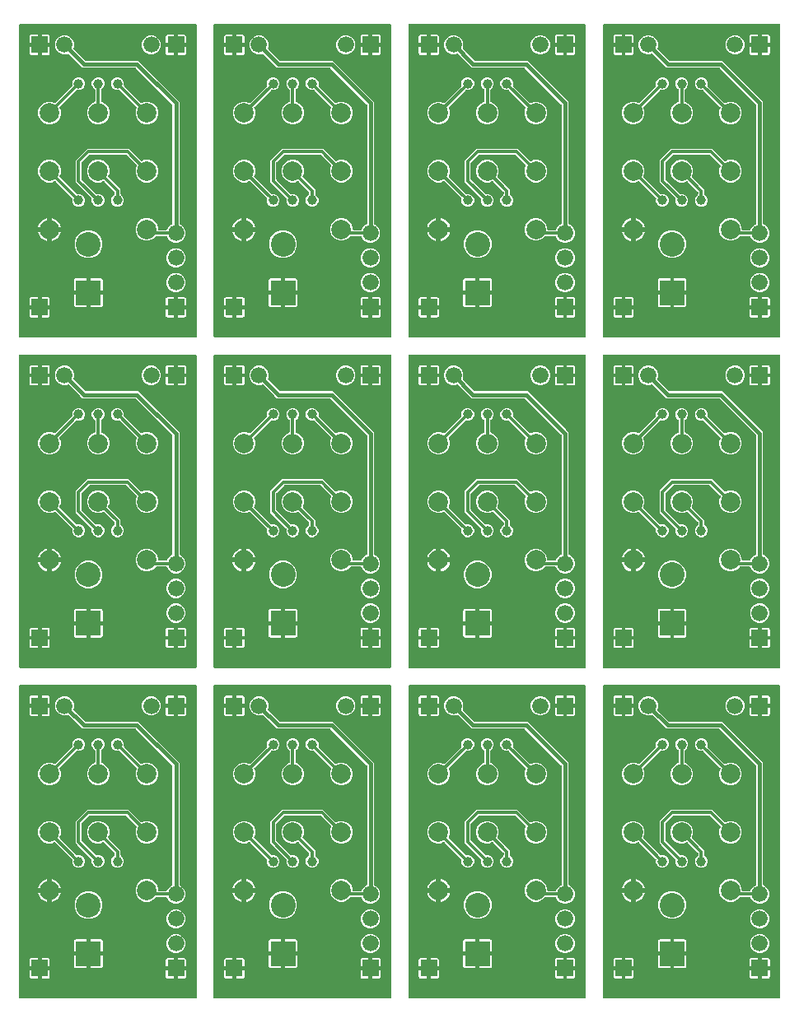
<source format=gbr>
G04 EAGLE Gerber X2 export*
%TF.Part,Single*%
%TF.FileFunction,Copper,L2,Bot,Mixed*%
%TF.FilePolarity,Positive*%
%TF.GenerationSoftware,Autodesk,EAGLE,8.6.0*%
%TF.CreationDate,2018-02-09T15:01:17Z*%
G75*
%MOMM*%
%FSLAX34Y34*%
%LPD*%
%AMOC8*
5,1,8,0,0,1.08239X$1,22.5*%
G01*
%ADD10R,1.676400X1.676400*%
%ADD11C,1.676400*%
%ADD12R,2.540000X2.540000*%
%ADD13C,2.540000*%
%ADD14C,2.000000*%
%ADD15C,0.304800*%
%ADD16C,0.406400*%
%ADD17C,1.000000*%

G36*
X590118Y688746D02*
X590118Y688746D01*
X590237Y688753D01*
X590275Y688766D01*
X590316Y688771D01*
X590426Y688814D01*
X590539Y688851D01*
X590574Y688873D01*
X590611Y688888D01*
X590707Y688958D01*
X590808Y689021D01*
X590836Y689051D01*
X590869Y689074D01*
X590945Y689166D01*
X591026Y689253D01*
X591046Y689288D01*
X591071Y689319D01*
X591122Y689427D01*
X591180Y689531D01*
X591190Y689571D01*
X591207Y689607D01*
X591229Y689724D01*
X591259Y689839D01*
X591263Y689900D01*
X591267Y689920D01*
X591265Y689940D01*
X591269Y690000D01*
X591269Y1010000D01*
X591254Y1010118D01*
X591247Y1010237D01*
X591234Y1010275D01*
X591229Y1010316D01*
X591186Y1010426D01*
X591149Y1010539D01*
X591127Y1010574D01*
X591112Y1010611D01*
X591043Y1010707D01*
X590979Y1010808D01*
X590949Y1010836D01*
X590926Y1010869D01*
X590834Y1010945D01*
X590747Y1011026D01*
X590712Y1011046D01*
X590681Y1011071D01*
X590573Y1011122D01*
X590469Y1011180D01*
X590429Y1011190D01*
X590393Y1011207D01*
X590276Y1011229D01*
X590161Y1011259D01*
X590101Y1011263D01*
X590081Y1011267D01*
X590060Y1011265D01*
X590000Y1011269D01*
X410000Y1011269D01*
X409882Y1011254D01*
X409763Y1011247D01*
X409725Y1011234D01*
X409684Y1011229D01*
X409574Y1011186D01*
X409461Y1011149D01*
X409426Y1011127D01*
X409389Y1011112D01*
X409293Y1011043D01*
X409192Y1010979D01*
X409164Y1010949D01*
X409131Y1010926D01*
X409056Y1010834D01*
X408974Y1010747D01*
X408954Y1010712D01*
X408929Y1010681D01*
X408878Y1010573D01*
X408820Y1010469D01*
X408810Y1010429D01*
X408793Y1010393D01*
X408771Y1010276D01*
X408741Y1010161D01*
X408737Y1010101D01*
X408733Y1010081D01*
X408735Y1010060D01*
X408731Y1010000D01*
X408731Y690000D01*
X408746Y689882D01*
X408753Y689763D01*
X408766Y689725D01*
X408771Y689684D01*
X408814Y689574D01*
X408851Y689461D01*
X408873Y689426D01*
X408888Y689389D01*
X408958Y689293D01*
X409021Y689192D01*
X409051Y689164D01*
X409074Y689131D01*
X409166Y689056D01*
X409253Y688974D01*
X409288Y688954D01*
X409319Y688929D01*
X409427Y688878D01*
X409531Y688820D01*
X409571Y688810D01*
X409607Y688793D01*
X409724Y688771D01*
X409839Y688741D01*
X409900Y688737D01*
X409920Y688733D01*
X409940Y688735D01*
X410000Y688731D01*
X590000Y688731D01*
X590118Y688746D01*
G37*
G36*
X190118Y688746D02*
X190118Y688746D01*
X190237Y688753D01*
X190275Y688766D01*
X190316Y688771D01*
X190426Y688814D01*
X190539Y688851D01*
X190574Y688873D01*
X190611Y688888D01*
X190707Y688958D01*
X190808Y689021D01*
X190836Y689051D01*
X190869Y689074D01*
X190945Y689166D01*
X191026Y689253D01*
X191046Y689288D01*
X191071Y689319D01*
X191122Y689427D01*
X191180Y689531D01*
X191190Y689571D01*
X191207Y689607D01*
X191229Y689724D01*
X191259Y689839D01*
X191263Y689900D01*
X191267Y689920D01*
X191265Y689940D01*
X191269Y690000D01*
X191269Y1010000D01*
X191254Y1010118D01*
X191247Y1010237D01*
X191234Y1010275D01*
X191229Y1010316D01*
X191186Y1010426D01*
X191149Y1010539D01*
X191127Y1010574D01*
X191112Y1010611D01*
X191043Y1010707D01*
X190979Y1010808D01*
X190949Y1010836D01*
X190926Y1010869D01*
X190834Y1010945D01*
X190747Y1011026D01*
X190712Y1011046D01*
X190681Y1011071D01*
X190573Y1011122D01*
X190469Y1011180D01*
X190429Y1011190D01*
X190393Y1011207D01*
X190276Y1011229D01*
X190161Y1011259D01*
X190101Y1011263D01*
X190081Y1011267D01*
X190060Y1011265D01*
X190000Y1011269D01*
X10000Y1011269D01*
X9882Y1011254D01*
X9763Y1011247D01*
X9725Y1011234D01*
X9684Y1011229D01*
X9574Y1011186D01*
X9461Y1011149D01*
X9426Y1011127D01*
X9389Y1011112D01*
X9293Y1011043D01*
X9192Y1010979D01*
X9164Y1010949D01*
X9131Y1010926D01*
X9056Y1010834D01*
X8974Y1010747D01*
X8954Y1010712D01*
X8929Y1010681D01*
X8878Y1010573D01*
X8820Y1010469D01*
X8810Y1010429D01*
X8793Y1010393D01*
X8771Y1010276D01*
X8741Y1010161D01*
X8737Y1010101D01*
X8733Y1010081D01*
X8735Y1010060D01*
X8731Y1010000D01*
X8731Y690000D01*
X8746Y689882D01*
X8753Y689763D01*
X8766Y689725D01*
X8771Y689684D01*
X8814Y689574D01*
X8851Y689461D01*
X8873Y689426D01*
X8888Y689389D01*
X8958Y689293D01*
X9021Y689192D01*
X9051Y689164D01*
X9074Y689131D01*
X9166Y689056D01*
X9253Y688974D01*
X9288Y688954D01*
X9319Y688929D01*
X9427Y688878D01*
X9531Y688820D01*
X9571Y688810D01*
X9607Y688793D01*
X9724Y688771D01*
X9839Y688741D01*
X9900Y688737D01*
X9920Y688733D01*
X9940Y688735D01*
X10000Y688731D01*
X190000Y688731D01*
X190118Y688746D01*
G37*
G36*
X790118Y688746D02*
X790118Y688746D01*
X790237Y688753D01*
X790275Y688766D01*
X790316Y688771D01*
X790426Y688814D01*
X790539Y688851D01*
X790574Y688873D01*
X790611Y688888D01*
X790707Y688958D01*
X790808Y689021D01*
X790836Y689051D01*
X790869Y689074D01*
X790945Y689166D01*
X791026Y689253D01*
X791046Y689288D01*
X791071Y689319D01*
X791122Y689427D01*
X791180Y689531D01*
X791190Y689571D01*
X791207Y689607D01*
X791229Y689724D01*
X791259Y689839D01*
X791263Y689900D01*
X791267Y689920D01*
X791265Y689940D01*
X791269Y690000D01*
X791269Y1010000D01*
X791254Y1010118D01*
X791247Y1010237D01*
X791234Y1010275D01*
X791229Y1010316D01*
X791186Y1010426D01*
X791149Y1010539D01*
X791127Y1010574D01*
X791112Y1010611D01*
X791043Y1010707D01*
X790979Y1010808D01*
X790949Y1010836D01*
X790926Y1010869D01*
X790834Y1010945D01*
X790747Y1011026D01*
X790712Y1011046D01*
X790681Y1011071D01*
X790573Y1011122D01*
X790469Y1011180D01*
X790429Y1011190D01*
X790393Y1011207D01*
X790276Y1011229D01*
X790161Y1011259D01*
X790101Y1011263D01*
X790081Y1011267D01*
X790060Y1011265D01*
X790000Y1011269D01*
X610000Y1011269D01*
X609882Y1011254D01*
X609763Y1011247D01*
X609725Y1011234D01*
X609684Y1011229D01*
X609574Y1011186D01*
X609461Y1011149D01*
X609426Y1011127D01*
X609389Y1011112D01*
X609293Y1011043D01*
X609192Y1010979D01*
X609164Y1010949D01*
X609131Y1010926D01*
X609056Y1010834D01*
X608974Y1010747D01*
X608954Y1010712D01*
X608929Y1010681D01*
X608878Y1010573D01*
X608820Y1010469D01*
X608810Y1010429D01*
X608793Y1010393D01*
X608771Y1010276D01*
X608741Y1010161D01*
X608737Y1010101D01*
X608733Y1010081D01*
X608735Y1010060D01*
X608731Y1010000D01*
X608731Y690000D01*
X608746Y689882D01*
X608753Y689763D01*
X608766Y689725D01*
X608771Y689684D01*
X608814Y689574D01*
X608851Y689461D01*
X608873Y689426D01*
X608888Y689389D01*
X608958Y689293D01*
X609021Y689192D01*
X609051Y689164D01*
X609074Y689131D01*
X609166Y689056D01*
X609253Y688974D01*
X609288Y688954D01*
X609319Y688929D01*
X609427Y688878D01*
X609531Y688820D01*
X609571Y688810D01*
X609607Y688793D01*
X609724Y688771D01*
X609839Y688741D01*
X609900Y688737D01*
X609920Y688733D01*
X609940Y688735D01*
X610000Y688731D01*
X790000Y688731D01*
X790118Y688746D01*
G37*
G36*
X390118Y688746D02*
X390118Y688746D01*
X390237Y688753D01*
X390275Y688766D01*
X390316Y688771D01*
X390426Y688814D01*
X390539Y688851D01*
X390574Y688873D01*
X390611Y688888D01*
X390707Y688958D01*
X390808Y689021D01*
X390836Y689051D01*
X390869Y689074D01*
X390945Y689166D01*
X391026Y689253D01*
X391046Y689288D01*
X391071Y689319D01*
X391122Y689427D01*
X391180Y689531D01*
X391190Y689571D01*
X391207Y689607D01*
X391229Y689724D01*
X391259Y689839D01*
X391263Y689900D01*
X391267Y689920D01*
X391265Y689940D01*
X391269Y690000D01*
X391269Y1010000D01*
X391254Y1010118D01*
X391247Y1010237D01*
X391234Y1010275D01*
X391229Y1010316D01*
X391186Y1010426D01*
X391149Y1010539D01*
X391127Y1010574D01*
X391112Y1010611D01*
X391043Y1010707D01*
X390979Y1010808D01*
X390949Y1010836D01*
X390926Y1010869D01*
X390834Y1010945D01*
X390747Y1011026D01*
X390712Y1011046D01*
X390681Y1011071D01*
X390573Y1011122D01*
X390469Y1011180D01*
X390429Y1011190D01*
X390393Y1011207D01*
X390276Y1011229D01*
X390161Y1011259D01*
X390101Y1011263D01*
X390081Y1011267D01*
X390060Y1011265D01*
X390000Y1011269D01*
X210000Y1011269D01*
X209882Y1011254D01*
X209763Y1011247D01*
X209725Y1011234D01*
X209684Y1011229D01*
X209574Y1011186D01*
X209461Y1011149D01*
X209426Y1011127D01*
X209389Y1011112D01*
X209293Y1011043D01*
X209192Y1010979D01*
X209164Y1010949D01*
X209131Y1010926D01*
X209056Y1010834D01*
X208974Y1010747D01*
X208954Y1010712D01*
X208929Y1010681D01*
X208878Y1010573D01*
X208820Y1010469D01*
X208810Y1010429D01*
X208793Y1010393D01*
X208771Y1010276D01*
X208741Y1010161D01*
X208737Y1010101D01*
X208733Y1010081D01*
X208735Y1010060D01*
X208731Y1010000D01*
X208731Y690000D01*
X208746Y689882D01*
X208753Y689763D01*
X208766Y689725D01*
X208771Y689684D01*
X208814Y689574D01*
X208851Y689461D01*
X208873Y689426D01*
X208888Y689389D01*
X208958Y689293D01*
X209021Y689192D01*
X209051Y689164D01*
X209074Y689131D01*
X209166Y689056D01*
X209253Y688974D01*
X209288Y688954D01*
X209319Y688929D01*
X209427Y688878D01*
X209531Y688820D01*
X209571Y688810D01*
X209607Y688793D01*
X209724Y688771D01*
X209839Y688741D01*
X209900Y688737D01*
X209920Y688733D01*
X209940Y688735D01*
X210000Y688731D01*
X390000Y688731D01*
X390118Y688746D01*
G37*
G36*
X590118Y8746D02*
X590118Y8746D01*
X590237Y8753D01*
X590275Y8766D01*
X590316Y8771D01*
X590426Y8814D01*
X590539Y8851D01*
X590574Y8873D01*
X590611Y8888D01*
X590707Y8958D01*
X590808Y9021D01*
X590836Y9051D01*
X590869Y9074D01*
X590945Y9166D01*
X591026Y9253D01*
X591046Y9288D01*
X591071Y9319D01*
X591122Y9427D01*
X591180Y9531D01*
X591190Y9571D01*
X591207Y9607D01*
X591229Y9724D01*
X591259Y9839D01*
X591263Y9900D01*
X591267Y9920D01*
X591265Y9940D01*
X591269Y10000D01*
X591269Y330000D01*
X591254Y330118D01*
X591247Y330237D01*
X591234Y330275D01*
X591229Y330316D01*
X591186Y330426D01*
X591149Y330539D01*
X591127Y330574D01*
X591112Y330611D01*
X591043Y330707D01*
X590979Y330808D01*
X590949Y330836D01*
X590926Y330869D01*
X590834Y330945D01*
X590747Y331026D01*
X590712Y331046D01*
X590681Y331071D01*
X590573Y331122D01*
X590469Y331180D01*
X590429Y331190D01*
X590393Y331207D01*
X590276Y331229D01*
X590161Y331259D01*
X590101Y331263D01*
X590081Y331267D01*
X590060Y331265D01*
X590000Y331269D01*
X410000Y331269D01*
X409882Y331254D01*
X409763Y331247D01*
X409725Y331234D01*
X409684Y331229D01*
X409574Y331186D01*
X409461Y331149D01*
X409426Y331127D01*
X409389Y331112D01*
X409293Y331043D01*
X409192Y330979D01*
X409164Y330949D01*
X409131Y330926D01*
X409056Y330834D01*
X408974Y330747D01*
X408954Y330712D01*
X408929Y330681D01*
X408878Y330573D01*
X408820Y330469D01*
X408810Y330429D01*
X408793Y330393D01*
X408771Y330276D01*
X408741Y330161D01*
X408737Y330101D01*
X408733Y330081D01*
X408735Y330060D01*
X408731Y330000D01*
X408731Y10000D01*
X408746Y9882D01*
X408753Y9763D01*
X408766Y9725D01*
X408771Y9684D01*
X408814Y9574D01*
X408851Y9461D01*
X408873Y9426D01*
X408888Y9389D01*
X408958Y9293D01*
X409021Y9192D01*
X409051Y9164D01*
X409074Y9131D01*
X409166Y9056D01*
X409253Y8974D01*
X409288Y8954D01*
X409319Y8929D01*
X409427Y8878D01*
X409531Y8820D01*
X409571Y8810D01*
X409607Y8793D01*
X409724Y8771D01*
X409839Y8741D01*
X409900Y8737D01*
X409920Y8733D01*
X409940Y8735D01*
X410000Y8731D01*
X590000Y8731D01*
X590118Y8746D01*
G37*
G36*
X790118Y8746D02*
X790118Y8746D01*
X790237Y8753D01*
X790275Y8766D01*
X790316Y8771D01*
X790426Y8814D01*
X790539Y8851D01*
X790574Y8873D01*
X790611Y8888D01*
X790707Y8958D01*
X790808Y9021D01*
X790836Y9051D01*
X790869Y9074D01*
X790945Y9166D01*
X791026Y9253D01*
X791046Y9288D01*
X791071Y9319D01*
X791122Y9427D01*
X791180Y9531D01*
X791190Y9571D01*
X791207Y9607D01*
X791229Y9724D01*
X791259Y9839D01*
X791263Y9900D01*
X791267Y9920D01*
X791265Y9940D01*
X791269Y10000D01*
X791269Y330000D01*
X791254Y330118D01*
X791247Y330237D01*
X791234Y330275D01*
X791229Y330316D01*
X791186Y330426D01*
X791149Y330539D01*
X791127Y330574D01*
X791112Y330611D01*
X791043Y330707D01*
X790979Y330808D01*
X790949Y330836D01*
X790926Y330869D01*
X790834Y330945D01*
X790747Y331026D01*
X790712Y331046D01*
X790681Y331071D01*
X790573Y331122D01*
X790469Y331180D01*
X790429Y331190D01*
X790393Y331207D01*
X790276Y331229D01*
X790161Y331259D01*
X790101Y331263D01*
X790081Y331267D01*
X790060Y331265D01*
X790000Y331269D01*
X610000Y331269D01*
X609882Y331254D01*
X609763Y331247D01*
X609725Y331234D01*
X609684Y331229D01*
X609574Y331186D01*
X609461Y331149D01*
X609426Y331127D01*
X609389Y331112D01*
X609293Y331043D01*
X609192Y330979D01*
X609164Y330949D01*
X609131Y330926D01*
X609056Y330834D01*
X608974Y330747D01*
X608954Y330712D01*
X608929Y330681D01*
X608878Y330573D01*
X608820Y330469D01*
X608810Y330429D01*
X608793Y330393D01*
X608771Y330276D01*
X608741Y330161D01*
X608737Y330101D01*
X608733Y330081D01*
X608735Y330060D01*
X608731Y330000D01*
X608731Y10000D01*
X608746Y9882D01*
X608753Y9763D01*
X608766Y9725D01*
X608771Y9684D01*
X608814Y9574D01*
X608851Y9461D01*
X608873Y9426D01*
X608888Y9389D01*
X608958Y9293D01*
X609021Y9192D01*
X609051Y9164D01*
X609074Y9131D01*
X609166Y9056D01*
X609253Y8974D01*
X609288Y8954D01*
X609319Y8929D01*
X609427Y8878D01*
X609531Y8820D01*
X609571Y8810D01*
X609607Y8793D01*
X609724Y8771D01*
X609839Y8741D01*
X609900Y8737D01*
X609920Y8733D01*
X609940Y8735D01*
X610000Y8731D01*
X790000Y8731D01*
X790118Y8746D01*
G37*
G36*
X190118Y8746D02*
X190118Y8746D01*
X190237Y8753D01*
X190275Y8766D01*
X190316Y8771D01*
X190426Y8814D01*
X190539Y8851D01*
X190574Y8873D01*
X190611Y8888D01*
X190707Y8958D01*
X190808Y9021D01*
X190836Y9051D01*
X190869Y9074D01*
X190945Y9166D01*
X191026Y9253D01*
X191046Y9288D01*
X191071Y9319D01*
X191122Y9427D01*
X191180Y9531D01*
X191190Y9571D01*
X191207Y9607D01*
X191229Y9724D01*
X191259Y9839D01*
X191263Y9900D01*
X191267Y9920D01*
X191265Y9940D01*
X191269Y10000D01*
X191269Y330000D01*
X191254Y330118D01*
X191247Y330237D01*
X191234Y330275D01*
X191229Y330316D01*
X191186Y330426D01*
X191149Y330539D01*
X191127Y330574D01*
X191112Y330611D01*
X191043Y330707D01*
X190979Y330808D01*
X190949Y330836D01*
X190926Y330869D01*
X190834Y330945D01*
X190747Y331026D01*
X190712Y331046D01*
X190681Y331071D01*
X190573Y331122D01*
X190469Y331180D01*
X190429Y331190D01*
X190393Y331207D01*
X190276Y331229D01*
X190161Y331259D01*
X190101Y331263D01*
X190081Y331267D01*
X190060Y331265D01*
X190000Y331269D01*
X10000Y331269D01*
X9882Y331254D01*
X9763Y331247D01*
X9725Y331234D01*
X9684Y331229D01*
X9574Y331186D01*
X9461Y331149D01*
X9426Y331127D01*
X9389Y331112D01*
X9293Y331043D01*
X9192Y330979D01*
X9164Y330949D01*
X9131Y330926D01*
X9056Y330834D01*
X8974Y330747D01*
X8954Y330712D01*
X8929Y330681D01*
X8878Y330573D01*
X8820Y330469D01*
X8810Y330429D01*
X8793Y330393D01*
X8771Y330276D01*
X8741Y330161D01*
X8737Y330101D01*
X8733Y330081D01*
X8735Y330060D01*
X8731Y330000D01*
X8731Y10000D01*
X8746Y9882D01*
X8753Y9763D01*
X8766Y9725D01*
X8771Y9684D01*
X8814Y9574D01*
X8851Y9461D01*
X8873Y9426D01*
X8888Y9389D01*
X8958Y9293D01*
X9021Y9192D01*
X9051Y9164D01*
X9074Y9131D01*
X9166Y9056D01*
X9253Y8974D01*
X9288Y8954D01*
X9319Y8929D01*
X9427Y8878D01*
X9531Y8820D01*
X9571Y8810D01*
X9607Y8793D01*
X9724Y8771D01*
X9839Y8741D01*
X9900Y8737D01*
X9920Y8733D01*
X9940Y8735D01*
X10000Y8731D01*
X190000Y8731D01*
X190118Y8746D01*
G37*
G36*
X190118Y348746D02*
X190118Y348746D01*
X190237Y348753D01*
X190275Y348766D01*
X190316Y348771D01*
X190426Y348814D01*
X190539Y348851D01*
X190574Y348873D01*
X190611Y348888D01*
X190707Y348958D01*
X190808Y349021D01*
X190836Y349051D01*
X190869Y349074D01*
X190945Y349166D01*
X191026Y349253D01*
X191046Y349288D01*
X191071Y349319D01*
X191122Y349427D01*
X191180Y349531D01*
X191190Y349571D01*
X191207Y349607D01*
X191229Y349724D01*
X191259Y349839D01*
X191263Y349900D01*
X191267Y349920D01*
X191265Y349940D01*
X191269Y350000D01*
X191269Y670000D01*
X191254Y670118D01*
X191247Y670237D01*
X191234Y670275D01*
X191229Y670316D01*
X191186Y670426D01*
X191149Y670539D01*
X191127Y670574D01*
X191112Y670611D01*
X191043Y670707D01*
X190979Y670808D01*
X190949Y670836D01*
X190926Y670869D01*
X190834Y670945D01*
X190747Y671026D01*
X190712Y671046D01*
X190681Y671071D01*
X190573Y671122D01*
X190469Y671180D01*
X190429Y671190D01*
X190393Y671207D01*
X190276Y671229D01*
X190161Y671259D01*
X190101Y671263D01*
X190081Y671267D01*
X190060Y671265D01*
X190000Y671269D01*
X10000Y671269D01*
X9882Y671254D01*
X9763Y671247D01*
X9725Y671234D01*
X9684Y671229D01*
X9574Y671186D01*
X9461Y671149D01*
X9426Y671127D01*
X9389Y671112D01*
X9293Y671043D01*
X9192Y670979D01*
X9164Y670949D01*
X9131Y670926D01*
X9056Y670834D01*
X8974Y670747D01*
X8954Y670712D01*
X8929Y670681D01*
X8878Y670573D01*
X8820Y670469D01*
X8810Y670429D01*
X8793Y670393D01*
X8771Y670276D01*
X8741Y670161D01*
X8737Y670101D01*
X8733Y670081D01*
X8735Y670060D01*
X8731Y670000D01*
X8731Y350000D01*
X8746Y349882D01*
X8753Y349763D01*
X8766Y349725D01*
X8771Y349684D01*
X8814Y349574D01*
X8851Y349461D01*
X8873Y349426D01*
X8888Y349389D01*
X8958Y349293D01*
X9021Y349192D01*
X9051Y349164D01*
X9074Y349131D01*
X9166Y349056D01*
X9253Y348974D01*
X9288Y348954D01*
X9319Y348929D01*
X9427Y348878D01*
X9531Y348820D01*
X9571Y348810D01*
X9607Y348793D01*
X9724Y348771D01*
X9839Y348741D01*
X9900Y348737D01*
X9920Y348733D01*
X9940Y348735D01*
X10000Y348731D01*
X190000Y348731D01*
X190118Y348746D01*
G37*
G36*
X390118Y8746D02*
X390118Y8746D01*
X390237Y8753D01*
X390275Y8766D01*
X390316Y8771D01*
X390426Y8814D01*
X390539Y8851D01*
X390574Y8873D01*
X390611Y8888D01*
X390707Y8958D01*
X390808Y9021D01*
X390836Y9051D01*
X390869Y9074D01*
X390945Y9166D01*
X391026Y9253D01*
X391046Y9288D01*
X391071Y9319D01*
X391122Y9427D01*
X391180Y9531D01*
X391190Y9571D01*
X391207Y9607D01*
X391229Y9724D01*
X391259Y9839D01*
X391263Y9900D01*
X391267Y9920D01*
X391265Y9940D01*
X391269Y10000D01*
X391269Y330000D01*
X391254Y330118D01*
X391247Y330237D01*
X391234Y330275D01*
X391229Y330316D01*
X391186Y330426D01*
X391149Y330539D01*
X391127Y330574D01*
X391112Y330611D01*
X391043Y330707D01*
X390979Y330808D01*
X390949Y330836D01*
X390926Y330869D01*
X390834Y330945D01*
X390747Y331026D01*
X390712Y331046D01*
X390681Y331071D01*
X390573Y331122D01*
X390469Y331180D01*
X390429Y331190D01*
X390393Y331207D01*
X390276Y331229D01*
X390161Y331259D01*
X390101Y331263D01*
X390081Y331267D01*
X390060Y331265D01*
X390000Y331269D01*
X210000Y331269D01*
X209882Y331254D01*
X209763Y331247D01*
X209725Y331234D01*
X209684Y331229D01*
X209574Y331186D01*
X209461Y331149D01*
X209426Y331127D01*
X209389Y331112D01*
X209293Y331043D01*
X209192Y330979D01*
X209164Y330949D01*
X209131Y330926D01*
X209056Y330834D01*
X208974Y330747D01*
X208954Y330712D01*
X208929Y330681D01*
X208878Y330573D01*
X208820Y330469D01*
X208810Y330429D01*
X208793Y330393D01*
X208771Y330276D01*
X208741Y330161D01*
X208737Y330101D01*
X208733Y330081D01*
X208735Y330060D01*
X208731Y330000D01*
X208731Y10000D01*
X208746Y9882D01*
X208753Y9763D01*
X208766Y9725D01*
X208771Y9684D01*
X208814Y9574D01*
X208851Y9461D01*
X208873Y9426D01*
X208888Y9389D01*
X208958Y9293D01*
X209021Y9192D01*
X209051Y9164D01*
X209074Y9131D01*
X209166Y9056D01*
X209253Y8974D01*
X209288Y8954D01*
X209319Y8929D01*
X209427Y8878D01*
X209531Y8820D01*
X209571Y8810D01*
X209607Y8793D01*
X209724Y8771D01*
X209839Y8741D01*
X209900Y8737D01*
X209920Y8733D01*
X209940Y8735D01*
X210000Y8731D01*
X390000Y8731D01*
X390118Y8746D01*
G37*
G36*
X390118Y348746D02*
X390118Y348746D01*
X390237Y348753D01*
X390275Y348766D01*
X390316Y348771D01*
X390426Y348814D01*
X390539Y348851D01*
X390574Y348873D01*
X390611Y348888D01*
X390707Y348958D01*
X390808Y349021D01*
X390836Y349051D01*
X390869Y349074D01*
X390945Y349166D01*
X391026Y349253D01*
X391046Y349288D01*
X391071Y349319D01*
X391122Y349427D01*
X391180Y349531D01*
X391190Y349571D01*
X391207Y349607D01*
X391229Y349724D01*
X391259Y349839D01*
X391263Y349900D01*
X391267Y349920D01*
X391265Y349940D01*
X391269Y350000D01*
X391269Y670000D01*
X391254Y670118D01*
X391247Y670237D01*
X391234Y670275D01*
X391229Y670316D01*
X391186Y670426D01*
X391149Y670539D01*
X391127Y670574D01*
X391112Y670611D01*
X391043Y670707D01*
X390979Y670808D01*
X390949Y670836D01*
X390926Y670869D01*
X390834Y670945D01*
X390747Y671026D01*
X390712Y671046D01*
X390681Y671071D01*
X390573Y671122D01*
X390469Y671180D01*
X390429Y671190D01*
X390393Y671207D01*
X390276Y671229D01*
X390161Y671259D01*
X390101Y671263D01*
X390081Y671267D01*
X390060Y671265D01*
X390000Y671269D01*
X210000Y671269D01*
X209882Y671254D01*
X209763Y671247D01*
X209725Y671234D01*
X209684Y671229D01*
X209574Y671186D01*
X209461Y671149D01*
X209426Y671127D01*
X209389Y671112D01*
X209293Y671043D01*
X209192Y670979D01*
X209164Y670949D01*
X209131Y670926D01*
X209056Y670834D01*
X208974Y670747D01*
X208954Y670712D01*
X208929Y670681D01*
X208878Y670573D01*
X208820Y670469D01*
X208810Y670429D01*
X208793Y670393D01*
X208771Y670276D01*
X208741Y670161D01*
X208737Y670101D01*
X208733Y670081D01*
X208735Y670060D01*
X208731Y670000D01*
X208731Y350000D01*
X208746Y349882D01*
X208753Y349763D01*
X208766Y349725D01*
X208771Y349684D01*
X208814Y349574D01*
X208851Y349461D01*
X208873Y349426D01*
X208888Y349389D01*
X208958Y349293D01*
X209021Y349192D01*
X209051Y349164D01*
X209074Y349131D01*
X209166Y349056D01*
X209253Y348974D01*
X209288Y348954D01*
X209319Y348929D01*
X209427Y348878D01*
X209531Y348820D01*
X209571Y348810D01*
X209607Y348793D01*
X209724Y348771D01*
X209839Y348741D01*
X209900Y348737D01*
X209920Y348733D01*
X209940Y348735D01*
X210000Y348731D01*
X390000Y348731D01*
X390118Y348746D01*
G37*
G36*
X790118Y348746D02*
X790118Y348746D01*
X790237Y348753D01*
X790275Y348766D01*
X790316Y348771D01*
X790426Y348814D01*
X790539Y348851D01*
X790574Y348873D01*
X790611Y348888D01*
X790707Y348958D01*
X790808Y349021D01*
X790836Y349051D01*
X790869Y349074D01*
X790945Y349166D01*
X791026Y349253D01*
X791046Y349288D01*
X791071Y349319D01*
X791122Y349427D01*
X791180Y349531D01*
X791190Y349571D01*
X791207Y349607D01*
X791229Y349724D01*
X791259Y349839D01*
X791263Y349900D01*
X791267Y349920D01*
X791265Y349940D01*
X791269Y350000D01*
X791269Y670000D01*
X791254Y670118D01*
X791247Y670237D01*
X791234Y670275D01*
X791229Y670316D01*
X791186Y670426D01*
X791149Y670539D01*
X791127Y670574D01*
X791112Y670611D01*
X791043Y670707D01*
X790979Y670808D01*
X790949Y670836D01*
X790926Y670869D01*
X790834Y670945D01*
X790747Y671026D01*
X790712Y671046D01*
X790681Y671071D01*
X790573Y671122D01*
X790469Y671180D01*
X790429Y671190D01*
X790393Y671207D01*
X790276Y671229D01*
X790161Y671259D01*
X790101Y671263D01*
X790081Y671267D01*
X790060Y671265D01*
X790000Y671269D01*
X610000Y671269D01*
X609882Y671254D01*
X609763Y671247D01*
X609725Y671234D01*
X609684Y671229D01*
X609574Y671186D01*
X609461Y671149D01*
X609426Y671127D01*
X609389Y671112D01*
X609293Y671043D01*
X609192Y670979D01*
X609164Y670949D01*
X609131Y670926D01*
X609056Y670834D01*
X608974Y670747D01*
X608954Y670712D01*
X608929Y670681D01*
X608878Y670573D01*
X608820Y670469D01*
X608810Y670429D01*
X608793Y670393D01*
X608771Y670276D01*
X608741Y670161D01*
X608737Y670101D01*
X608733Y670081D01*
X608735Y670060D01*
X608731Y670000D01*
X608731Y350000D01*
X608746Y349882D01*
X608753Y349763D01*
X608766Y349725D01*
X608771Y349684D01*
X608814Y349574D01*
X608851Y349461D01*
X608873Y349426D01*
X608888Y349389D01*
X608958Y349293D01*
X609021Y349192D01*
X609051Y349164D01*
X609074Y349131D01*
X609166Y349056D01*
X609253Y348974D01*
X609288Y348954D01*
X609319Y348929D01*
X609427Y348878D01*
X609531Y348820D01*
X609571Y348810D01*
X609607Y348793D01*
X609724Y348771D01*
X609839Y348741D01*
X609900Y348737D01*
X609920Y348733D01*
X609940Y348735D01*
X610000Y348731D01*
X790000Y348731D01*
X790118Y348746D01*
G37*
G36*
X590118Y348746D02*
X590118Y348746D01*
X590237Y348753D01*
X590275Y348766D01*
X590316Y348771D01*
X590426Y348814D01*
X590539Y348851D01*
X590574Y348873D01*
X590611Y348888D01*
X590707Y348958D01*
X590808Y349021D01*
X590836Y349051D01*
X590869Y349074D01*
X590945Y349166D01*
X591026Y349253D01*
X591046Y349288D01*
X591071Y349319D01*
X591122Y349427D01*
X591180Y349531D01*
X591190Y349571D01*
X591207Y349607D01*
X591229Y349724D01*
X591259Y349839D01*
X591263Y349900D01*
X591267Y349920D01*
X591265Y349940D01*
X591269Y350000D01*
X591269Y670000D01*
X591254Y670118D01*
X591247Y670237D01*
X591234Y670275D01*
X591229Y670316D01*
X591186Y670426D01*
X591149Y670539D01*
X591127Y670574D01*
X591112Y670611D01*
X591043Y670707D01*
X590979Y670808D01*
X590949Y670836D01*
X590926Y670869D01*
X590834Y670945D01*
X590747Y671026D01*
X590712Y671046D01*
X590681Y671071D01*
X590573Y671122D01*
X590469Y671180D01*
X590429Y671190D01*
X590393Y671207D01*
X590276Y671229D01*
X590161Y671259D01*
X590101Y671263D01*
X590081Y671267D01*
X590060Y671265D01*
X590000Y671269D01*
X410000Y671269D01*
X409882Y671254D01*
X409763Y671247D01*
X409725Y671234D01*
X409684Y671229D01*
X409574Y671186D01*
X409461Y671149D01*
X409426Y671127D01*
X409389Y671112D01*
X409293Y671043D01*
X409192Y670979D01*
X409164Y670949D01*
X409131Y670926D01*
X409056Y670834D01*
X408974Y670747D01*
X408954Y670712D01*
X408929Y670681D01*
X408878Y670573D01*
X408820Y670469D01*
X408810Y670429D01*
X408793Y670393D01*
X408771Y670276D01*
X408741Y670161D01*
X408737Y670101D01*
X408733Y670081D01*
X408735Y670060D01*
X408731Y670000D01*
X408731Y350000D01*
X408746Y349882D01*
X408753Y349763D01*
X408766Y349725D01*
X408771Y349684D01*
X408814Y349574D01*
X408851Y349461D01*
X408873Y349426D01*
X408888Y349389D01*
X408958Y349293D01*
X409021Y349192D01*
X409051Y349164D01*
X409074Y349131D01*
X409166Y349056D01*
X409253Y348974D01*
X409288Y348954D01*
X409319Y348929D01*
X409427Y348878D01*
X409531Y348820D01*
X409571Y348810D01*
X409607Y348793D01*
X409724Y348771D01*
X409839Y348741D01*
X409900Y348737D01*
X409920Y348733D01*
X409940Y348735D01*
X410000Y348731D01*
X590000Y348731D01*
X590118Y348746D01*
G37*
%LPC*%
G36*
X768034Y786317D02*
X768034Y786317D01*
X764402Y787822D01*
X761622Y790602D01*
X760880Y792392D01*
X760866Y792417D01*
X760857Y792445D01*
X760787Y792555D01*
X760723Y792668D01*
X760702Y792689D01*
X760687Y792714D01*
X760592Y792803D01*
X760502Y792896D01*
X760476Y792912D01*
X760455Y792932D01*
X760341Y792995D01*
X760230Y793063D01*
X760202Y793071D01*
X760176Y793086D01*
X760051Y793118D01*
X759927Y793156D01*
X759897Y793158D01*
X759868Y793165D01*
X759708Y793175D01*
X749965Y793175D01*
X749867Y793163D01*
X749768Y793160D01*
X749710Y793143D01*
X749650Y793135D01*
X749558Y793099D01*
X749463Y793071D01*
X749411Y793041D01*
X749354Y793018D01*
X749274Y792960D01*
X749189Y792910D01*
X749113Y792844D01*
X749097Y792832D01*
X749089Y792822D01*
X749068Y792804D01*
X746515Y790250D01*
X742288Y788499D01*
X737712Y788499D01*
X733485Y790250D01*
X730250Y793485D01*
X728499Y797712D01*
X728499Y802288D01*
X730250Y806515D01*
X733485Y809750D01*
X737712Y811501D01*
X742288Y811501D01*
X746515Y809750D01*
X749750Y806515D01*
X751501Y802288D01*
X751501Y800494D01*
X751516Y800376D01*
X751523Y800257D01*
X751536Y800219D01*
X751541Y800178D01*
X751584Y800068D01*
X751621Y799955D01*
X751643Y799920D01*
X751658Y799883D01*
X751727Y799787D01*
X751791Y799686D01*
X751821Y799658D01*
X751844Y799625D01*
X751936Y799549D01*
X752023Y799468D01*
X752058Y799448D01*
X752089Y799423D01*
X752197Y799372D01*
X752301Y799314D01*
X752341Y799304D01*
X752377Y799287D01*
X752494Y799265D01*
X752609Y799235D01*
X752669Y799231D01*
X752689Y799227D01*
X752710Y799229D01*
X752770Y799225D01*
X759708Y799225D01*
X759737Y799228D01*
X759767Y799226D01*
X759895Y799248D01*
X760023Y799265D01*
X760051Y799275D01*
X760080Y799280D01*
X760198Y799334D01*
X760319Y799382D01*
X760343Y799399D01*
X760370Y799411D01*
X760471Y799492D01*
X760576Y799568D01*
X760595Y799591D01*
X760618Y799610D01*
X760696Y799713D01*
X760779Y799813D01*
X760792Y799840D01*
X760810Y799864D01*
X760880Y800008D01*
X761622Y801798D01*
X764402Y804578D01*
X765684Y805109D01*
X765709Y805124D01*
X765737Y805133D01*
X765847Y805202D01*
X765960Y805267D01*
X765981Y805287D01*
X766006Y805303D01*
X766095Y805398D01*
X766188Y805488D01*
X766204Y805513D01*
X766224Y805535D01*
X766287Y805648D01*
X766355Y805759D01*
X766363Y805787D01*
X766378Y805813D01*
X766410Y805939D01*
X766448Y806063D01*
X766450Y806093D01*
X766457Y806121D01*
X766467Y806282D01*
X766467Y928011D01*
X766455Y928109D01*
X766452Y928208D01*
X766435Y928266D01*
X766427Y928326D01*
X766391Y928419D01*
X766363Y928514D01*
X766333Y928566D01*
X766310Y928622D01*
X766252Y928702D01*
X766202Y928788D01*
X766136Y928863D01*
X766124Y928880D01*
X766114Y928887D01*
X766096Y928908D01*
X728908Y966096D01*
X728830Y966156D01*
X728758Y966224D01*
X728705Y966253D01*
X728657Y966290D01*
X728566Y966330D01*
X728480Y966378D01*
X728421Y966393D01*
X728365Y966417D01*
X728267Y966432D01*
X728172Y966457D01*
X728072Y966463D01*
X728051Y966467D01*
X728039Y966465D01*
X728011Y966467D01*
X673937Y966467D01*
X671496Y968908D01*
X660031Y980373D01*
X660008Y980391D01*
X659988Y980414D01*
X659882Y980488D01*
X659780Y980568D01*
X659752Y980580D01*
X659728Y980597D01*
X659607Y980643D01*
X659488Y980694D01*
X659459Y980699D01*
X659431Y980709D01*
X659302Y980724D01*
X659174Y980744D01*
X659144Y980741D01*
X659115Y980745D01*
X658986Y980727D01*
X658857Y980714D01*
X658829Y980704D01*
X658800Y980700D01*
X658648Y980648D01*
X657366Y980117D01*
X653434Y980117D01*
X649802Y981622D01*
X647022Y984402D01*
X645517Y988034D01*
X645517Y991966D01*
X647022Y995598D01*
X649802Y998378D01*
X653434Y999883D01*
X657366Y999883D01*
X660998Y998378D01*
X663778Y995598D01*
X665283Y991966D01*
X665283Y988034D01*
X664752Y986752D01*
X664744Y986724D01*
X664731Y986698D01*
X664702Y986571D01*
X664668Y986446D01*
X664667Y986416D01*
X664661Y986387D01*
X664665Y986257D01*
X664663Y986128D01*
X664670Y986099D01*
X664671Y986069D01*
X664707Y985945D01*
X664737Y985818D01*
X664751Y985792D01*
X664759Y985764D01*
X664825Y985652D01*
X664886Y985537D01*
X664906Y985515D01*
X664921Y985490D01*
X665027Y985369D01*
X676492Y973904D01*
X676570Y973844D01*
X676642Y973776D01*
X676695Y973747D01*
X676743Y973710D01*
X676834Y973670D01*
X676920Y973622D01*
X676979Y973607D01*
X677035Y973583D01*
X677133Y973568D01*
X677228Y973543D01*
X677328Y973537D01*
X677349Y973533D01*
X677361Y973535D01*
X677389Y973533D01*
X731463Y973533D01*
X773533Y931463D01*
X773533Y806282D01*
X773536Y806252D01*
X773534Y806223D01*
X773556Y806095D01*
X773573Y805966D01*
X773583Y805939D01*
X773588Y805910D01*
X773642Y805791D01*
X773690Y805671D01*
X773707Y805647D01*
X773719Y805620D01*
X773800Y805518D01*
X773876Y805413D01*
X773899Y805394D01*
X773918Y805371D01*
X774021Y805293D01*
X774121Y805210D01*
X774148Y805198D01*
X774172Y805180D01*
X774316Y805109D01*
X775598Y804578D01*
X778378Y801798D01*
X779883Y798166D01*
X779883Y794234D01*
X778378Y790602D01*
X775598Y787822D01*
X771966Y786317D01*
X768034Y786317D01*
G37*
%LPD*%
%LPC*%
G36*
X768034Y106317D02*
X768034Y106317D01*
X764402Y107822D01*
X761622Y110602D01*
X760880Y112392D01*
X760866Y112417D01*
X760857Y112445D01*
X760787Y112555D01*
X760723Y112668D01*
X760702Y112689D01*
X760687Y112714D01*
X760592Y112803D01*
X760502Y112896D01*
X760476Y112912D01*
X760455Y112932D01*
X760341Y112995D01*
X760230Y113063D01*
X760202Y113071D01*
X760176Y113086D01*
X760051Y113118D01*
X759927Y113156D01*
X759897Y113158D01*
X759868Y113165D01*
X759708Y113175D01*
X749965Y113175D01*
X749867Y113163D01*
X749768Y113160D01*
X749710Y113143D01*
X749650Y113135D01*
X749558Y113099D01*
X749463Y113071D01*
X749411Y113041D01*
X749354Y113018D01*
X749274Y112960D01*
X749189Y112910D01*
X749113Y112844D01*
X749097Y112832D01*
X749089Y112822D01*
X749068Y112804D01*
X746515Y110250D01*
X742288Y108499D01*
X737712Y108499D01*
X733485Y110250D01*
X730250Y113485D01*
X728499Y117712D01*
X728499Y122288D01*
X730250Y126515D01*
X733485Y129750D01*
X737712Y131501D01*
X742288Y131501D01*
X746515Y129750D01*
X749750Y126515D01*
X751501Y122288D01*
X751501Y120494D01*
X751516Y120376D01*
X751523Y120257D01*
X751536Y120219D01*
X751541Y120178D01*
X751584Y120068D01*
X751621Y119955D01*
X751643Y119920D01*
X751658Y119883D01*
X751727Y119787D01*
X751791Y119686D01*
X751821Y119658D01*
X751844Y119625D01*
X751936Y119549D01*
X752023Y119468D01*
X752058Y119448D01*
X752089Y119423D01*
X752197Y119372D01*
X752301Y119314D01*
X752341Y119304D01*
X752377Y119287D01*
X752494Y119265D01*
X752609Y119235D01*
X752669Y119231D01*
X752689Y119227D01*
X752710Y119229D01*
X752770Y119225D01*
X759708Y119225D01*
X759737Y119228D01*
X759767Y119226D01*
X759895Y119248D01*
X760023Y119265D01*
X760051Y119275D01*
X760080Y119280D01*
X760198Y119334D01*
X760319Y119382D01*
X760343Y119399D01*
X760370Y119411D01*
X760471Y119492D01*
X760576Y119568D01*
X760595Y119591D01*
X760618Y119610D01*
X760696Y119713D01*
X760779Y119813D01*
X760792Y119840D01*
X760810Y119864D01*
X760880Y120008D01*
X761622Y121798D01*
X764402Y124578D01*
X765684Y125109D01*
X765709Y125124D01*
X765737Y125133D01*
X765847Y125202D01*
X765960Y125267D01*
X765981Y125287D01*
X766006Y125303D01*
X766095Y125398D01*
X766188Y125488D01*
X766204Y125513D01*
X766224Y125535D01*
X766287Y125648D01*
X766355Y125759D01*
X766363Y125787D01*
X766378Y125813D01*
X766410Y125939D01*
X766448Y126063D01*
X766450Y126093D01*
X766457Y126121D01*
X766467Y126282D01*
X766467Y248011D01*
X766455Y248109D01*
X766452Y248208D01*
X766435Y248266D01*
X766427Y248326D01*
X766391Y248419D01*
X766363Y248514D01*
X766333Y248566D01*
X766310Y248622D01*
X766252Y248702D01*
X766202Y248788D01*
X766136Y248863D01*
X766124Y248880D01*
X766114Y248887D01*
X766096Y248908D01*
X728908Y286096D01*
X728830Y286156D01*
X728758Y286224D01*
X728705Y286253D01*
X728657Y286290D01*
X728566Y286330D01*
X728480Y286378D01*
X728421Y286393D01*
X728365Y286417D01*
X728267Y286432D01*
X728172Y286457D01*
X728072Y286463D01*
X728051Y286467D01*
X728039Y286465D01*
X728011Y286467D01*
X673937Y286467D01*
X671496Y288908D01*
X660031Y300373D01*
X660008Y300391D01*
X659988Y300414D01*
X659882Y300488D01*
X659780Y300568D01*
X659752Y300580D01*
X659728Y300597D01*
X659607Y300643D01*
X659488Y300694D01*
X659459Y300699D01*
X659431Y300709D01*
X659302Y300724D01*
X659174Y300744D01*
X659144Y300741D01*
X659115Y300745D01*
X658986Y300727D01*
X658857Y300714D01*
X658829Y300704D01*
X658800Y300700D01*
X658648Y300648D01*
X657366Y300117D01*
X653434Y300117D01*
X649802Y301622D01*
X647022Y304402D01*
X645517Y308034D01*
X645517Y311966D01*
X647022Y315598D01*
X649802Y318378D01*
X653434Y319883D01*
X657366Y319883D01*
X660998Y318378D01*
X663778Y315598D01*
X665283Y311966D01*
X665283Y308034D01*
X664752Y306752D01*
X664744Y306724D01*
X664731Y306698D01*
X664702Y306571D01*
X664668Y306446D01*
X664667Y306416D01*
X664661Y306387D01*
X664665Y306257D01*
X664663Y306128D01*
X664670Y306099D01*
X664671Y306069D01*
X664707Y305945D01*
X664737Y305818D01*
X664751Y305792D01*
X664759Y305764D01*
X664825Y305652D01*
X664886Y305537D01*
X664906Y305515D01*
X664921Y305490D01*
X665027Y305369D01*
X676492Y293904D01*
X676570Y293844D01*
X676642Y293776D01*
X676695Y293747D01*
X676743Y293710D01*
X676834Y293670D01*
X676920Y293622D01*
X676979Y293607D01*
X677035Y293583D01*
X677133Y293568D01*
X677228Y293543D01*
X677328Y293537D01*
X677349Y293533D01*
X677361Y293535D01*
X677389Y293533D01*
X731463Y293533D01*
X773533Y251463D01*
X773533Y126282D01*
X773536Y126252D01*
X773534Y126223D01*
X773556Y126095D01*
X773573Y125966D01*
X773583Y125939D01*
X773588Y125910D01*
X773642Y125791D01*
X773690Y125671D01*
X773707Y125647D01*
X773719Y125620D01*
X773800Y125518D01*
X773876Y125413D01*
X773899Y125394D01*
X773918Y125371D01*
X774021Y125293D01*
X774121Y125210D01*
X774148Y125198D01*
X774172Y125180D01*
X774316Y125109D01*
X775598Y124578D01*
X778378Y121798D01*
X779883Y118166D01*
X779883Y114234D01*
X778378Y110602D01*
X775598Y107822D01*
X771966Y106317D01*
X768034Y106317D01*
G37*
%LPD*%
%LPC*%
G36*
X368034Y446317D02*
X368034Y446317D01*
X364402Y447822D01*
X361622Y450602D01*
X360880Y452392D01*
X360866Y452417D01*
X360857Y452445D01*
X360787Y452555D01*
X360723Y452668D01*
X360702Y452689D01*
X360687Y452714D01*
X360592Y452803D01*
X360502Y452896D01*
X360476Y452912D01*
X360455Y452932D01*
X360341Y452995D01*
X360230Y453063D01*
X360202Y453071D01*
X360176Y453086D01*
X360051Y453118D01*
X359927Y453156D01*
X359897Y453158D01*
X359868Y453165D01*
X359708Y453175D01*
X349965Y453175D01*
X349867Y453163D01*
X349768Y453160D01*
X349710Y453143D01*
X349650Y453135D01*
X349558Y453099D01*
X349463Y453071D01*
X349411Y453041D01*
X349354Y453018D01*
X349274Y452960D01*
X349189Y452910D01*
X349113Y452844D01*
X349097Y452832D01*
X349089Y452822D01*
X349068Y452804D01*
X346515Y450250D01*
X342288Y448499D01*
X337712Y448499D01*
X333485Y450250D01*
X330250Y453485D01*
X328499Y457712D01*
X328499Y462288D01*
X330250Y466515D01*
X333485Y469750D01*
X337712Y471501D01*
X342288Y471501D01*
X346515Y469750D01*
X349750Y466515D01*
X351501Y462288D01*
X351501Y460494D01*
X351516Y460376D01*
X351523Y460257D01*
X351536Y460219D01*
X351541Y460178D01*
X351584Y460068D01*
X351621Y459955D01*
X351643Y459920D01*
X351658Y459883D01*
X351727Y459787D01*
X351791Y459686D01*
X351821Y459658D01*
X351844Y459625D01*
X351936Y459549D01*
X352023Y459468D01*
X352058Y459448D01*
X352089Y459423D01*
X352197Y459372D01*
X352301Y459314D01*
X352341Y459304D01*
X352377Y459287D01*
X352494Y459265D01*
X352609Y459235D01*
X352669Y459231D01*
X352689Y459227D01*
X352710Y459229D01*
X352770Y459225D01*
X359708Y459225D01*
X359737Y459228D01*
X359767Y459226D01*
X359895Y459248D01*
X360023Y459265D01*
X360051Y459275D01*
X360080Y459280D01*
X360198Y459334D01*
X360319Y459382D01*
X360343Y459399D01*
X360370Y459411D01*
X360471Y459492D01*
X360576Y459568D01*
X360595Y459591D01*
X360618Y459610D01*
X360696Y459713D01*
X360779Y459813D01*
X360792Y459840D01*
X360810Y459864D01*
X360880Y460008D01*
X361622Y461798D01*
X364402Y464578D01*
X365684Y465109D01*
X365709Y465124D01*
X365737Y465133D01*
X365847Y465202D01*
X365960Y465267D01*
X365981Y465287D01*
X366006Y465303D01*
X366095Y465398D01*
X366188Y465488D01*
X366204Y465513D01*
X366224Y465535D01*
X366287Y465648D01*
X366355Y465759D01*
X366363Y465787D01*
X366378Y465813D01*
X366410Y465939D01*
X366448Y466063D01*
X366450Y466093D01*
X366457Y466121D01*
X366467Y466282D01*
X366467Y588011D01*
X366455Y588109D01*
X366452Y588208D01*
X366435Y588266D01*
X366427Y588326D01*
X366391Y588419D01*
X366363Y588514D01*
X366333Y588566D01*
X366310Y588622D01*
X366252Y588702D01*
X366202Y588788D01*
X366136Y588863D01*
X366124Y588880D01*
X366114Y588887D01*
X366096Y588908D01*
X328908Y626096D01*
X328830Y626156D01*
X328758Y626224D01*
X328705Y626253D01*
X328657Y626290D01*
X328566Y626330D01*
X328480Y626378D01*
X328421Y626393D01*
X328365Y626417D01*
X328267Y626432D01*
X328172Y626457D01*
X328072Y626463D01*
X328051Y626467D01*
X328039Y626465D01*
X328011Y626467D01*
X273937Y626467D01*
X271496Y628908D01*
X260031Y640373D01*
X260008Y640391D01*
X259988Y640414D01*
X259882Y640488D01*
X259780Y640568D01*
X259752Y640580D01*
X259728Y640597D01*
X259607Y640643D01*
X259488Y640694D01*
X259459Y640699D01*
X259431Y640709D01*
X259302Y640724D01*
X259174Y640744D01*
X259144Y640741D01*
X259115Y640745D01*
X258986Y640727D01*
X258857Y640714D01*
X258829Y640704D01*
X258800Y640700D01*
X258648Y640648D01*
X257366Y640117D01*
X253434Y640117D01*
X249802Y641622D01*
X247022Y644402D01*
X245517Y648034D01*
X245517Y651966D01*
X247022Y655598D01*
X249802Y658378D01*
X253434Y659883D01*
X257366Y659883D01*
X260998Y658378D01*
X263778Y655598D01*
X265283Y651966D01*
X265283Y648034D01*
X264752Y646752D01*
X264744Y646724D01*
X264731Y646698D01*
X264702Y646571D01*
X264668Y646446D01*
X264667Y646416D01*
X264661Y646387D01*
X264665Y646257D01*
X264663Y646128D01*
X264670Y646099D01*
X264671Y646069D01*
X264707Y645945D01*
X264737Y645818D01*
X264751Y645792D01*
X264759Y645764D01*
X264825Y645652D01*
X264886Y645537D01*
X264906Y645515D01*
X264921Y645490D01*
X265027Y645369D01*
X276492Y633904D01*
X276570Y633844D01*
X276642Y633776D01*
X276695Y633747D01*
X276743Y633710D01*
X276834Y633670D01*
X276920Y633622D01*
X276979Y633607D01*
X277035Y633583D01*
X277133Y633568D01*
X277228Y633543D01*
X277328Y633537D01*
X277349Y633533D01*
X277361Y633535D01*
X277389Y633533D01*
X331463Y633533D01*
X373533Y591463D01*
X373533Y466282D01*
X373536Y466252D01*
X373534Y466223D01*
X373556Y466095D01*
X373573Y465966D01*
X373583Y465939D01*
X373588Y465910D01*
X373642Y465791D01*
X373690Y465671D01*
X373707Y465647D01*
X373719Y465620D01*
X373800Y465518D01*
X373876Y465413D01*
X373899Y465394D01*
X373918Y465371D01*
X374021Y465293D01*
X374121Y465210D01*
X374148Y465198D01*
X374172Y465180D01*
X374316Y465109D01*
X375598Y464578D01*
X378378Y461798D01*
X379883Y458166D01*
X379883Y454234D01*
X378378Y450602D01*
X375598Y447822D01*
X371966Y446317D01*
X368034Y446317D01*
G37*
%LPD*%
%LPC*%
G36*
X368034Y106317D02*
X368034Y106317D01*
X364402Y107822D01*
X361622Y110602D01*
X360880Y112392D01*
X360866Y112417D01*
X360857Y112445D01*
X360787Y112555D01*
X360723Y112668D01*
X360702Y112689D01*
X360687Y112714D01*
X360592Y112803D01*
X360502Y112896D01*
X360476Y112912D01*
X360455Y112932D01*
X360341Y112995D01*
X360230Y113063D01*
X360202Y113071D01*
X360176Y113086D01*
X360051Y113118D01*
X359927Y113156D01*
X359897Y113158D01*
X359868Y113165D01*
X359708Y113175D01*
X349965Y113175D01*
X349867Y113163D01*
X349768Y113160D01*
X349710Y113143D01*
X349650Y113135D01*
X349558Y113099D01*
X349463Y113071D01*
X349411Y113041D01*
X349354Y113018D01*
X349274Y112960D01*
X349189Y112910D01*
X349113Y112844D01*
X349097Y112832D01*
X349089Y112822D01*
X349068Y112804D01*
X346515Y110250D01*
X342288Y108499D01*
X337712Y108499D01*
X333485Y110250D01*
X330250Y113485D01*
X328499Y117712D01*
X328499Y122288D01*
X330250Y126515D01*
X333485Y129750D01*
X337712Y131501D01*
X342288Y131501D01*
X346515Y129750D01*
X349750Y126515D01*
X351501Y122288D01*
X351501Y120494D01*
X351516Y120376D01*
X351523Y120257D01*
X351536Y120219D01*
X351541Y120178D01*
X351584Y120068D01*
X351621Y119955D01*
X351643Y119920D01*
X351658Y119883D01*
X351727Y119787D01*
X351791Y119686D01*
X351821Y119658D01*
X351844Y119625D01*
X351936Y119549D01*
X352023Y119468D01*
X352058Y119448D01*
X352089Y119423D01*
X352197Y119372D01*
X352301Y119314D01*
X352341Y119304D01*
X352377Y119287D01*
X352494Y119265D01*
X352609Y119235D01*
X352669Y119231D01*
X352689Y119227D01*
X352710Y119229D01*
X352770Y119225D01*
X359708Y119225D01*
X359737Y119228D01*
X359767Y119226D01*
X359895Y119248D01*
X360023Y119265D01*
X360051Y119275D01*
X360080Y119280D01*
X360198Y119334D01*
X360319Y119382D01*
X360343Y119399D01*
X360370Y119411D01*
X360471Y119492D01*
X360576Y119568D01*
X360595Y119591D01*
X360618Y119610D01*
X360696Y119713D01*
X360779Y119813D01*
X360792Y119840D01*
X360810Y119864D01*
X360880Y120008D01*
X361622Y121798D01*
X364402Y124578D01*
X365684Y125109D01*
X365709Y125124D01*
X365737Y125133D01*
X365847Y125202D01*
X365960Y125267D01*
X365981Y125287D01*
X366006Y125303D01*
X366095Y125398D01*
X366188Y125488D01*
X366204Y125513D01*
X366224Y125535D01*
X366287Y125648D01*
X366355Y125759D01*
X366363Y125787D01*
X366378Y125813D01*
X366410Y125939D01*
X366448Y126063D01*
X366450Y126093D01*
X366457Y126121D01*
X366467Y126282D01*
X366467Y248011D01*
X366455Y248109D01*
X366452Y248208D01*
X366435Y248266D01*
X366427Y248326D01*
X366391Y248419D01*
X366363Y248514D01*
X366333Y248566D01*
X366310Y248622D01*
X366252Y248702D01*
X366202Y248788D01*
X366136Y248863D01*
X366124Y248880D01*
X366114Y248887D01*
X366096Y248908D01*
X328908Y286096D01*
X328830Y286156D01*
X328758Y286224D01*
X328705Y286253D01*
X328657Y286290D01*
X328566Y286330D01*
X328480Y286378D01*
X328421Y286393D01*
X328365Y286417D01*
X328267Y286432D01*
X328172Y286457D01*
X328072Y286463D01*
X328051Y286467D01*
X328039Y286465D01*
X328011Y286467D01*
X273937Y286467D01*
X271496Y288908D01*
X260031Y300373D01*
X260008Y300391D01*
X259988Y300414D01*
X259882Y300488D01*
X259780Y300568D01*
X259752Y300580D01*
X259728Y300597D01*
X259607Y300643D01*
X259488Y300694D01*
X259459Y300699D01*
X259431Y300709D01*
X259302Y300724D01*
X259174Y300744D01*
X259144Y300741D01*
X259115Y300745D01*
X258986Y300727D01*
X258857Y300714D01*
X258829Y300704D01*
X258800Y300700D01*
X258648Y300648D01*
X257366Y300117D01*
X253434Y300117D01*
X249802Y301622D01*
X247022Y304402D01*
X245517Y308034D01*
X245517Y311966D01*
X247022Y315598D01*
X249802Y318378D01*
X253434Y319883D01*
X257366Y319883D01*
X260998Y318378D01*
X263778Y315598D01*
X265283Y311966D01*
X265283Y308034D01*
X264752Y306752D01*
X264744Y306724D01*
X264731Y306698D01*
X264702Y306571D01*
X264668Y306446D01*
X264667Y306416D01*
X264661Y306387D01*
X264665Y306257D01*
X264663Y306128D01*
X264670Y306099D01*
X264671Y306069D01*
X264707Y305945D01*
X264737Y305818D01*
X264751Y305792D01*
X264759Y305764D01*
X264825Y305652D01*
X264886Y305537D01*
X264906Y305515D01*
X264921Y305490D01*
X265027Y305369D01*
X276492Y293904D01*
X276570Y293844D01*
X276642Y293776D01*
X276695Y293747D01*
X276743Y293710D01*
X276834Y293670D01*
X276920Y293622D01*
X276979Y293607D01*
X277035Y293583D01*
X277133Y293568D01*
X277228Y293543D01*
X277328Y293537D01*
X277349Y293533D01*
X277361Y293535D01*
X277389Y293533D01*
X331463Y293533D01*
X373533Y251463D01*
X373533Y126282D01*
X373536Y126252D01*
X373534Y126223D01*
X373556Y126095D01*
X373573Y125966D01*
X373583Y125939D01*
X373588Y125910D01*
X373642Y125791D01*
X373690Y125671D01*
X373707Y125647D01*
X373719Y125620D01*
X373800Y125518D01*
X373876Y125413D01*
X373899Y125394D01*
X373918Y125371D01*
X374021Y125293D01*
X374121Y125210D01*
X374148Y125198D01*
X374172Y125180D01*
X374316Y125109D01*
X375598Y124578D01*
X378378Y121798D01*
X379883Y118166D01*
X379883Y114234D01*
X378378Y110602D01*
X375598Y107822D01*
X371966Y106317D01*
X368034Y106317D01*
G37*
%LPD*%
%LPC*%
G36*
X568034Y106317D02*
X568034Y106317D01*
X564402Y107822D01*
X561622Y110602D01*
X560880Y112392D01*
X560866Y112417D01*
X560857Y112445D01*
X560787Y112555D01*
X560723Y112668D01*
X560702Y112689D01*
X560687Y112714D01*
X560592Y112803D01*
X560502Y112896D01*
X560476Y112912D01*
X560455Y112932D01*
X560341Y112995D01*
X560230Y113063D01*
X560202Y113071D01*
X560176Y113086D01*
X560051Y113118D01*
X559927Y113156D01*
X559897Y113158D01*
X559868Y113165D01*
X559708Y113175D01*
X549965Y113175D01*
X549867Y113163D01*
X549768Y113160D01*
X549710Y113143D01*
X549650Y113135D01*
X549558Y113099D01*
X549463Y113071D01*
X549411Y113041D01*
X549354Y113018D01*
X549274Y112960D01*
X549189Y112910D01*
X549113Y112844D01*
X549097Y112832D01*
X549089Y112822D01*
X549068Y112804D01*
X546515Y110250D01*
X542288Y108499D01*
X537712Y108499D01*
X533485Y110250D01*
X530250Y113485D01*
X528499Y117712D01*
X528499Y122288D01*
X530250Y126515D01*
X533485Y129750D01*
X537712Y131501D01*
X542288Y131501D01*
X546515Y129750D01*
X549750Y126515D01*
X551501Y122288D01*
X551501Y120494D01*
X551516Y120376D01*
X551523Y120257D01*
X551536Y120219D01*
X551541Y120178D01*
X551584Y120068D01*
X551621Y119955D01*
X551643Y119920D01*
X551658Y119883D01*
X551727Y119787D01*
X551791Y119686D01*
X551821Y119658D01*
X551844Y119625D01*
X551936Y119549D01*
X552023Y119468D01*
X552058Y119448D01*
X552089Y119423D01*
X552197Y119372D01*
X552301Y119314D01*
X552341Y119304D01*
X552377Y119287D01*
X552494Y119265D01*
X552609Y119235D01*
X552669Y119231D01*
X552689Y119227D01*
X552710Y119229D01*
X552770Y119225D01*
X559708Y119225D01*
X559737Y119228D01*
X559767Y119226D01*
X559895Y119248D01*
X560023Y119265D01*
X560051Y119275D01*
X560080Y119280D01*
X560198Y119334D01*
X560319Y119382D01*
X560343Y119399D01*
X560370Y119411D01*
X560471Y119492D01*
X560576Y119568D01*
X560595Y119591D01*
X560618Y119610D01*
X560696Y119713D01*
X560779Y119813D01*
X560792Y119840D01*
X560810Y119864D01*
X560880Y120008D01*
X561622Y121798D01*
X564402Y124578D01*
X565684Y125109D01*
X565709Y125124D01*
X565737Y125133D01*
X565847Y125202D01*
X565960Y125267D01*
X565981Y125287D01*
X566006Y125303D01*
X566095Y125398D01*
X566188Y125488D01*
X566204Y125513D01*
X566224Y125535D01*
X566287Y125648D01*
X566355Y125759D01*
X566363Y125787D01*
X566378Y125813D01*
X566410Y125939D01*
X566448Y126063D01*
X566450Y126093D01*
X566457Y126121D01*
X566467Y126282D01*
X566467Y248011D01*
X566455Y248109D01*
X566452Y248208D01*
X566435Y248266D01*
X566427Y248326D01*
X566391Y248419D01*
X566363Y248514D01*
X566333Y248566D01*
X566310Y248622D01*
X566252Y248702D01*
X566202Y248788D01*
X566136Y248863D01*
X566124Y248880D01*
X566114Y248887D01*
X566096Y248908D01*
X528908Y286096D01*
X528830Y286156D01*
X528758Y286224D01*
X528705Y286253D01*
X528657Y286290D01*
X528566Y286330D01*
X528480Y286378D01*
X528421Y286393D01*
X528365Y286417D01*
X528267Y286432D01*
X528172Y286457D01*
X528072Y286463D01*
X528051Y286467D01*
X528039Y286465D01*
X528011Y286467D01*
X473937Y286467D01*
X471496Y288908D01*
X460031Y300373D01*
X460008Y300391D01*
X459988Y300414D01*
X459882Y300488D01*
X459780Y300568D01*
X459752Y300580D01*
X459728Y300597D01*
X459607Y300643D01*
X459488Y300694D01*
X459459Y300699D01*
X459431Y300709D01*
X459302Y300724D01*
X459174Y300744D01*
X459144Y300741D01*
X459115Y300745D01*
X458986Y300727D01*
X458857Y300714D01*
X458829Y300704D01*
X458800Y300700D01*
X458648Y300648D01*
X457366Y300117D01*
X453434Y300117D01*
X449802Y301622D01*
X447022Y304402D01*
X445517Y308034D01*
X445517Y311966D01*
X447022Y315598D01*
X449802Y318378D01*
X453434Y319883D01*
X457366Y319883D01*
X460998Y318378D01*
X463778Y315598D01*
X465283Y311966D01*
X465283Y308034D01*
X464752Y306752D01*
X464744Y306724D01*
X464731Y306698D01*
X464702Y306571D01*
X464668Y306446D01*
X464667Y306416D01*
X464661Y306387D01*
X464665Y306257D01*
X464663Y306128D01*
X464670Y306099D01*
X464671Y306069D01*
X464707Y305945D01*
X464737Y305818D01*
X464751Y305792D01*
X464759Y305764D01*
X464825Y305652D01*
X464886Y305537D01*
X464906Y305515D01*
X464921Y305490D01*
X465027Y305369D01*
X476492Y293904D01*
X476570Y293844D01*
X476642Y293776D01*
X476695Y293747D01*
X476743Y293710D01*
X476834Y293670D01*
X476920Y293622D01*
X476979Y293607D01*
X477035Y293583D01*
X477133Y293568D01*
X477228Y293543D01*
X477328Y293537D01*
X477349Y293533D01*
X477361Y293535D01*
X477389Y293533D01*
X531463Y293533D01*
X573533Y251463D01*
X573533Y126282D01*
X573536Y126252D01*
X573534Y126223D01*
X573556Y126095D01*
X573573Y125966D01*
X573583Y125939D01*
X573588Y125910D01*
X573642Y125791D01*
X573690Y125671D01*
X573707Y125647D01*
X573719Y125620D01*
X573800Y125518D01*
X573876Y125413D01*
X573899Y125394D01*
X573918Y125371D01*
X574021Y125293D01*
X574121Y125210D01*
X574148Y125198D01*
X574172Y125180D01*
X574316Y125109D01*
X575598Y124578D01*
X578378Y121798D01*
X579883Y118166D01*
X579883Y114234D01*
X578378Y110602D01*
X575598Y107822D01*
X571966Y106317D01*
X568034Y106317D01*
G37*
%LPD*%
%LPC*%
G36*
X368034Y786317D02*
X368034Y786317D01*
X364402Y787822D01*
X361622Y790602D01*
X360880Y792392D01*
X360866Y792417D01*
X360857Y792445D01*
X360787Y792555D01*
X360723Y792668D01*
X360702Y792689D01*
X360687Y792714D01*
X360592Y792803D01*
X360502Y792896D01*
X360476Y792912D01*
X360455Y792932D01*
X360341Y792995D01*
X360230Y793063D01*
X360202Y793071D01*
X360176Y793086D01*
X360051Y793118D01*
X359927Y793156D01*
X359897Y793158D01*
X359868Y793165D01*
X359708Y793175D01*
X349965Y793175D01*
X349867Y793163D01*
X349768Y793160D01*
X349710Y793143D01*
X349650Y793135D01*
X349558Y793099D01*
X349463Y793071D01*
X349411Y793041D01*
X349354Y793018D01*
X349274Y792960D01*
X349189Y792910D01*
X349113Y792844D01*
X349097Y792832D01*
X349089Y792822D01*
X349068Y792804D01*
X346515Y790250D01*
X342288Y788499D01*
X337712Y788499D01*
X333485Y790250D01*
X330250Y793485D01*
X328499Y797712D01*
X328499Y802288D01*
X330250Y806515D01*
X333485Y809750D01*
X337712Y811501D01*
X342288Y811501D01*
X346515Y809750D01*
X349750Y806515D01*
X351501Y802288D01*
X351501Y800494D01*
X351516Y800376D01*
X351523Y800257D01*
X351536Y800219D01*
X351541Y800178D01*
X351584Y800068D01*
X351621Y799955D01*
X351643Y799920D01*
X351658Y799883D01*
X351727Y799787D01*
X351791Y799686D01*
X351821Y799658D01*
X351844Y799625D01*
X351936Y799549D01*
X352023Y799468D01*
X352058Y799448D01*
X352089Y799423D01*
X352197Y799372D01*
X352301Y799314D01*
X352341Y799304D01*
X352377Y799287D01*
X352494Y799265D01*
X352609Y799235D01*
X352669Y799231D01*
X352689Y799227D01*
X352710Y799229D01*
X352770Y799225D01*
X359708Y799225D01*
X359737Y799228D01*
X359767Y799226D01*
X359895Y799248D01*
X360023Y799265D01*
X360051Y799275D01*
X360080Y799280D01*
X360198Y799334D01*
X360319Y799382D01*
X360343Y799399D01*
X360370Y799411D01*
X360471Y799492D01*
X360576Y799568D01*
X360595Y799591D01*
X360618Y799610D01*
X360696Y799713D01*
X360779Y799813D01*
X360792Y799840D01*
X360810Y799864D01*
X360880Y800008D01*
X361622Y801798D01*
X364402Y804578D01*
X365684Y805109D01*
X365709Y805124D01*
X365737Y805133D01*
X365847Y805202D01*
X365960Y805267D01*
X365981Y805287D01*
X366006Y805303D01*
X366095Y805398D01*
X366188Y805488D01*
X366204Y805513D01*
X366224Y805535D01*
X366287Y805648D01*
X366355Y805759D01*
X366363Y805787D01*
X366378Y805813D01*
X366410Y805939D01*
X366448Y806063D01*
X366450Y806093D01*
X366457Y806121D01*
X366467Y806282D01*
X366467Y928011D01*
X366455Y928109D01*
X366452Y928208D01*
X366435Y928266D01*
X366427Y928326D01*
X366391Y928419D01*
X366363Y928514D01*
X366333Y928566D01*
X366310Y928622D01*
X366252Y928702D01*
X366202Y928788D01*
X366136Y928863D01*
X366124Y928880D01*
X366114Y928887D01*
X366096Y928908D01*
X328908Y966096D01*
X328830Y966156D01*
X328758Y966224D01*
X328705Y966253D01*
X328657Y966290D01*
X328566Y966330D01*
X328480Y966378D01*
X328421Y966393D01*
X328365Y966417D01*
X328267Y966432D01*
X328172Y966457D01*
X328072Y966463D01*
X328051Y966467D01*
X328039Y966465D01*
X328011Y966467D01*
X273937Y966467D01*
X271496Y968908D01*
X260031Y980373D01*
X260008Y980391D01*
X259988Y980414D01*
X259882Y980488D01*
X259780Y980568D01*
X259752Y980580D01*
X259728Y980597D01*
X259607Y980643D01*
X259488Y980694D01*
X259459Y980699D01*
X259431Y980709D01*
X259302Y980724D01*
X259174Y980744D01*
X259144Y980741D01*
X259115Y980745D01*
X258986Y980727D01*
X258857Y980714D01*
X258829Y980704D01*
X258800Y980700D01*
X258648Y980648D01*
X257366Y980117D01*
X253434Y980117D01*
X249802Y981622D01*
X247022Y984402D01*
X245517Y988034D01*
X245517Y991966D01*
X247022Y995598D01*
X249802Y998378D01*
X253434Y999883D01*
X257366Y999883D01*
X260998Y998378D01*
X263778Y995598D01*
X265283Y991966D01*
X265283Y988034D01*
X264752Y986752D01*
X264744Y986724D01*
X264731Y986698D01*
X264702Y986571D01*
X264668Y986446D01*
X264667Y986416D01*
X264661Y986387D01*
X264665Y986257D01*
X264663Y986128D01*
X264670Y986099D01*
X264671Y986069D01*
X264707Y985945D01*
X264737Y985818D01*
X264751Y985792D01*
X264759Y985764D01*
X264825Y985652D01*
X264886Y985537D01*
X264906Y985515D01*
X264921Y985490D01*
X265027Y985369D01*
X276492Y973904D01*
X276570Y973844D01*
X276642Y973776D01*
X276695Y973747D01*
X276743Y973710D01*
X276834Y973670D01*
X276920Y973622D01*
X276979Y973607D01*
X277035Y973583D01*
X277133Y973568D01*
X277228Y973543D01*
X277328Y973537D01*
X277349Y973533D01*
X277361Y973535D01*
X277389Y973533D01*
X331463Y973533D01*
X373533Y931463D01*
X373533Y806282D01*
X373536Y806252D01*
X373534Y806223D01*
X373556Y806095D01*
X373573Y805966D01*
X373583Y805939D01*
X373588Y805910D01*
X373642Y805791D01*
X373690Y805671D01*
X373707Y805647D01*
X373719Y805620D01*
X373800Y805518D01*
X373876Y805413D01*
X373899Y805394D01*
X373918Y805371D01*
X374021Y805293D01*
X374121Y805210D01*
X374148Y805198D01*
X374172Y805180D01*
X374316Y805109D01*
X375598Y804578D01*
X378378Y801798D01*
X379883Y798166D01*
X379883Y794234D01*
X378378Y790602D01*
X375598Y787822D01*
X371966Y786317D01*
X368034Y786317D01*
G37*
%LPD*%
%LPC*%
G36*
X768034Y446317D02*
X768034Y446317D01*
X764402Y447822D01*
X761622Y450602D01*
X760880Y452392D01*
X760866Y452417D01*
X760857Y452445D01*
X760787Y452555D01*
X760723Y452668D01*
X760702Y452689D01*
X760687Y452714D01*
X760592Y452803D01*
X760502Y452896D01*
X760476Y452912D01*
X760455Y452932D01*
X760341Y452995D01*
X760230Y453063D01*
X760202Y453071D01*
X760176Y453086D01*
X760051Y453118D01*
X759927Y453156D01*
X759897Y453158D01*
X759868Y453165D01*
X759708Y453175D01*
X749965Y453175D01*
X749867Y453163D01*
X749768Y453160D01*
X749710Y453143D01*
X749650Y453135D01*
X749558Y453099D01*
X749463Y453071D01*
X749411Y453041D01*
X749354Y453018D01*
X749274Y452960D01*
X749189Y452910D01*
X749113Y452844D01*
X749097Y452832D01*
X749089Y452822D01*
X749068Y452804D01*
X746515Y450250D01*
X742288Y448499D01*
X737712Y448499D01*
X733485Y450250D01*
X730250Y453485D01*
X728499Y457712D01*
X728499Y462288D01*
X730250Y466515D01*
X733485Y469750D01*
X737712Y471501D01*
X742288Y471501D01*
X746515Y469750D01*
X749750Y466515D01*
X751501Y462288D01*
X751501Y460494D01*
X751516Y460376D01*
X751523Y460257D01*
X751536Y460219D01*
X751541Y460178D01*
X751584Y460068D01*
X751621Y459955D01*
X751643Y459920D01*
X751658Y459883D01*
X751727Y459787D01*
X751791Y459686D01*
X751821Y459658D01*
X751844Y459625D01*
X751936Y459549D01*
X752023Y459468D01*
X752058Y459448D01*
X752089Y459423D01*
X752197Y459372D01*
X752301Y459314D01*
X752341Y459304D01*
X752377Y459287D01*
X752494Y459265D01*
X752609Y459235D01*
X752669Y459231D01*
X752689Y459227D01*
X752710Y459229D01*
X752770Y459225D01*
X759708Y459225D01*
X759737Y459228D01*
X759767Y459226D01*
X759895Y459248D01*
X760023Y459265D01*
X760051Y459275D01*
X760080Y459280D01*
X760198Y459334D01*
X760319Y459382D01*
X760343Y459399D01*
X760370Y459411D01*
X760471Y459492D01*
X760576Y459568D01*
X760595Y459591D01*
X760618Y459610D01*
X760696Y459713D01*
X760779Y459813D01*
X760792Y459840D01*
X760810Y459864D01*
X760880Y460008D01*
X761622Y461798D01*
X764402Y464578D01*
X765684Y465109D01*
X765709Y465124D01*
X765737Y465133D01*
X765847Y465202D01*
X765960Y465267D01*
X765981Y465287D01*
X766006Y465303D01*
X766095Y465398D01*
X766188Y465488D01*
X766204Y465513D01*
X766224Y465535D01*
X766287Y465648D01*
X766355Y465759D01*
X766363Y465787D01*
X766378Y465813D01*
X766410Y465939D01*
X766448Y466063D01*
X766450Y466093D01*
X766457Y466121D01*
X766467Y466282D01*
X766467Y588011D01*
X766455Y588109D01*
X766452Y588208D01*
X766435Y588266D01*
X766427Y588326D01*
X766391Y588419D01*
X766363Y588514D01*
X766333Y588566D01*
X766310Y588622D01*
X766252Y588702D01*
X766202Y588788D01*
X766136Y588863D01*
X766124Y588880D01*
X766114Y588887D01*
X766096Y588908D01*
X728908Y626096D01*
X728830Y626156D01*
X728758Y626224D01*
X728705Y626253D01*
X728657Y626290D01*
X728566Y626330D01*
X728480Y626378D01*
X728421Y626393D01*
X728365Y626417D01*
X728267Y626432D01*
X728172Y626457D01*
X728072Y626463D01*
X728051Y626467D01*
X728039Y626465D01*
X728011Y626467D01*
X673937Y626467D01*
X671496Y628908D01*
X660031Y640373D01*
X660008Y640391D01*
X659988Y640414D01*
X659882Y640488D01*
X659780Y640568D01*
X659752Y640580D01*
X659728Y640597D01*
X659607Y640643D01*
X659488Y640694D01*
X659459Y640699D01*
X659431Y640709D01*
X659302Y640724D01*
X659174Y640744D01*
X659144Y640741D01*
X659115Y640745D01*
X658986Y640727D01*
X658857Y640714D01*
X658829Y640704D01*
X658800Y640700D01*
X658648Y640648D01*
X657366Y640117D01*
X653434Y640117D01*
X649802Y641622D01*
X647022Y644402D01*
X645517Y648034D01*
X645517Y651966D01*
X647022Y655598D01*
X649802Y658378D01*
X653434Y659883D01*
X657366Y659883D01*
X660998Y658378D01*
X663778Y655598D01*
X665283Y651966D01*
X665283Y648034D01*
X664752Y646752D01*
X664744Y646724D01*
X664731Y646698D01*
X664702Y646571D01*
X664668Y646446D01*
X664667Y646416D01*
X664661Y646387D01*
X664665Y646257D01*
X664663Y646128D01*
X664670Y646099D01*
X664671Y646069D01*
X664707Y645945D01*
X664737Y645818D01*
X664751Y645792D01*
X664759Y645764D01*
X664825Y645652D01*
X664886Y645537D01*
X664906Y645515D01*
X664921Y645490D01*
X665027Y645369D01*
X676492Y633904D01*
X676570Y633844D01*
X676642Y633776D01*
X676695Y633747D01*
X676743Y633710D01*
X676834Y633670D01*
X676920Y633622D01*
X676979Y633607D01*
X677035Y633583D01*
X677133Y633568D01*
X677228Y633543D01*
X677328Y633537D01*
X677349Y633533D01*
X677361Y633535D01*
X677389Y633533D01*
X731463Y633533D01*
X773533Y591463D01*
X773533Y466282D01*
X773536Y466252D01*
X773534Y466223D01*
X773556Y466095D01*
X773573Y465966D01*
X773583Y465939D01*
X773588Y465910D01*
X773642Y465791D01*
X773690Y465671D01*
X773707Y465647D01*
X773719Y465620D01*
X773800Y465518D01*
X773876Y465413D01*
X773899Y465394D01*
X773918Y465371D01*
X774021Y465293D01*
X774121Y465210D01*
X774148Y465198D01*
X774172Y465180D01*
X774316Y465109D01*
X775598Y464578D01*
X778378Y461798D01*
X779883Y458166D01*
X779883Y454234D01*
X778378Y450602D01*
X775598Y447822D01*
X771966Y446317D01*
X768034Y446317D01*
G37*
%LPD*%
%LPC*%
G36*
X168034Y446317D02*
X168034Y446317D01*
X164402Y447822D01*
X161622Y450602D01*
X160880Y452392D01*
X160866Y452417D01*
X160857Y452445D01*
X160787Y452555D01*
X160723Y452668D01*
X160702Y452689D01*
X160687Y452714D01*
X160592Y452803D01*
X160502Y452896D01*
X160476Y452912D01*
X160455Y452932D01*
X160341Y452995D01*
X160231Y453063D01*
X160202Y453071D01*
X160176Y453086D01*
X160051Y453118D01*
X159927Y453156D01*
X159897Y453158D01*
X159869Y453165D01*
X159708Y453175D01*
X149965Y453175D01*
X149867Y453163D01*
X149768Y453160D01*
X149710Y453143D01*
X149650Y453135D01*
X149558Y453099D01*
X149463Y453071D01*
X149411Y453041D01*
X149354Y453018D01*
X149274Y452960D01*
X149189Y452910D01*
X149113Y452844D01*
X149097Y452832D01*
X149089Y452822D01*
X149068Y452804D01*
X146515Y450250D01*
X142288Y448499D01*
X137712Y448499D01*
X133485Y450250D01*
X130250Y453485D01*
X128499Y457712D01*
X128499Y462288D01*
X130250Y466515D01*
X133485Y469750D01*
X137712Y471501D01*
X142288Y471501D01*
X146515Y469750D01*
X149750Y466515D01*
X151501Y462288D01*
X151501Y460494D01*
X151516Y460376D01*
X151523Y460257D01*
X151536Y460219D01*
X151541Y460178D01*
X151584Y460068D01*
X151621Y459955D01*
X151643Y459920D01*
X151658Y459883D01*
X151727Y459787D01*
X151791Y459686D01*
X151821Y459658D01*
X151844Y459625D01*
X151936Y459549D01*
X152023Y459468D01*
X152058Y459448D01*
X152089Y459423D01*
X152197Y459372D01*
X152301Y459314D01*
X152341Y459304D01*
X152377Y459287D01*
X152494Y459265D01*
X152609Y459235D01*
X152669Y459231D01*
X152689Y459227D01*
X152710Y459229D01*
X152770Y459225D01*
X159708Y459225D01*
X159737Y459228D01*
X159767Y459226D01*
X159894Y459248D01*
X160023Y459265D01*
X160051Y459275D01*
X160080Y459280D01*
X160199Y459334D01*
X160319Y459382D01*
X160343Y459399D01*
X160370Y459411D01*
X160471Y459492D01*
X160576Y459568D01*
X160595Y459591D01*
X160618Y459610D01*
X160696Y459713D01*
X160779Y459813D01*
X160792Y459840D01*
X160810Y459864D01*
X160880Y460008D01*
X161622Y461798D01*
X164402Y464578D01*
X165684Y465109D01*
X165709Y465124D01*
X165737Y465133D01*
X165847Y465202D01*
X165960Y465267D01*
X165981Y465287D01*
X166006Y465303D01*
X166095Y465398D01*
X166188Y465488D01*
X166204Y465513D01*
X166224Y465535D01*
X166287Y465648D01*
X166355Y465759D01*
X166363Y465787D01*
X166378Y465813D01*
X166410Y465939D01*
X166448Y466063D01*
X166450Y466093D01*
X166457Y466121D01*
X166467Y466282D01*
X166467Y588011D01*
X166455Y588109D01*
X166452Y588208D01*
X166435Y588266D01*
X166427Y588326D01*
X166391Y588419D01*
X166363Y588514D01*
X166333Y588566D01*
X166310Y588622D01*
X166252Y588702D01*
X166202Y588788D01*
X166136Y588863D01*
X166124Y588880D01*
X166114Y588887D01*
X166096Y588908D01*
X128908Y626096D01*
X128830Y626156D01*
X128758Y626224D01*
X128705Y626253D01*
X128657Y626290D01*
X128566Y626330D01*
X128480Y626378D01*
X128421Y626393D01*
X128365Y626417D01*
X128267Y626432D01*
X128172Y626457D01*
X128072Y626463D01*
X128051Y626467D01*
X128039Y626465D01*
X128011Y626467D01*
X73937Y626467D01*
X71496Y628908D01*
X60031Y640373D01*
X60008Y640391D01*
X59988Y640414D01*
X59882Y640488D01*
X59780Y640568D01*
X59752Y640580D01*
X59728Y640597D01*
X59607Y640643D01*
X59488Y640694D01*
X59459Y640699D01*
X59431Y640709D01*
X59302Y640724D01*
X59174Y640744D01*
X59144Y640741D01*
X59115Y640745D01*
X58986Y640727D01*
X58857Y640714D01*
X58829Y640704D01*
X58800Y640700D01*
X58648Y640648D01*
X57366Y640117D01*
X53434Y640117D01*
X49802Y641622D01*
X47022Y644402D01*
X45517Y648034D01*
X45517Y651966D01*
X47022Y655598D01*
X49802Y658378D01*
X53434Y659883D01*
X57366Y659883D01*
X60998Y658378D01*
X63778Y655598D01*
X65283Y651966D01*
X65283Y648034D01*
X64752Y646752D01*
X64744Y646724D01*
X64731Y646698D01*
X64702Y646571D01*
X64668Y646446D01*
X64667Y646416D01*
X64661Y646387D01*
X64665Y646257D01*
X64663Y646128D01*
X64670Y646099D01*
X64671Y646069D01*
X64707Y645945D01*
X64737Y645818D01*
X64751Y645792D01*
X64759Y645764D01*
X64825Y645652D01*
X64886Y645537D01*
X64906Y645515D01*
X64921Y645490D01*
X65027Y645369D01*
X76492Y633904D01*
X76570Y633844D01*
X76642Y633776D01*
X76695Y633747D01*
X76743Y633710D01*
X76834Y633670D01*
X76920Y633622D01*
X76979Y633607D01*
X77035Y633583D01*
X77133Y633568D01*
X77228Y633543D01*
X77328Y633537D01*
X77349Y633533D01*
X77361Y633535D01*
X77389Y633533D01*
X131463Y633533D01*
X173533Y591463D01*
X173533Y466282D01*
X173536Y466252D01*
X173534Y466223D01*
X173556Y466095D01*
X173573Y465966D01*
X173583Y465939D01*
X173588Y465910D01*
X173642Y465791D01*
X173690Y465671D01*
X173707Y465647D01*
X173719Y465620D01*
X173800Y465518D01*
X173876Y465413D01*
X173899Y465394D01*
X173918Y465371D01*
X174021Y465293D01*
X174121Y465210D01*
X174148Y465198D01*
X174172Y465180D01*
X174316Y465109D01*
X175598Y464578D01*
X178378Y461798D01*
X179883Y458166D01*
X179883Y454234D01*
X178378Y450602D01*
X175598Y447822D01*
X171966Y446317D01*
X168034Y446317D01*
G37*
%LPD*%
%LPC*%
G36*
X168034Y106317D02*
X168034Y106317D01*
X164402Y107822D01*
X161622Y110602D01*
X160880Y112392D01*
X160866Y112417D01*
X160857Y112445D01*
X160787Y112555D01*
X160723Y112668D01*
X160702Y112689D01*
X160687Y112714D01*
X160592Y112803D01*
X160502Y112896D01*
X160476Y112912D01*
X160455Y112932D01*
X160341Y112995D01*
X160231Y113063D01*
X160202Y113071D01*
X160176Y113086D01*
X160051Y113118D01*
X159927Y113156D01*
X159897Y113158D01*
X159869Y113165D01*
X159708Y113175D01*
X149965Y113175D01*
X149867Y113163D01*
X149768Y113160D01*
X149710Y113143D01*
X149650Y113135D01*
X149558Y113099D01*
X149463Y113071D01*
X149411Y113041D01*
X149354Y113018D01*
X149274Y112960D01*
X149189Y112910D01*
X149113Y112844D01*
X149097Y112832D01*
X149089Y112822D01*
X149068Y112804D01*
X146515Y110250D01*
X142288Y108499D01*
X137712Y108499D01*
X133485Y110250D01*
X130250Y113485D01*
X128499Y117712D01*
X128499Y122288D01*
X130250Y126515D01*
X133485Y129750D01*
X137712Y131501D01*
X142288Y131501D01*
X146515Y129750D01*
X149750Y126515D01*
X151501Y122288D01*
X151501Y120494D01*
X151516Y120376D01*
X151523Y120257D01*
X151536Y120219D01*
X151541Y120178D01*
X151584Y120068D01*
X151621Y119955D01*
X151643Y119920D01*
X151658Y119883D01*
X151727Y119787D01*
X151791Y119686D01*
X151821Y119658D01*
X151844Y119625D01*
X151936Y119549D01*
X152023Y119468D01*
X152058Y119448D01*
X152089Y119423D01*
X152197Y119372D01*
X152301Y119314D01*
X152341Y119304D01*
X152377Y119287D01*
X152494Y119265D01*
X152609Y119235D01*
X152669Y119231D01*
X152689Y119227D01*
X152710Y119229D01*
X152770Y119225D01*
X159708Y119225D01*
X159737Y119228D01*
X159767Y119226D01*
X159894Y119248D01*
X160023Y119265D01*
X160051Y119275D01*
X160080Y119280D01*
X160199Y119334D01*
X160319Y119382D01*
X160343Y119399D01*
X160370Y119411D01*
X160471Y119492D01*
X160576Y119568D01*
X160595Y119591D01*
X160618Y119610D01*
X160696Y119713D01*
X160779Y119813D01*
X160792Y119840D01*
X160810Y119864D01*
X160880Y120008D01*
X161622Y121798D01*
X164402Y124578D01*
X165684Y125109D01*
X165709Y125124D01*
X165737Y125133D01*
X165847Y125202D01*
X165960Y125267D01*
X165981Y125287D01*
X166006Y125303D01*
X166095Y125398D01*
X166188Y125488D01*
X166204Y125513D01*
X166224Y125535D01*
X166287Y125648D01*
X166355Y125759D01*
X166363Y125787D01*
X166378Y125813D01*
X166410Y125939D01*
X166448Y126063D01*
X166450Y126093D01*
X166457Y126121D01*
X166467Y126282D01*
X166467Y248011D01*
X166455Y248109D01*
X166452Y248208D01*
X166435Y248266D01*
X166427Y248326D01*
X166391Y248419D01*
X166363Y248514D01*
X166333Y248566D01*
X166310Y248622D01*
X166252Y248702D01*
X166202Y248788D01*
X166136Y248863D01*
X166124Y248880D01*
X166114Y248887D01*
X166096Y248908D01*
X128908Y286096D01*
X128830Y286156D01*
X128758Y286224D01*
X128705Y286253D01*
X128657Y286290D01*
X128566Y286330D01*
X128480Y286378D01*
X128421Y286393D01*
X128365Y286417D01*
X128267Y286432D01*
X128172Y286457D01*
X128072Y286463D01*
X128051Y286467D01*
X128039Y286465D01*
X128011Y286467D01*
X73937Y286467D01*
X71496Y288908D01*
X60031Y300373D01*
X60008Y300391D01*
X59988Y300414D01*
X59882Y300488D01*
X59780Y300568D01*
X59752Y300580D01*
X59728Y300597D01*
X59607Y300643D01*
X59488Y300694D01*
X59459Y300699D01*
X59431Y300709D01*
X59302Y300724D01*
X59174Y300744D01*
X59144Y300741D01*
X59115Y300745D01*
X58986Y300727D01*
X58857Y300714D01*
X58829Y300704D01*
X58800Y300700D01*
X58648Y300648D01*
X57366Y300117D01*
X53434Y300117D01*
X49802Y301622D01*
X47022Y304402D01*
X45517Y308034D01*
X45517Y311966D01*
X47022Y315598D01*
X49802Y318378D01*
X53434Y319883D01*
X57366Y319883D01*
X60998Y318378D01*
X63778Y315598D01*
X65283Y311966D01*
X65283Y308034D01*
X64752Y306752D01*
X64744Y306724D01*
X64731Y306698D01*
X64702Y306571D01*
X64668Y306446D01*
X64667Y306416D01*
X64661Y306387D01*
X64665Y306257D01*
X64663Y306128D01*
X64670Y306099D01*
X64671Y306069D01*
X64707Y305945D01*
X64737Y305818D01*
X64751Y305792D01*
X64759Y305764D01*
X64825Y305652D01*
X64886Y305537D01*
X64906Y305515D01*
X64921Y305490D01*
X65027Y305369D01*
X76492Y293904D01*
X76570Y293844D01*
X76642Y293776D01*
X76695Y293747D01*
X76743Y293710D01*
X76834Y293670D01*
X76920Y293622D01*
X76979Y293607D01*
X77035Y293583D01*
X77133Y293568D01*
X77228Y293543D01*
X77328Y293537D01*
X77349Y293533D01*
X77361Y293535D01*
X77389Y293533D01*
X131463Y293533D01*
X173533Y251463D01*
X173533Y126282D01*
X173536Y126252D01*
X173534Y126223D01*
X173556Y126095D01*
X173573Y125966D01*
X173583Y125939D01*
X173588Y125910D01*
X173642Y125791D01*
X173690Y125671D01*
X173707Y125647D01*
X173719Y125620D01*
X173800Y125518D01*
X173876Y125413D01*
X173899Y125394D01*
X173918Y125371D01*
X174021Y125293D01*
X174121Y125210D01*
X174148Y125198D01*
X174172Y125180D01*
X174316Y125109D01*
X175598Y124578D01*
X178378Y121798D01*
X179883Y118166D01*
X179883Y114234D01*
X178378Y110602D01*
X175598Y107822D01*
X171966Y106317D01*
X168034Y106317D01*
G37*
%LPD*%
%LPC*%
G36*
X568034Y786317D02*
X568034Y786317D01*
X564402Y787822D01*
X561622Y790602D01*
X560880Y792392D01*
X560866Y792417D01*
X560857Y792445D01*
X560787Y792555D01*
X560723Y792668D01*
X560702Y792689D01*
X560687Y792714D01*
X560592Y792803D01*
X560502Y792896D01*
X560476Y792912D01*
X560455Y792932D01*
X560341Y792995D01*
X560231Y793063D01*
X560202Y793071D01*
X560176Y793086D01*
X560051Y793118D01*
X559927Y793156D01*
X559897Y793158D01*
X559869Y793165D01*
X559708Y793175D01*
X549965Y793175D01*
X549867Y793163D01*
X549768Y793160D01*
X549710Y793143D01*
X549650Y793135D01*
X549558Y793099D01*
X549463Y793071D01*
X549411Y793041D01*
X549354Y793018D01*
X549274Y792960D01*
X549189Y792910D01*
X549113Y792844D01*
X549097Y792832D01*
X549089Y792822D01*
X549068Y792804D01*
X546515Y790250D01*
X542288Y788499D01*
X537712Y788499D01*
X533485Y790250D01*
X530250Y793485D01*
X528499Y797712D01*
X528499Y802288D01*
X530250Y806515D01*
X533485Y809750D01*
X537712Y811501D01*
X542288Y811501D01*
X546515Y809750D01*
X549750Y806515D01*
X551501Y802288D01*
X551501Y800494D01*
X551516Y800376D01*
X551523Y800257D01*
X551536Y800219D01*
X551541Y800178D01*
X551584Y800068D01*
X551621Y799955D01*
X551643Y799920D01*
X551658Y799883D01*
X551727Y799787D01*
X551791Y799686D01*
X551821Y799658D01*
X551844Y799625D01*
X551936Y799549D01*
X552023Y799468D01*
X552058Y799448D01*
X552089Y799423D01*
X552197Y799372D01*
X552301Y799314D01*
X552341Y799304D01*
X552377Y799287D01*
X552494Y799265D01*
X552609Y799235D01*
X552669Y799231D01*
X552689Y799227D01*
X552710Y799229D01*
X552770Y799225D01*
X559708Y799225D01*
X559737Y799228D01*
X559767Y799226D01*
X559894Y799248D01*
X560023Y799265D01*
X560051Y799275D01*
X560080Y799280D01*
X560199Y799334D01*
X560319Y799382D01*
X560343Y799399D01*
X560370Y799411D01*
X560471Y799492D01*
X560576Y799568D01*
X560595Y799591D01*
X560618Y799610D01*
X560696Y799713D01*
X560779Y799813D01*
X560792Y799840D01*
X560810Y799864D01*
X560880Y800008D01*
X561622Y801798D01*
X564402Y804578D01*
X565684Y805109D01*
X565709Y805124D01*
X565737Y805133D01*
X565847Y805202D01*
X565960Y805267D01*
X565981Y805287D01*
X566006Y805303D01*
X566095Y805398D01*
X566188Y805488D01*
X566204Y805513D01*
X566224Y805535D01*
X566287Y805648D01*
X566355Y805759D01*
X566363Y805787D01*
X566378Y805813D01*
X566410Y805939D01*
X566448Y806063D01*
X566450Y806093D01*
X566457Y806121D01*
X566467Y806282D01*
X566467Y928011D01*
X566455Y928109D01*
X566452Y928208D01*
X566435Y928266D01*
X566427Y928326D01*
X566391Y928419D01*
X566363Y928514D01*
X566333Y928566D01*
X566310Y928622D01*
X566252Y928702D01*
X566202Y928788D01*
X566136Y928863D01*
X566124Y928880D01*
X566114Y928887D01*
X566096Y928908D01*
X528908Y966096D01*
X528830Y966156D01*
X528758Y966224D01*
X528705Y966253D01*
X528657Y966290D01*
X528566Y966330D01*
X528480Y966378D01*
X528421Y966393D01*
X528365Y966417D01*
X528267Y966432D01*
X528172Y966457D01*
X528072Y966463D01*
X528051Y966467D01*
X528039Y966465D01*
X528011Y966467D01*
X473937Y966467D01*
X471496Y968908D01*
X460031Y980373D01*
X460008Y980391D01*
X459988Y980414D01*
X459882Y980488D01*
X459780Y980568D01*
X459752Y980580D01*
X459728Y980597D01*
X459607Y980643D01*
X459488Y980694D01*
X459459Y980699D01*
X459431Y980709D01*
X459302Y980724D01*
X459174Y980744D01*
X459144Y980741D01*
X459115Y980745D01*
X458986Y980727D01*
X458857Y980714D01*
X458829Y980704D01*
X458800Y980700D01*
X458648Y980648D01*
X457366Y980117D01*
X453434Y980117D01*
X449802Y981622D01*
X447022Y984402D01*
X445517Y988034D01*
X445517Y991966D01*
X447022Y995598D01*
X449802Y998378D01*
X453434Y999883D01*
X457366Y999883D01*
X460998Y998378D01*
X463778Y995598D01*
X465283Y991966D01*
X465283Y988034D01*
X464752Y986752D01*
X464744Y986724D01*
X464731Y986698D01*
X464702Y986571D01*
X464668Y986446D01*
X464667Y986416D01*
X464661Y986387D01*
X464665Y986257D01*
X464663Y986128D01*
X464670Y986099D01*
X464671Y986069D01*
X464707Y985945D01*
X464737Y985818D01*
X464751Y985792D01*
X464759Y985764D01*
X464825Y985652D01*
X464886Y985537D01*
X464906Y985515D01*
X464921Y985490D01*
X465027Y985369D01*
X476492Y973904D01*
X476570Y973844D01*
X476642Y973776D01*
X476695Y973747D01*
X476743Y973710D01*
X476834Y973670D01*
X476920Y973622D01*
X476979Y973607D01*
X477035Y973583D01*
X477133Y973568D01*
X477228Y973543D01*
X477328Y973537D01*
X477349Y973533D01*
X477361Y973535D01*
X477389Y973533D01*
X531463Y973533D01*
X573533Y931463D01*
X573533Y806282D01*
X573536Y806252D01*
X573534Y806223D01*
X573556Y806095D01*
X573573Y805966D01*
X573583Y805939D01*
X573588Y805910D01*
X573642Y805791D01*
X573690Y805671D01*
X573707Y805647D01*
X573719Y805620D01*
X573800Y805518D01*
X573876Y805413D01*
X573899Y805394D01*
X573918Y805371D01*
X574021Y805293D01*
X574121Y805210D01*
X574148Y805198D01*
X574172Y805180D01*
X574316Y805109D01*
X575598Y804578D01*
X578378Y801798D01*
X579883Y798166D01*
X579883Y794234D01*
X578378Y790602D01*
X575598Y787822D01*
X571966Y786317D01*
X568034Y786317D01*
G37*
%LPD*%
%LPC*%
G36*
X168034Y786317D02*
X168034Y786317D01*
X164402Y787822D01*
X161622Y790602D01*
X160880Y792392D01*
X160866Y792417D01*
X160857Y792445D01*
X160787Y792555D01*
X160723Y792668D01*
X160702Y792689D01*
X160687Y792714D01*
X160592Y792803D01*
X160502Y792896D01*
X160476Y792912D01*
X160455Y792932D01*
X160341Y792995D01*
X160231Y793063D01*
X160202Y793071D01*
X160176Y793086D01*
X160051Y793118D01*
X159927Y793156D01*
X159897Y793158D01*
X159869Y793165D01*
X159708Y793175D01*
X149965Y793175D01*
X149867Y793163D01*
X149768Y793160D01*
X149710Y793143D01*
X149650Y793135D01*
X149558Y793099D01*
X149463Y793071D01*
X149411Y793041D01*
X149354Y793018D01*
X149274Y792960D01*
X149189Y792910D01*
X149113Y792844D01*
X149097Y792832D01*
X149089Y792822D01*
X149068Y792804D01*
X146515Y790250D01*
X142288Y788499D01*
X137712Y788499D01*
X133485Y790250D01*
X130250Y793485D01*
X128499Y797712D01*
X128499Y802288D01*
X130250Y806515D01*
X133485Y809750D01*
X137712Y811501D01*
X142288Y811501D01*
X146515Y809750D01*
X149750Y806515D01*
X151501Y802288D01*
X151501Y800494D01*
X151516Y800376D01*
X151523Y800257D01*
X151536Y800219D01*
X151541Y800178D01*
X151584Y800068D01*
X151621Y799955D01*
X151643Y799920D01*
X151658Y799883D01*
X151727Y799787D01*
X151791Y799686D01*
X151821Y799658D01*
X151844Y799625D01*
X151936Y799549D01*
X152023Y799468D01*
X152058Y799448D01*
X152089Y799423D01*
X152197Y799372D01*
X152301Y799314D01*
X152341Y799304D01*
X152377Y799287D01*
X152494Y799265D01*
X152609Y799235D01*
X152669Y799231D01*
X152689Y799227D01*
X152710Y799229D01*
X152770Y799225D01*
X159708Y799225D01*
X159737Y799228D01*
X159767Y799226D01*
X159894Y799248D01*
X160023Y799265D01*
X160051Y799275D01*
X160080Y799280D01*
X160199Y799334D01*
X160319Y799382D01*
X160343Y799399D01*
X160370Y799411D01*
X160471Y799492D01*
X160576Y799568D01*
X160595Y799591D01*
X160618Y799610D01*
X160696Y799713D01*
X160779Y799813D01*
X160792Y799840D01*
X160810Y799864D01*
X160880Y800008D01*
X161622Y801798D01*
X164402Y804578D01*
X165684Y805109D01*
X165709Y805124D01*
X165737Y805133D01*
X165847Y805202D01*
X165960Y805267D01*
X165981Y805287D01*
X166006Y805303D01*
X166095Y805398D01*
X166188Y805488D01*
X166204Y805513D01*
X166224Y805535D01*
X166287Y805648D01*
X166355Y805759D01*
X166363Y805787D01*
X166378Y805813D01*
X166410Y805939D01*
X166448Y806063D01*
X166450Y806093D01*
X166457Y806121D01*
X166467Y806282D01*
X166467Y928011D01*
X166455Y928109D01*
X166452Y928208D01*
X166435Y928266D01*
X166427Y928326D01*
X166391Y928419D01*
X166363Y928514D01*
X166333Y928566D01*
X166310Y928622D01*
X166252Y928702D01*
X166202Y928788D01*
X166136Y928863D01*
X166124Y928880D01*
X166114Y928887D01*
X166096Y928908D01*
X128908Y966096D01*
X128830Y966156D01*
X128758Y966224D01*
X128705Y966253D01*
X128657Y966290D01*
X128566Y966330D01*
X128480Y966378D01*
X128421Y966393D01*
X128365Y966417D01*
X128267Y966432D01*
X128172Y966457D01*
X128072Y966463D01*
X128051Y966467D01*
X128039Y966465D01*
X128011Y966467D01*
X73937Y966467D01*
X71496Y968908D01*
X60031Y980373D01*
X60008Y980391D01*
X59988Y980414D01*
X59882Y980488D01*
X59780Y980568D01*
X59752Y980580D01*
X59728Y980597D01*
X59607Y980643D01*
X59488Y980694D01*
X59459Y980699D01*
X59431Y980709D01*
X59302Y980724D01*
X59174Y980744D01*
X59144Y980741D01*
X59115Y980745D01*
X58986Y980727D01*
X58857Y980714D01*
X58829Y980704D01*
X58800Y980700D01*
X58648Y980648D01*
X57366Y980117D01*
X53434Y980117D01*
X49802Y981622D01*
X47022Y984402D01*
X45517Y988034D01*
X45517Y991966D01*
X47022Y995598D01*
X49802Y998378D01*
X53434Y999883D01*
X57366Y999883D01*
X60998Y998378D01*
X63778Y995598D01*
X65283Y991966D01*
X65283Y988034D01*
X64752Y986752D01*
X64744Y986724D01*
X64731Y986698D01*
X64702Y986571D01*
X64668Y986446D01*
X64667Y986416D01*
X64661Y986387D01*
X64665Y986257D01*
X64663Y986128D01*
X64670Y986099D01*
X64671Y986069D01*
X64707Y985945D01*
X64737Y985818D01*
X64751Y985792D01*
X64759Y985764D01*
X64825Y985652D01*
X64886Y985537D01*
X64906Y985515D01*
X64921Y985490D01*
X65027Y985369D01*
X76492Y973904D01*
X76570Y973844D01*
X76642Y973776D01*
X76695Y973747D01*
X76743Y973710D01*
X76834Y973670D01*
X76920Y973622D01*
X76979Y973607D01*
X77035Y973583D01*
X77133Y973568D01*
X77228Y973543D01*
X77328Y973537D01*
X77349Y973533D01*
X77361Y973535D01*
X77389Y973533D01*
X131463Y973533D01*
X173533Y931463D01*
X173533Y806282D01*
X173536Y806252D01*
X173534Y806223D01*
X173556Y806095D01*
X173573Y805966D01*
X173583Y805939D01*
X173588Y805910D01*
X173642Y805791D01*
X173690Y805671D01*
X173707Y805647D01*
X173719Y805620D01*
X173800Y805518D01*
X173876Y805413D01*
X173899Y805394D01*
X173918Y805371D01*
X174021Y805293D01*
X174121Y805210D01*
X174148Y805198D01*
X174172Y805180D01*
X174316Y805109D01*
X175598Y804578D01*
X178378Y801798D01*
X179883Y798166D01*
X179883Y794234D01*
X178378Y790602D01*
X175598Y787822D01*
X171966Y786317D01*
X168034Y786317D01*
G37*
%LPD*%
%LPC*%
G36*
X568034Y446317D02*
X568034Y446317D01*
X564402Y447822D01*
X561622Y450602D01*
X560880Y452392D01*
X560866Y452417D01*
X560857Y452445D01*
X560787Y452555D01*
X560723Y452668D01*
X560702Y452689D01*
X560687Y452714D01*
X560592Y452803D01*
X560502Y452896D01*
X560476Y452912D01*
X560455Y452932D01*
X560341Y452995D01*
X560230Y453063D01*
X560202Y453071D01*
X560176Y453086D01*
X560051Y453118D01*
X559927Y453156D01*
X559897Y453158D01*
X559868Y453165D01*
X559708Y453175D01*
X549965Y453175D01*
X549867Y453163D01*
X549768Y453160D01*
X549710Y453143D01*
X549650Y453135D01*
X549558Y453099D01*
X549463Y453071D01*
X549411Y453041D01*
X549354Y453018D01*
X549274Y452960D01*
X549189Y452910D01*
X549113Y452844D01*
X549097Y452832D01*
X549089Y452822D01*
X549068Y452804D01*
X546515Y450250D01*
X542288Y448499D01*
X537712Y448499D01*
X533485Y450250D01*
X530250Y453485D01*
X528499Y457712D01*
X528499Y462288D01*
X530250Y466515D01*
X533485Y469750D01*
X537712Y471501D01*
X542288Y471501D01*
X546515Y469750D01*
X549750Y466515D01*
X551501Y462288D01*
X551501Y460494D01*
X551516Y460376D01*
X551523Y460257D01*
X551536Y460219D01*
X551541Y460178D01*
X551584Y460068D01*
X551621Y459955D01*
X551643Y459920D01*
X551658Y459883D01*
X551727Y459787D01*
X551791Y459686D01*
X551821Y459658D01*
X551844Y459625D01*
X551936Y459549D01*
X552023Y459468D01*
X552058Y459448D01*
X552089Y459423D01*
X552197Y459372D01*
X552301Y459314D01*
X552341Y459304D01*
X552377Y459287D01*
X552494Y459265D01*
X552609Y459235D01*
X552669Y459231D01*
X552689Y459227D01*
X552710Y459229D01*
X552770Y459225D01*
X559708Y459225D01*
X559737Y459228D01*
X559767Y459226D01*
X559895Y459248D01*
X560023Y459265D01*
X560051Y459275D01*
X560080Y459280D01*
X560198Y459334D01*
X560319Y459382D01*
X560343Y459399D01*
X560370Y459411D01*
X560471Y459492D01*
X560576Y459568D01*
X560595Y459591D01*
X560618Y459610D01*
X560696Y459713D01*
X560779Y459813D01*
X560792Y459840D01*
X560810Y459864D01*
X560880Y460008D01*
X561622Y461798D01*
X564402Y464578D01*
X565684Y465109D01*
X565709Y465124D01*
X565737Y465133D01*
X565847Y465202D01*
X565960Y465267D01*
X565981Y465287D01*
X566006Y465303D01*
X566095Y465398D01*
X566188Y465488D01*
X566204Y465513D01*
X566224Y465535D01*
X566287Y465648D01*
X566355Y465759D01*
X566363Y465787D01*
X566378Y465813D01*
X566410Y465939D01*
X566448Y466063D01*
X566450Y466093D01*
X566457Y466121D01*
X566467Y466282D01*
X566467Y588011D01*
X566455Y588109D01*
X566452Y588208D01*
X566435Y588266D01*
X566427Y588327D01*
X566391Y588419D01*
X566363Y588514D01*
X566333Y588566D01*
X566310Y588622D01*
X566252Y588702D01*
X566202Y588788D01*
X566136Y588863D01*
X566124Y588880D01*
X566114Y588887D01*
X566096Y588908D01*
X528908Y626096D01*
X528830Y626156D01*
X528758Y626224D01*
X528705Y626253D01*
X528657Y626290D01*
X528566Y626330D01*
X528480Y626378D01*
X528421Y626393D01*
X528365Y626417D01*
X528267Y626432D01*
X528172Y626457D01*
X528072Y626463D01*
X528051Y626467D01*
X528039Y626465D01*
X528011Y626467D01*
X473937Y626467D01*
X460031Y640373D01*
X460008Y640391D01*
X459988Y640414D01*
X459882Y640488D01*
X459780Y640568D01*
X459752Y640580D01*
X459728Y640597D01*
X459607Y640643D01*
X459488Y640694D01*
X459459Y640699D01*
X459431Y640709D01*
X459302Y640724D01*
X459174Y640744D01*
X459144Y640741D01*
X459115Y640745D01*
X458986Y640727D01*
X458857Y640714D01*
X458829Y640704D01*
X458800Y640700D01*
X458648Y640648D01*
X457366Y640117D01*
X453434Y640117D01*
X449802Y641622D01*
X447022Y644402D01*
X445517Y648034D01*
X445517Y651966D01*
X447022Y655598D01*
X449802Y658378D01*
X453434Y659883D01*
X457366Y659883D01*
X460998Y658378D01*
X463778Y655598D01*
X465283Y651966D01*
X465283Y648034D01*
X464752Y646752D01*
X464744Y646724D01*
X464731Y646698D01*
X464702Y646571D01*
X464668Y646446D01*
X464667Y646416D01*
X464661Y646387D01*
X464665Y646257D01*
X464663Y646128D01*
X464670Y646099D01*
X464671Y646069D01*
X464707Y645945D01*
X464737Y645818D01*
X464751Y645792D01*
X464759Y645764D01*
X464825Y645652D01*
X464886Y645537D01*
X464906Y645515D01*
X464921Y645490D01*
X465027Y645369D01*
X476492Y633904D01*
X476570Y633844D01*
X476642Y633776D01*
X476695Y633747D01*
X476743Y633710D01*
X476834Y633670D01*
X476920Y633622D01*
X476979Y633607D01*
X477035Y633583D01*
X477133Y633568D01*
X477228Y633543D01*
X477328Y633537D01*
X477349Y633533D01*
X477361Y633535D01*
X477389Y633533D01*
X531463Y633533D01*
X571092Y593904D01*
X573533Y591463D01*
X573533Y466282D01*
X573536Y466252D01*
X573534Y466223D01*
X573556Y466095D01*
X573573Y465966D01*
X573583Y465939D01*
X573588Y465910D01*
X573642Y465791D01*
X573690Y465671D01*
X573707Y465647D01*
X573719Y465620D01*
X573800Y465518D01*
X573876Y465413D01*
X573899Y465394D01*
X573918Y465371D01*
X574021Y465293D01*
X574121Y465210D01*
X574148Y465198D01*
X574172Y465180D01*
X574316Y465109D01*
X575598Y464578D01*
X578378Y461798D01*
X579883Y458166D01*
X579883Y454234D01*
X578378Y450602D01*
X575598Y447822D01*
X571966Y446317D01*
X568034Y446317D01*
G37*
%LPD*%
%LPC*%
G36*
X88707Y823499D02*
X88707Y823499D01*
X86318Y824489D01*
X84489Y826318D01*
X83499Y828707D01*
X83499Y831358D01*
X83531Y831474D01*
X83532Y831503D01*
X83538Y831532D01*
X83534Y831662D01*
X83536Y831792D01*
X83529Y831821D01*
X83528Y831850D01*
X83492Y831975D01*
X83462Y832101D01*
X83448Y832127D01*
X83440Y832156D01*
X83374Y832267D01*
X83313Y832382D01*
X83293Y832404D01*
X83278Y832430D01*
X83172Y832550D01*
X66975Y848747D01*
X66975Y871253D01*
X78747Y883025D01*
X121253Y883025D01*
X133623Y870655D01*
X133646Y870637D01*
X133665Y870614D01*
X133771Y870540D01*
X133874Y870460D01*
X133901Y870448D01*
X133925Y870431D01*
X134047Y870385D01*
X134166Y870334D01*
X134195Y870329D01*
X134223Y870318D01*
X134352Y870304D01*
X134480Y870284D01*
X134509Y870286D01*
X134539Y870283D01*
X134667Y870301D01*
X134797Y870314D01*
X134824Y870324D01*
X134854Y870328D01*
X135006Y870380D01*
X137712Y871501D01*
X142288Y871501D01*
X146515Y869750D01*
X149750Y866515D01*
X151501Y862288D01*
X151501Y857712D01*
X149750Y853485D01*
X146515Y850250D01*
X142288Y848499D01*
X137712Y848499D01*
X133485Y850250D01*
X130250Y853485D01*
X128499Y857712D01*
X128499Y862288D01*
X129620Y864994D01*
X129628Y865022D01*
X129642Y865049D01*
X129670Y865176D01*
X129704Y865301D01*
X129705Y865330D01*
X129711Y865359D01*
X129707Y865489D01*
X129709Y865619D01*
X129702Y865647D01*
X129702Y865677D01*
X129665Y865802D01*
X129635Y865928D01*
X129621Y865954D01*
X129613Y865982D01*
X129547Y866094D01*
X129486Y866209D01*
X129467Y866231D01*
X129452Y866256D01*
X129345Y866377D01*
X119119Y876604D01*
X119041Y876664D01*
X118968Y876732D01*
X118915Y876761D01*
X118868Y876798D01*
X118777Y876838D01*
X118690Y876886D01*
X118631Y876901D01*
X118576Y876925D01*
X118478Y876940D01*
X118382Y876965D01*
X118282Y876971D01*
X118262Y876975D01*
X118249Y876973D01*
X118221Y876975D01*
X81779Y876975D01*
X81680Y876963D01*
X81581Y876960D01*
X81523Y876943D01*
X81463Y876935D01*
X81371Y876899D01*
X81276Y876871D01*
X81224Y876841D01*
X81167Y876818D01*
X81087Y876760D01*
X81002Y876710D01*
X80927Y876644D01*
X80910Y876632D01*
X80902Y876622D01*
X80881Y876604D01*
X73396Y869119D01*
X73336Y869041D01*
X73268Y868968D01*
X73239Y868915D01*
X73202Y868868D01*
X73162Y868777D01*
X73114Y868690D01*
X73099Y868631D01*
X73075Y868576D01*
X73060Y868478D01*
X73035Y868382D01*
X73029Y868282D01*
X73025Y868262D01*
X73027Y868249D01*
X73025Y868221D01*
X73025Y851779D01*
X73037Y851680D01*
X73040Y851581D01*
X73057Y851523D01*
X73065Y851463D01*
X73101Y851371D01*
X73129Y851276D01*
X73159Y851224D01*
X73182Y851167D01*
X73240Y851087D01*
X73290Y851002D01*
X73356Y850927D01*
X73368Y850910D01*
X73378Y850902D01*
X73396Y850881D01*
X87450Y836828D01*
X87473Y836810D01*
X87492Y836787D01*
X87598Y836713D01*
X87701Y836633D01*
X87728Y836621D01*
X87752Y836604D01*
X87874Y836558D01*
X87993Y836507D01*
X88022Y836502D01*
X88050Y836492D01*
X88178Y836477D01*
X88307Y836457D01*
X88336Y836460D01*
X88366Y836456D01*
X88494Y836475D01*
X88623Y836487D01*
X88651Y836497D01*
X88680Y836501D01*
X91293Y836501D01*
X93682Y835511D01*
X95511Y833682D01*
X96501Y831293D01*
X96501Y828707D01*
X95511Y826318D01*
X93682Y824489D01*
X91293Y823499D01*
X88707Y823499D01*
G37*
%LPD*%
%LPC*%
G36*
X88707Y483499D02*
X88707Y483499D01*
X86318Y484489D01*
X84489Y486318D01*
X83499Y488707D01*
X83499Y491358D01*
X83531Y491474D01*
X83532Y491503D01*
X83538Y491532D01*
X83534Y491662D01*
X83536Y491792D01*
X83529Y491821D01*
X83528Y491850D01*
X83492Y491975D01*
X83462Y492101D01*
X83448Y492127D01*
X83440Y492156D01*
X83374Y492267D01*
X83313Y492382D01*
X83293Y492404D01*
X83278Y492430D01*
X83172Y492550D01*
X66975Y508747D01*
X66975Y531253D01*
X78747Y543025D01*
X121253Y543025D01*
X133623Y530655D01*
X133646Y530637D01*
X133665Y530614D01*
X133771Y530540D01*
X133874Y530460D01*
X133901Y530448D01*
X133925Y530431D01*
X134047Y530385D01*
X134166Y530334D01*
X134195Y530329D01*
X134223Y530318D01*
X134352Y530304D01*
X134480Y530284D01*
X134509Y530286D01*
X134539Y530283D01*
X134667Y530301D01*
X134797Y530314D01*
X134824Y530324D01*
X134854Y530328D01*
X135006Y530380D01*
X137712Y531501D01*
X142288Y531501D01*
X146515Y529750D01*
X149750Y526515D01*
X151501Y522288D01*
X151501Y517712D01*
X149750Y513485D01*
X146515Y510250D01*
X142288Y508499D01*
X137712Y508499D01*
X133485Y510250D01*
X130250Y513485D01*
X128499Y517712D01*
X128499Y522288D01*
X129620Y524994D01*
X129628Y525022D01*
X129642Y525049D01*
X129670Y525176D01*
X129704Y525301D01*
X129705Y525330D01*
X129711Y525359D01*
X129707Y525489D01*
X129709Y525619D01*
X129702Y525647D01*
X129702Y525677D01*
X129665Y525802D01*
X129635Y525928D01*
X129621Y525954D01*
X129613Y525982D01*
X129547Y526094D01*
X129486Y526209D01*
X129467Y526231D01*
X129452Y526256D01*
X129345Y526377D01*
X119119Y536604D01*
X119041Y536664D01*
X118968Y536732D01*
X118915Y536761D01*
X118868Y536798D01*
X118777Y536838D01*
X118690Y536886D01*
X118631Y536901D01*
X118576Y536925D01*
X118478Y536940D01*
X118382Y536965D01*
X118282Y536971D01*
X118262Y536975D01*
X118249Y536973D01*
X118221Y536975D01*
X81779Y536975D01*
X81680Y536963D01*
X81581Y536960D01*
X81523Y536943D01*
X81463Y536935D01*
X81371Y536899D01*
X81276Y536871D01*
X81224Y536841D01*
X81167Y536818D01*
X81087Y536760D01*
X81002Y536710D01*
X80927Y536644D01*
X80910Y536632D01*
X80902Y536622D01*
X80881Y536604D01*
X73396Y529119D01*
X73336Y529041D01*
X73268Y528968D01*
X73239Y528915D01*
X73202Y528868D01*
X73162Y528777D01*
X73114Y528690D01*
X73099Y528631D01*
X73075Y528576D01*
X73060Y528478D01*
X73035Y528382D01*
X73029Y528282D01*
X73025Y528262D01*
X73027Y528249D01*
X73025Y528221D01*
X73025Y511779D01*
X73037Y511680D01*
X73040Y511581D01*
X73057Y511523D01*
X73065Y511463D01*
X73101Y511371D01*
X73129Y511276D01*
X73159Y511224D01*
X73182Y511167D01*
X73240Y511087D01*
X73290Y511002D01*
X73356Y510927D01*
X73368Y510910D01*
X73378Y510902D01*
X73396Y510881D01*
X87450Y496828D01*
X87473Y496810D01*
X87492Y496787D01*
X87598Y496713D01*
X87701Y496633D01*
X87728Y496621D01*
X87752Y496604D01*
X87874Y496558D01*
X87993Y496507D01*
X88022Y496502D01*
X88050Y496492D01*
X88178Y496477D01*
X88307Y496457D01*
X88336Y496460D01*
X88366Y496456D01*
X88494Y496475D01*
X88623Y496487D01*
X88651Y496497D01*
X88680Y496501D01*
X91293Y496501D01*
X93682Y495511D01*
X95511Y493682D01*
X96501Y491293D01*
X96501Y488707D01*
X95511Y486318D01*
X93682Y484489D01*
X91293Y483499D01*
X88707Y483499D01*
G37*
%LPD*%
%LPC*%
G36*
X688707Y823499D02*
X688707Y823499D01*
X686318Y824489D01*
X684489Y826318D01*
X683499Y828707D01*
X683499Y831358D01*
X683531Y831474D01*
X683532Y831503D01*
X683538Y831532D01*
X683534Y831662D01*
X683536Y831792D01*
X683529Y831821D01*
X683528Y831850D01*
X683492Y831975D01*
X683462Y832101D01*
X683448Y832127D01*
X683440Y832156D01*
X683374Y832267D01*
X683313Y832382D01*
X683293Y832404D01*
X683278Y832430D01*
X683172Y832550D01*
X666975Y848747D01*
X666975Y871253D01*
X678747Y883025D01*
X721253Y883025D01*
X733623Y870655D01*
X733646Y870637D01*
X733665Y870614D01*
X733771Y870540D01*
X733874Y870460D01*
X733901Y870448D01*
X733925Y870431D01*
X734047Y870385D01*
X734166Y870334D01*
X734195Y870329D01*
X734223Y870318D01*
X734352Y870304D01*
X734480Y870284D01*
X734509Y870286D01*
X734539Y870283D01*
X734667Y870301D01*
X734797Y870314D01*
X734824Y870324D01*
X734854Y870328D01*
X735006Y870380D01*
X737712Y871501D01*
X742288Y871501D01*
X746515Y869750D01*
X749750Y866515D01*
X751501Y862288D01*
X751501Y857712D01*
X749750Y853485D01*
X746515Y850250D01*
X742288Y848499D01*
X737712Y848499D01*
X733485Y850250D01*
X730250Y853485D01*
X728499Y857712D01*
X728499Y862288D01*
X729620Y864994D01*
X729628Y865022D01*
X729642Y865049D01*
X729670Y865176D01*
X729704Y865301D01*
X729705Y865330D01*
X729711Y865359D01*
X729707Y865489D01*
X729709Y865619D01*
X729702Y865647D01*
X729702Y865677D01*
X729665Y865802D01*
X729635Y865928D01*
X729621Y865954D01*
X729613Y865982D01*
X729547Y866094D01*
X729486Y866209D01*
X729467Y866231D01*
X729452Y866256D01*
X729345Y866377D01*
X719119Y876604D01*
X719041Y876664D01*
X718968Y876732D01*
X718915Y876761D01*
X718868Y876798D01*
X718777Y876838D01*
X718690Y876886D01*
X718631Y876901D01*
X718576Y876925D01*
X718478Y876940D01*
X718382Y876965D01*
X718282Y876971D01*
X718262Y876975D01*
X718249Y876973D01*
X718221Y876975D01*
X681779Y876975D01*
X681680Y876963D01*
X681581Y876960D01*
X681523Y876943D01*
X681463Y876935D01*
X681371Y876899D01*
X681276Y876871D01*
X681224Y876841D01*
X681167Y876818D01*
X681087Y876760D01*
X681002Y876710D01*
X680927Y876644D01*
X680910Y876632D01*
X680902Y876622D01*
X680881Y876604D01*
X673396Y869119D01*
X673336Y869041D01*
X673268Y868968D01*
X673239Y868915D01*
X673202Y868868D01*
X673162Y868777D01*
X673114Y868690D01*
X673099Y868631D01*
X673075Y868576D01*
X673060Y868478D01*
X673035Y868382D01*
X673029Y868282D01*
X673025Y868262D01*
X673027Y868249D01*
X673025Y868221D01*
X673025Y851779D01*
X673037Y851680D01*
X673040Y851581D01*
X673057Y851523D01*
X673065Y851463D01*
X673101Y851371D01*
X673129Y851276D01*
X673159Y851224D01*
X673182Y851167D01*
X673240Y851087D01*
X673290Y851002D01*
X673356Y850927D01*
X673368Y850910D01*
X673378Y850902D01*
X673396Y850881D01*
X687450Y836828D01*
X687473Y836810D01*
X687492Y836787D01*
X687598Y836713D01*
X687701Y836633D01*
X687728Y836621D01*
X687752Y836604D01*
X687874Y836558D01*
X687993Y836507D01*
X688022Y836502D01*
X688050Y836492D01*
X688178Y836477D01*
X688307Y836457D01*
X688336Y836460D01*
X688366Y836456D01*
X688494Y836475D01*
X688623Y836487D01*
X688651Y836497D01*
X688680Y836501D01*
X691293Y836501D01*
X693682Y835511D01*
X695511Y833682D01*
X696501Y831293D01*
X696501Y828707D01*
X695511Y826318D01*
X693682Y824489D01*
X691293Y823499D01*
X688707Y823499D01*
G37*
%LPD*%
%LPC*%
G36*
X288707Y483499D02*
X288707Y483499D01*
X286318Y484489D01*
X284489Y486318D01*
X283499Y488707D01*
X283499Y491358D01*
X283531Y491474D01*
X283532Y491503D01*
X283538Y491532D01*
X283534Y491662D01*
X283536Y491792D01*
X283529Y491821D01*
X283528Y491850D01*
X283492Y491975D01*
X283462Y492101D01*
X283448Y492127D01*
X283440Y492156D01*
X283374Y492267D01*
X283313Y492382D01*
X283293Y492404D01*
X283278Y492430D01*
X283172Y492550D01*
X266975Y508747D01*
X266975Y531253D01*
X278747Y543025D01*
X321253Y543025D01*
X333623Y530655D01*
X333646Y530637D01*
X333665Y530614D01*
X333771Y530540D01*
X333874Y530460D01*
X333901Y530448D01*
X333925Y530431D01*
X334047Y530385D01*
X334166Y530334D01*
X334195Y530329D01*
X334223Y530318D01*
X334352Y530304D01*
X334480Y530284D01*
X334509Y530286D01*
X334539Y530283D01*
X334667Y530301D01*
X334797Y530314D01*
X334824Y530324D01*
X334854Y530328D01*
X335006Y530380D01*
X337712Y531501D01*
X342288Y531501D01*
X346515Y529750D01*
X349750Y526515D01*
X351501Y522288D01*
X351501Y517712D01*
X349750Y513485D01*
X346515Y510250D01*
X342288Y508499D01*
X337712Y508499D01*
X333485Y510250D01*
X330250Y513485D01*
X328499Y517712D01*
X328499Y522288D01*
X329620Y524994D01*
X329628Y525022D01*
X329642Y525049D01*
X329670Y525176D01*
X329704Y525301D01*
X329705Y525330D01*
X329711Y525359D01*
X329707Y525489D01*
X329709Y525619D01*
X329702Y525647D01*
X329702Y525677D01*
X329665Y525802D01*
X329635Y525928D01*
X329621Y525954D01*
X329613Y525982D01*
X329547Y526094D01*
X329486Y526209D01*
X329467Y526231D01*
X329452Y526256D01*
X329345Y526377D01*
X319119Y536604D01*
X319041Y536664D01*
X318968Y536732D01*
X318915Y536761D01*
X318868Y536798D01*
X318777Y536838D01*
X318690Y536886D01*
X318631Y536901D01*
X318576Y536925D01*
X318478Y536940D01*
X318382Y536965D01*
X318282Y536971D01*
X318262Y536975D01*
X318249Y536973D01*
X318221Y536975D01*
X281779Y536975D01*
X281680Y536963D01*
X281581Y536960D01*
X281523Y536943D01*
X281463Y536935D01*
X281371Y536899D01*
X281276Y536871D01*
X281224Y536841D01*
X281167Y536818D01*
X281087Y536760D01*
X281002Y536710D01*
X280927Y536644D01*
X280910Y536632D01*
X280902Y536622D01*
X280881Y536604D01*
X273396Y529119D01*
X273336Y529041D01*
X273268Y528968D01*
X273239Y528915D01*
X273202Y528868D01*
X273162Y528777D01*
X273114Y528690D01*
X273099Y528631D01*
X273075Y528576D01*
X273060Y528478D01*
X273035Y528382D01*
X273029Y528282D01*
X273025Y528262D01*
X273027Y528249D01*
X273025Y528221D01*
X273025Y511779D01*
X273037Y511680D01*
X273040Y511581D01*
X273057Y511523D01*
X273065Y511463D01*
X273101Y511371D01*
X273129Y511276D01*
X273159Y511224D01*
X273182Y511167D01*
X273240Y511087D01*
X273290Y511002D01*
X273356Y510927D01*
X273368Y510910D01*
X273378Y510902D01*
X273396Y510881D01*
X287450Y496828D01*
X287473Y496810D01*
X287492Y496787D01*
X287598Y496713D01*
X287701Y496633D01*
X287728Y496621D01*
X287752Y496604D01*
X287874Y496558D01*
X287993Y496507D01*
X288022Y496502D01*
X288050Y496492D01*
X288178Y496477D01*
X288307Y496457D01*
X288336Y496460D01*
X288366Y496456D01*
X288494Y496475D01*
X288623Y496487D01*
X288651Y496497D01*
X288680Y496501D01*
X291293Y496501D01*
X293682Y495511D01*
X295511Y493682D01*
X296501Y491293D01*
X296501Y488707D01*
X295511Y486318D01*
X293682Y484489D01*
X291293Y483499D01*
X288707Y483499D01*
G37*
%LPD*%
%LPC*%
G36*
X488707Y143499D02*
X488707Y143499D01*
X486318Y144489D01*
X484489Y146318D01*
X483499Y148707D01*
X483499Y151358D01*
X483531Y151474D01*
X483532Y151503D01*
X483538Y151532D01*
X483534Y151662D01*
X483536Y151792D01*
X483529Y151821D01*
X483528Y151850D01*
X483492Y151975D01*
X483462Y152101D01*
X483448Y152127D01*
X483440Y152156D01*
X483374Y152267D01*
X483313Y152382D01*
X483293Y152404D01*
X483278Y152430D01*
X483172Y152550D01*
X466975Y168747D01*
X466975Y191253D01*
X478747Y203025D01*
X521253Y203025D01*
X533623Y190655D01*
X533646Y190637D01*
X533665Y190614D01*
X533771Y190540D01*
X533874Y190460D01*
X533901Y190448D01*
X533925Y190431D01*
X534047Y190385D01*
X534166Y190334D01*
X534195Y190329D01*
X534223Y190318D01*
X534352Y190304D01*
X534480Y190284D01*
X534509Y190286D01*
X534539Y190283D01*
X534667Y190301D01*
X534797Y190314D01*
X534824Y190324D01*
X534854Y190328D01*
X535006Y190380D01*
X537712Y191501D01*
X542288Y191501D01*
X546515Y189750D01*
X549750Y186515D01*
X551501Y182288D01*
X551501Y177712D01*
X549750Y173485D01*
X546515Y170250D01*
X542288Y168499D01*
X537712Y168499D01*
X533485Y170250D01*
X530250Y173485D01*
X528499Y177712D01*
X528499Y182288D01*
X529620Y184994D01*
X529628Y185022D01*
X529642Y185049D01*
X529670Y185176D01*
X529704Y185301D01*
X529705Y185330D01*
X529711Y185359D01*
X529707Y185489D01*
X529709Y185619D01*
X529702Y185647D01*
X529702Y185677D01*
X529665Y185802D01*
X529635Y185928D01*
X529621Y185954D01*
X529613Y185982D01*
X529547Y186094D01*
X529486Y186209D01*
X529467Y186231D01*
X529452Y186256D01*
X529345Y186377D01*
X519119Y196604D01*
X519041Y196664D01*
X518968Y196732D01*
X518915Y196761D01*
X518868Y196798D01*
X518777Y196838D01*
X518690Y196886D01*
X518631Y196901D01*
X518576Y196925D01*
X518478Y196940D01*
X518382Y196965D01*
X518282Y196971D01*
X518262Y196975D01*
X518249Y196973D01*
X518221Y196975D01*
X481779Y196975D01*
X481680Y196963D01*
X481581Y196960D01*
X481523Y196943D01*
X481463Y196935D01*
X481371Y196899D01*
X481276Y196871D01*
X481224Y196841D01*
X481167Y196818D01*
X481087Y196760D01*
X481002Y196710D01*
X480927Y196644D01*
X480910Y196632D01*
X480902Y196622D01*
X480881Y196604D01*
X473396Y189119D01*
X473336Y189041D01*
X473268Y188968D01*
X473239Y188915D01*
X473202Y188868D01*
X473162Y188777D01*
X473114Y188690D01*
X473099Y188631D01*
X473075Y188576D01*
X473060Y188478D01*
X473035Y188382D01*
X473029Y188282D01*
X473025Y188262D01*
X473027Y188249D01*
X473025Y188221D01*
X473025Y171779D01*
X473037Y171680D01*
X473040Y171581D01*
X473057Y171523D01*
X473065Y171463D01*
X473101Y171371D01*
X473129Y171276D01*
X473159Y171224D01*
X473182Y171167D01*
X473240Y171087D01*
X473290Y171002D01*
X473356Y170927D01*
X473368Y170910D01*
X473378Y170902D01*
X473396Y170881D01*
X487450Y156828D01*
X487473Y156810D01*
X487492Y156787D01*
X487598Y156713D01*
X487701Y156633D01*
X487728Y156621D01*
X487752Y156604D01*
X487874Y156558D01*
X487993Y156507D01*
X488022Y156502D01*
X488050Y156492D01*
X488178Y156477D01*
X488307Y156457D01*
X488336Y156460D01*
X488366Y156456D01*
X488494Y156475D01*
X488623Y156487D01*
X488651Y156497D01*
X488680Y156501D01*
X491293Y156501D01*
X493682Y155511D01*
X495511Y153682D01*
X496501Y151293D01*
X496501Y148707D01*
X495511Y146318D01*
X493682Y144489D01*
X491293Y143499D01*
X488707Y143499D01*
G37*
%LPD*%
%LPC*%
G36*
X288707Y143499D02*
X288707Y143499D01*
X286318Y144489D01*
X284489Y146318D01*
X283499Y148707D01*
X283499Y151358D01*
X283531Y151474D01*
X283532Y151503D01*
X283538Y151532D01*
X283534Y151662D01*
X283536Y151792D01*
X283529Y151821D01*
X283528Y151850D01*
X283492Y151975D01*
X283462Y152101D01*
X283448Y152127D01*
X283440Y152156D01*
X283374Y152267D01*
X283313Y152382D01*
X283293Y152404D01*
X283278Y152430D01*
X283172Y152550D01*
X266975Y168747D01*
X266975Y191253D01*
X278747Y203025D01*
X321253Y203025D01*
X333623Y190655D01*
X333646Y190637D01*
X333665Y190614D01*
X333771Y190540D01*
X333874Y190460D01*
X333901Y190448D01*
X333925Y190431D01*
X334047Y190385D01*
X334166Y190334D01*
X334195Y190329D01*
X334223Y190318D01*
X334352Y190304D01*
X334480Y190284D01*
X334509Y190286D01*
X334539Y190283D01*
X334667Y190301D01*
X334797Y190314D01*
X334824Y190324D01*
X334854Y190328D01*
X335006Y190380D01*
X337712Y191501D01*
X342288Y191501D01*
X346515Y189750D01*
X349750Y186515D01*
X351501Y182288D01*
X351501Y177712D01*
X349750Y173485D01*
X346515Y170250D01*
X342288Y168499D01*
X337712Y168499D01*
X333485Y170250D01*
X330250Y173485D01*
X328499Y177712D01*
X328499Y182288D01*
X329620Y184994D01*
X329628Y185022D01*
X329642Y185049D01*
X329670Y185176D01*
X329704Y185301D01*
X329705Y185330D01*
X329711Y185359D01*
X329707Y185489D01*
X329709Y185619D01*
X329702Y185647D01*
X329702Y185677D01*
X329665Y185802D01*
X329635Y185928D01*
X329621Y185954D01*
X329613Y185982D01*
X329547Y186094D01*
X329486Y186209D01*
X329467Y186231D01*
X329452Y186256D01*
X329345Y186377D01*
X319119Y196604D01*
X319041Y196664D01*
X318968Y196732D01*
X318915Y196761D01*
X318868Y196798D01*
X318777Y196838D01*
X318690Y196886D01*
X318631Y196901D01*
X318576Y196925D01*
X318478Y196940D01*
X318382Y196965D01*
X318282Y196971D01*
X318262Y196975D01*
X318249Y196973D01*
X318221Y196975D01*
X281779Y196975D01*
X281680Y196963D01*
X281581Y196960D01*
X281523Y196943D01*
X281463Y196935D01*
X281371Y196899D01*
X281276Y196871D01*
X281224Y196841D01*
X281167Y196818D01*
X281087Y196760D01*
X281002Y196710D01*
X280927Y196644D01*
X280910Y196632D01*
X280902Y196622D01*
X280881Y196604D01*
X273396Y189119D01*
X273336Y189041D01*
X273268Y188968D01*
X273239Y188915D01*
X273202Y188868D01*
X273162Y188777D01*
X273114Y188690D01*
X273099Y188631D01*
X273075Y188576D01*
X273060Y188478D01*
X273035Y188382D01*
X273029Y188282D01*
X273025Y188262D01*
X273027Y188249D01*
X273025Y188221D01*
X273025Y171779D01*
X273037Y171680D01*
X273040Y171581D01*
X273057Y171523D01*
X273065Y171463D01*
X273101Y171371D01*
X273129Y171276D01*
X273159Y171224D01*
X273182Y171167D01*
X273240Y171087D01*
X273290Y171002D01*
X273356Y170927D01*
X273368Y170910D01*
X273378Y170902D01*
X273396Y170881D01*
X287450Y156828D01*
X287473Y156810D01*
X287492Y156787D01*
X287598Y156713D01*
X287701Y156633D01*
X287728Y156621D01*
X287752Y156604D01*
X287874Y156558D01*
X287993Y156507D01*
X288022Y156502D01*
X288050Y156492D01*
X288178Y156477D01*
X288307Y156457D01*
X288336Y156460D01*
X288366Y156456D01*
X288494Y156475D01*
X288623Y156487D01*
X288651Y156497D01*
X288680Y156501D01*
X291293Y156501D01*
X293682Y155511D01*
X295511Y153682D01*
X296501Y151293D01*
X296501Y148707D01*
X295511Y146318D01*
X293682Y144489D01*
X291293Y143499D01*
X288707Y143499D01*
G37*
%LPD*%
%LPC*%
G36*
X288707Y823499D02*
X288707Y823499D01*
X286318Y824489D01*
X284489Y826318D01*
X283499Y828707D01*
X283499Y831358D01*
X283531Y831474D01*
X283532Y831503D01*
X283538Y831532D01*
X283534Y831662D01*
X283536Y831792D01*
X283529Y831821D01*
X283528Y831850D01*
X283492Y831975D01*
X283462Y832101D01*
X283448Y832127D01*
X283440Y832156D01*
X283374Y832267D01*
X283313Y832382D01*
X283293Y832404D01*
X283278Y832430D01*
X283172Y832550D01*
X266975Y848747D01*
X266975Y871253D01*
X278747Y883025D01*
X321253Y883025D01*
X333623Y870655D01*
X333646Y870637D01*
X333665Y870614D01*
X333771Y870540D01*
X333874Y870460D01*
X333901Y870448D01*
X333925Y870431D01*
X334047Y870385D01*
X334166Y870334D01*
X334195Y870329D01*
X334223Y870318D01*
X334352Y870304D01*
X334480Y870284D01*
X334509Y870286D01*
X334539Y870283D01*
X334667Y870301D01*
X334797Y870314D01*
X334824Y870324D01*
X334854Y870328D01*
X335006Y870380D01*
X337712Y871501D01*
X342288Y871501D01*
X346515Y869750D01*
X349750Y866515D01*
X351501Y862288D01*
X351501Y857712D01*
X349750Y853485D01*
X346515Y850250D01*
X342288Y848499D01*
X337712Y848499D01*
X333485Y850250D01*
X330250Y853485D01*
X328499Y857712D01*
X328499Y862288D01*
X329620Y864994D01*
X329628Y865022D01*
X329642Y865049D01*
X329670Y865176D01*
X329704Y865301D01*
X329705Y865330D01*
X329711Y865359D01*
X329707Y865489D01*
X329709Y865619D01*
X329702Y865647D01*
X329702Y865677D01*
X329665Y865802D01*
X329635Y865928D01*
X329621Y865954D01*
X329613Y865982D01*
X329547Y866094D01*
X329486Y866209D01*
X329467Y866231D01*
X329452Y866256D01*
X329345Y866377D01*
X319119Y876604D01*
X319041Y876664D01*
X318968Y876732D01*
X318915Y876761D01*
X318868Y876798D01*
X318777Y876838D01*
X318690Y876886D01*
X318631Y876901D01*
X318576Y876925D01*
X318478Y876940D01*
X318382Y876965D01*
X318282Y876971D01*
X318262Y876975D01*
X318249Y876973D01*
X318221Y876975D01*
X281779Y876975D01*
X281680Y876963D01*
X281581Y876960D01*
X281523Y876943D01*
X281463Y876935D01*
X281371Y876899D01*
X281276Y876871D01*
X281224Y876841D01*
X281167Y876818D01*
X281087Y876760D01*
X281002Y876710D01*
X280927Y876644D01*
X280910Y876632D01*
X280902Y876622D01*
X280881Y876604D01*
X273396Y869119D01*
X273336Y869041D01*
X273268Y868968D01*
X273239Y868915D01*
X273202Y868868D01*
X273162Y868777D01*
X273114Y868690D01*
X273099Y868631D01*
X273075Y868576D01*
X273060Y868478D01*
X273035Y868382D01*
X273029Y868282D01*
X273025Y868262D01*
X273027Y868249D01*
X273025Y868221D01*
X273025Y851779D01*
X273037Y851680D01*
X273040Y851581D01*
X273057Y851523D01*
X273065Y851463D01*
X273101Y851371D01*
X273129Y851276D01*
X273159Y851224D01*
X273182Y851167D01*
X273240Y851087D01*
X273290Y851002D01*
X273356Y850927D01*
X273368Y850910D01*
X273378Y850902D01*
X273396Y850881D01*
X287450Y836828D01*
X287473Y836810D01*
X287492Y836787D01*
X287598Y836713D01*
X287701Y836633D01*
X287728Y836621D01*
X287752Y836604D01*
X287874Y836558D01*
X287993Y836507D01*
X288022Y836502D01*
X288050Y836492D01*
X288178Y836477D01*
X288307Y836457D01*
X288336Y836460D01*
X288366Y836456D01*
X288494Y836475D01*
X288623Y836487D01*
X288651Y836497D01*
X288680Y836501D01*
X291293Y836501D01*
X293682Y835511D01*
X295511Y833682D01*
X296501Y831293D01*
X296501Y828707D01*
X295511Y826318D01*
X293682Y824489D01*
X291293Y823499D01*
X288707Y823499D01*
G37*
%LPD*%
%LPC*%
G36*
X88707Y143499D02*
X88707Y143499D01*
X86318Y144489D01*
X84489Y146318D01*
X83499Y148707D01*
X83499Y151358D01*
X83531Y151474D01*
X83532Y151503D01*
X83538Y151532D01*
X83534Y151662D01*
X83536Y151792D01*
X83529Y151820D01*
X83528Y151850D01*
X83492Y151975D01*
X83462Y152101D01*
X83448Y152127D01*
X83440Y152156D01*
X83374Y152267D01*
X83313Y152382D01*
X83293Y152404D01*
X83278Y152430D01*
X83172Y152550D01*
X69119Y166604D01*
X66975Y168747D01*
X66975Y191253D01*
X78747Y203025D01*
X121253Y203025D01*
X133623Y190655D01*
X133646Y190637D01*
X133665Y190614D01*
X133771Y190540D01*
X133874Y190460D01*
X133901Y190448D01*
X133925Y190431D01*
X134047Y190385D01*
X134166Y190334D01*
X134195Y190329D01*
X134223Y190318D01*
X134352Y190304D01*
X134480Y190284D01*
X134509Y190286D01*
X134539Y190283D01*
X134667Y190301D01*
X134797Y190314D01*
X134824Y190324D01*
X134854Y190328D01*
X135006Y190380D01*
X137712Y191501D01*
X142288Y191501D01*
X146515Y189750D01*
X149750Y186515D01*
X151501Y182288D01*
X151501Y177712D01*
X149750Y173485D01*
X146515Y170250D01*
X142288Y168499D01*
X137712Y168499D01*
X133485Y170250D01*
X130250Y173485D01*
X128499Y177712D01*
X128499Y182288D01*
X129620Y184994D01*
X129628Y185022D01*
X129642Y185049D01*
X129670Y185176D01*
X129704Y185301D01*
X129705Y185330D01*
X129711Y185359D01*
X129707Y185489D01*
X129709Y185619D01*
X129702Y185647D01*
X129702Y185677D01*
X129665Y185802D01*
X129635Y185928D01*
X129621Y185954D01*
X129613Y185982D01*
X129547Y186094D01*
X129486Y186209D01*
X129467Y186231D01*
X129452Y186256D01*
X129345Y186377D01*
X119119Y196604D01*
X119041Y196664D01*
X118968Y196732D01*
X118915Y196761D01*
X118868Y196798D01*
X118777Y196838D01*
X118690Y196886D01*
X118631Y196901D01*
X118576Y196925D01*
X118478Y196940D01*
X118382Y196965D01*
X118282Y196971D01*
X118262Y196975D01*
X118249Y196973D01*
X118221Y196975D01*
X81779Y196975D01*
X81680Y196963D01*
X81581Y196960D01*
X81523Y196943D01*
X81463Y196935D01*
X81371Y196899D01*
X81276Y196871D01*
X81224Y196841D01*
X81167Y196818D01*
X81087Y196760D01*
X81002Y196710D01*
X80927Y196644D01*
X80910Y196632D01*
X80902Y196622D01*
X80881Y196604D01*
X73396Y189119D01*
X73336Y189041D01*
X73268Y188968D01*
X73239Y188915D01*
X73202Y188868D01*
X73162Y188777D01*
X73114Y188690D01*
X73099Y188631D01*
X73075Y188576D01*
X73060Y188478D01*
X73035Y188382D01*
X73029Y188282D01*
X73025Y188262D01*
X73027Y188249D01*
X73025Y188221D01*
X73025Y171779D01*
X73037Y171680D01*
X73040Y171581D01*
X73057Y171523D01*
X73065Y171463D01*
X73101Y171371D01*
X73129Y171276D01*
X73159Y171224D01*
X73182Y171167D01*
X73240Y171087D01*
X73290Y171002D01*
X73356Y170927D01*
X73368Y170910D01*
X73378Y170902D01*
X73396Y170881D01*
X87450Y156828D01*
X87473Y156810D01*
X87492Y156787D01*
X87598Y156713D01*
X87701Y156633D01*
X87728Y156621D01*
X87752Y156604D01*
X87874Y156558D01*
X87993Y156507D01*
X88022Y156502D01*
X88050Y156492D01*
X88179Y156477D01*
X88307Y156457D01*
X88336Y156460D01*
X88366Y156456D01*
X88494Y156475D01*
X88623Y156487D01*
X88651Y156497D01*
X88680Y156501D01*
X91293Y156501D01*
X93682Y155511D01*
X95511Y153682D01*
X96501Y151293D01*
X96501Y148707D01*
X95511Y146318D01*
X93682Y144489D01*
X91293Y143499D01*
X88707Y143499D01*
G37*
%LPD*%
%LPC*%
G36*
X488707Y823499D02*
X488707Y823499D01*
X486318Y824489D01*
X484489Y826318D01*
X483499Y828707D01*
X483499Y831358D01*
X483531Y831474D01*
X483532Y831503D01*
X483538Y831532D01*
X483534Y831662D01*
X483536Y831792D01*
X483529Y831820D01*
X483528Y831850D01*
X483492Y831975D01*
X483462Y832101D01*
X483448Y832127D01*
X483440Y832156D01*
X483374Y832267D01*
X483313Y832382D01*
X483293Y832404D01*
X483278Y832430D01*
X483172Y832550D01*
X469119Y846604D01*
X466975Y848747D01*
X466975Y871253D01*
X478747Y883025D01*
X521253Y883025D01*
X533623Y870655D01*
X533646Y870637D01*
X533665Y870614D01*
X533771Y870540D01*
X533874Y870460D01*
X533901Y870448D01*
X533925Y870431D01*
X534047Y870385D01*
X534166Y870334D01*
X534195Y870329D01*
X534223Y870318D01*
X534352Y870304D01*
X534480Y870284D01*
X534509Y870286D01*
X534539Y870283D01*
X534667Y870301D01*
X534797Y870314D01*
X534824Y870324D01*
X534854Y870328D01*
X535006Y870380D01*
X537712Y871501D01*
X542288Y871501D01*
X546515Y869750D01*
X549750Y866515D01*
X551501Y862288D01*
X551501Y857712D01*
X549750Y853485D01*
X546515Y850250D01*
X542288Y848499D01*
X537712Y848499D01*
X533485Y850250D01*
X530250Y853485D01*
X528499Y857712D01*
X528499Y862288D01*
X529620Y864994D01*
X529628Y865022D01*
X529642Y865049D01*
X529670Y865176D01*
X529704Y865301D01*
X529705Y865330D01*
X529711Y865359D01*
X529707Y865489D01*
X529709Y865619D01*
X529702Y865647D01*
X529702Y865677D01*
X529665Y865802D01*
X529635Y865928D01*
X529621Y865954D01*
X529613Y865982D01*
X529547Y866094D01*
X529486Y866209D01*
X529467Y866231D01*
X529452Y866256D01*
X529345Y866377D01*
X519119Y876604D01*
X519041Y876664D01*
X518968Y876732D01*
X518915Y876761D01*
X518868Y876798D01*
X518777Y876838D01*
X518690Y876886D01*
X518631Y876901D01*
X518576Y876925D01*
X518478Y876940D01*
X518382Y876965D01*
X518282Y876971D01*
X518262Y876975D01*
X518249Y876973D01*
X518221Y876975D01*
X481779Y876975D01*
X481680Y876963D01*
X481581Y876960D01*
X481523Y876943D01*
X481463Y876935D01*
X481371Y876899D01*
X481276Y876871D01*
X481224Y876841D01*
X481167Y876818D01*
X481087Y876760D01*
X481002Y876710D01*
X480927Y876644D01*
X480910Y876632D01*
X480902Y876622D01*
X480881Y876604D01*
X473396Y869119D01*
X473336Y869041D01*
X473268Y868968D01*
X473239Y868915D01*
X473202Y868868D01*
X473162Y868777D01*
X473114Y868690D01*
X473099Y868631D01*
X473075Y868576D01*
X473060Y868478D01*
X473035Y868382D01*
X473029Y868282D01*
X473025Y868262D01*
X473027Y868249D01*
X473025Y868221D01*
X473025Y851779D01*
X473037Y851680D01*
X473040Y851581D01*
X473057Y851523D01*
X473065Y851463D01*
X473101Y851371D01*
X473129Y851276D01*
X473159Y851224D01*
X473182Y851167D01*
X473240Y851087D01*
X473290Y851002D01*
X473356Y850927D01*
X473368Y850910D01*
X473378Y850902D01*
X473396Y850881D01*
X487450Y836828D01*
X487473Y836810D01*
X487492Y836787D01*
X487598Y836713D01*
X487701Y836633D01*
X487728Y836621D01*
X487752Y836604D01*
X487874Y836558D01*
X487993Y836507D01*
X488022Y836502D01*
X488050Y836492D01*
X488179Y836477D01*
X488307Y836457D01*
X488336Y836460D01*
X488366Y836456D01*
X488494Y836475D01*
X488623Y836487D01*
X488651Y836497D01*
X488680Y836501D01*
X491293Y836501D01*
X493682Y835511D01*
X495511Y833682D01*
X496501Y831293D01*
X496501Y828707D01*
X495511Y826318D01*
X493682Y824489D01*
X491293Y823499D01*
X488707Y823499D01*
G37*
%LPD*%
%LPC*%
G36*
X688707Y143499D02*
X688707Y143499D01*
X686318Y144489D01*
X684489Y146318D01*
X683499Y148707D01*
X683499Y151358D01*
X683531Y151474D01*
X683532Y151503D01*
X683538Y151532D01*
X683534Y151662D01*
X683536Y151792D01*
X683529Y151820D01*
X683528Y151850D01*
X683492Y151975D01*
X683462Y152101D01*
X683448Y152127D01*
X683440Y152156D01*
X683374Y152267D01*
X683313Y152382D01*
X683293Y152404D01*
X683278Y152430D01*
X683172Y152550D01*
X669119Y166604D01*
X666975Y168747D01*
X666975Y191253D01*
X678747Y203025D01*
X721253Y203025D01*
X733623Y190655D01*
X733646Y190637D01*
X733665Y190614D01*
X733771Y190540D01*
X733874Y190460D01*
X733901Y190448D01*
X733925Y190431D01*
X734047Y190385D01*
X734166Y190334D01*
X734195Y190329D01*
X734223Y190318D01*
X734352Y190304D01*
X734480Y190284D01*
X734509Y190286D01*
X734539Y190283D01*
X734667Y190301D01*
X734797Y190314D01*
X734824Y190324D01*
X734854Y190328D01*
X735006Y190380D01*
X737712Y191501D01*
X742288Y191501D01*
X746515Y189750D01*
X749750Y186515D01*
X751501Y182288D01*
X751501Y177712D01*
X749750Y173485D01*
X746515Y170250D01*
X742288Y168499D01*
X737712Y168499D01*
X733485Y170250D01*
X730250Y173485D01*
X728499Y177712D01*
X728499Y182288D01*
X729620Y184994D01*
X729628Y185022D01*
X729642Y185049D01*
X729670Y185176D01*
X729704Y185301D01*
X729705Y185330D01*
X729711Y185359D01*
X729707Y185489D01*
X729709Y185619D01*
X729702Y185647D01*
X729702Y185677D01*
X729665Y185802D01*
X729635Y185928D01*
X729621Y185954D01*
X729613Y185982D01*
X729547Y186094D01*
X729486Y186209D01*
X729467Y186231D01*
X729452Y186256D01*
X729345Y186377D01*
X719119Y196604D01*
X719041Y196664D01*
X718968Y196732D01*
X718915Y196761D01*
X718868Y196798D01*
X718777Y196838D01*
X718690Y196886D01*
X718631Y196901D01*
X718576Y196925D01*
X718478Y196940D01*
X718382Y196965D01*
X718282Y196971D01*
X718262Y196975D01*
X718249Y196973D01*
X718221Y196975D01*
X681779Y196975D01*
X681680Y196963D01*
X681581Y196960D01*
X681523Y196943D01*
X681463Y196935D01*
X681371Y196899D01*
X681276Y196871D01*
X681224Y196841D01*
X681167Y196818D01*
X681087Y196760D01*
X681002Y196710D01*
X680927Y196644D01*
X680910Y196632D01*
X680902Y196622D01*
X680881Y196604D01*
X673396Y189119D01*
X673336Y189041D01*
X673268Y188968D01*
X673239Y188915D01*
X673202Y188868D01*
X673162Y188777D01*
X673114Y188690D01*
X673099Y188631D01*
X673075Y188576D01*
X673060Y188478D01*
X673035Y188382D01*
X673029Y188282D01*
X673025Y188262D01*
X673027Y188249D01*
X673025Y188221D01*
X673025Y171779D01*
X673037Y171680D01*
X673040Y171581D01*
X673057Y171523D01*
X673065Y171463D01*
X673101Y171371D01*
X673129Y171276D01*
X673159Y171224D01*
X673182Y171167D01*
X673240Y171087D01*
X673290Y171002D01*
X673356Y170927D01*
X673368Y170910D01*
X673378Y170902D01*
X673396Y170881D01*
X687450Y156828D01*
X687473Y156810D01*
X687492Y156787D01*
X687598Y156713D01*
X687701Y156633D01*
X687728Y156621D01*
X687752Y156604D01*
X687874Y156558D01*
X687993Y156507D01*
X688022Y156502D01*
X688050Y156492D01*
X688179Y156477D01*
X688307Y156457D01*
X688336Y156460D01*
X688366Y156456D01*
X688494Y156475D01*
X688623Y156487D01*
X688651Y156497D01*
X688680Y156501D01*
X691293Y156501D01*
X693682Y155511D01*
X695511Y153682D01*
X696501Y151293D01*
X696501Y148707D01*
X695511Y146318D01*
X693682Y144489D01*
X691293Y143499D01*
X688707Y143499D01*
G37*
%LPD*%
%LPC*%
G36*
X488707Y483499D02*
X488707Y483499D01*
X486318Y484489D01*
X484489Y486318D01*
X483499Y488707D01*
X483499Y491358D01*
X483531Y491474D01*
X483532Y491503D01*
X483538Y491532D01*
X483534Y491662D01*
X483536Y491792D01*
X483529Y491820D01*
X483528Y491850D01*
X483492Y491975D01*
X483462Y492101D01*
X483448Y492127D01*
X483440Y492156D01*
X483374Y492267D01*
X483313Y492382D01*
X483293Y492404D01*
X483278Y492430D01*
X483172Y492550D01*
X469119Y506604D01*
X466975Y508747D01*
X466975Y531253D01*
X478747Y543025D01*
X521253Y543025D01*
X533623Y530655D01*
X533646Y530637D01*
X533665Y530614D01*
X533771Y530540D01*
X533874Y530460D01*
X533901Y530448D01*
X533925Y530431D01*
X534047Y530385D01*
X534166Y530334D01*
X534195Y530329D01*
X534223Y530318D01*
X534352Y530304D01*
X534480Y530284D01*
X534509Y530286D01*
X534539Y530283D01*
X534667Y530301D01*
X534797Y530314D01*
X534824Y530324D01*
X534854Y530328D01*
X535006Y530380D01*
X537712Y531501D01*
X542288Y531501D01*
X546515Y529750D01*
X549750Y526515D01*
X551501Y522288D01*
X551501Y517712D01*
X549750Y513485D01*
X546515Y510250D01*
X542288Y508499D01*
X537712Y508499D01*
X533485Y510250D01*
X530250Y513485D01*
X528499Y517712D01*
X528499Y522288D01*
X529620Y524994D01*
X529628Y525022D01*
X529642Y525049D01*
X529670Y525176D01*
X529704Y525301D01*
X529705Y525330D01*
X529711Y525359D01*
X529707Y525489D01*
X529709Y525619D01*
X529702Y525647D01*
X529702Y525677D01*
X529665Y525802D01*
X529635Y525928D01*
X529621Y525954D01*
X529613Y525982D01*
X529547Y526094D01*
X529486Y526209D01*
X529467Y526231D01*
X529452Y526256D01*
X529345Y526377D01*
X519119Y536604D01*
X519041Y536664D01*
X518968Y536732D01*
X518915Y536761D01*
X518868Y536798D01*
X518777Y536838D01*
X518690Y536886D01*
X518631Y536901D01*
X518576Y536925D01*
X518478Y536940D01*
X518382Y536965D01*
X518282Y536971D01*
X518262Y536975D01*
X518249Y536973D01*
X518221Y536975D01*
X481779Y536975D01*
X481680Y536963D01*
X481581Y536960D01*
X481523Y536943D01*
X481463Y536935D01*
X481371Y536899D01*
X481276Y536871D01*
X481224Y536841D01*
X481167Y536818D01*
X481087Y536760D01*
X481002Y536710D01*
X480927Y536644D01*
X480910Y536632D01*
X480902Y536622D01*
X480881Y536604D01*
X473396Y529119D01*
X473336Y529041D01*
X473268Y528968D01*
X473239Y528915D01*
X473202Y528868D01*
X473162Y528777D01*
X473114Y528690D01*
X473099Y528631D01*
X473075Y528576D01*
X473060Y528478D01*
X473035Y528382D01*
X473029Y528282D01*
X473025Y528262D01*
X473027Y528249D01*
X473025Y528221D01*
X473025Y511779D01*
X473037Y511680D01*
X473040Y511581D01*
X473057Y511523D01*
X473065Y511463D01*
X473101Y511371D01*
X473129Y511276D01*
X473159Y511224D01*
X473182Y511167D01*
X473240Y511087D01*
X473290Y511002D01*
X473356Y510927D01*
X473368Y510910D01*
X473378Y510902D01*
X473396Y510881D01*
X487450Y496828D01*
X487473Y496810D01*
X487492Y496787D01*
X487598Y496713D01*
X487701Y496633D01*
X487728Y496621D01*
X487752Y496604D01*
X487874Y496558D01*
X487993Y496507D01*
X488022Y496502D01*
X488050Y496492D01*
X488179Y496477D01*
X488307Y496457D01*
X488336Y496460D01*
X488366Y496456D01*
X488494Y496475D01*
X488623Y496487D01*
X488651Y496497D01*
X488680Y496501D01*
X491293Y496501D01*
X493682Y495511D01*
X495511Y493682D01*
X496501Y491293D01*
X496501Y488707D01*
X495511Y486318D01*
X493682Y484489D01*
X491293Y483499D01*
X488707Y483499D01*
G37*
%LPD*%
%LPC*%
G36*
X688707Y483499D02*
X688707Y483499D01*
X686318Y484489D01*
X684489Y486318D01*
X683499Y488707D01*
X683499Y491358D01*
X683531Y491474D01*
X683532Y491504D01*
X683538Y491532D01*
X683534Y491662D01*
X683536Y491792D01*
X683529Y491821D01*
X683528Y491850D01*
X683492Y491975D01*
X683462Y492101D01*
X683448Y492127D01*
X683440Y492156D01*
X683374Y492268D01*
X683313Y492382D01*
X683293Y492404D01*
X683278Y492430D01*
X683172Y492550D01*
X669119Y506604D01*
X666975Y508747D01*
X666975Y531253D01*
X678747Y543025D01*
X721253Y543025D01*
X733623Y530655D01*
X733646Y530637D01*
X733665Y530614D01*
X733771Y530540D01*
X733874Y530460D01*
X733901Y530448D01*
X733925Y530431D01*
X734047Y530385D01*
X734166Y530334D01*
X734195Y530329D01*
X734223Y530318D01*
X734352Y530304D01*
X734480Y530284D01*
X734509Y530286D01*
X734539Y530283D01*
X734667Y530301D01*
X734797Y530314D01*
X734824Y530324D01*
X734854Y530328D01*
X735006Y530380D01*
X737712Y531501D01*
X742288Y531501D01*
X746515Y529750D01*
X749750Y526515D01*
X751501Y522288D01*
X751501Y517712D01*
X749750Y513485D01*
X746515Y510250D01*
X742288Y508499D01*
X737712Y508499D01*
X733485Y510250D01*
X730250Y513485D01*
X728499Y517712D01*
X728499Y522288D01*
X729620Y524994D01*
X729628Y525022D01*
X729642Y525049D01*
X729670Y525176D01*
X729704Y525301D01*
X729705Y525330D01*
X729711Y525359D01*
X729707Y525489D01*
X729709Y525619D01*
X729702Y525647D01*
X729702Y525677D01*
X729665Y525802D01*
X729635Y525928D01*
X729621Y525954D01*
X729613Y525982D01*
X729547Y526094D01*
X729486Y526209D01*
X729467Y526231D01*
X729452Y526256D01*
X729345Y526377D01*
X719119Y536604D01*
X719041Y536664D01*
X718968Y536732D01*
X718915Y536761D01*
X718868Y536798D01*
X718777Y536838D01*
X718690Y536886D01*
X718631Y536901D01*
X718576Y536925D01*
X718478Y536940D01*
X718382Y536965D01*
X718282Y536971D01*
X718262Y536975D01*
X718249Y536973D01*
X718221Y536975D01*
X681779Y536975D01*
X681680Y536963D01*
X681581Y536960D01*
X681523Y536943D01*
X681463Y536935D01*
X681371Y536899D01*
X681276Y536871D01*
X681224Y536841D01*
X681167Y536818D01*
X681087Y536760D01*
X681002Y536710D01*
X680927Y536644D01*
X680910Y536632D01*
X680902Y536622D01*
X680881Y536604D01*
X673396Y529119D01*
X673336Y529041D01*
X673268Y528968D01*
X673239Y528915D01*
X673202Y528868D01*
X673162Y528777D01*
X673114Y528690D01*
X673099Y528631D01*
X673075Y528576D01*
X673060Y528478D01*
X673035Y528382D01*
X673029Y528282D01*
X673025Y528262D01*
X673027Y528249D01*
X673025Y528221D01*
X673025Y511779D01*
X673037Y511680D01*
X673040Y511581D01*
X673057Y511523D01*
X673065Y511463D01*
X673101Y511371D01*
X673129Y511276D01*
X673159Y511224D01*
X673182Y511167D01*
X673240Y511087D01*
X673290Y511002D01*
X673356Y510927D01*
X673368Y510910D01*
X673378Y510902D01*
X673396Y510881D01*
X687450Y496828D01*
X687473Y496810D01*
X687492Y496788D01*
X687598Y496713D01*
X687701Y496633D01*
X687728Y496621D01*
X687752Y496604D01*
X687873Y496558D01*
X687993Y496507D01*
X688022Y496502D01*
X688049Y496492D01*
X688178Y496477D01*
X688307Y496457D01*
X688336Y496460D01*
X688365Y496456D01*
X688494Y496475D01*
X688623Y496487D01*
X688651Y496497D01*
X688680Y496501D01*
X691293Y496501D01*
X693682Y495511D01*
X695511Y493682D01*
X696501Y491293D01*
X696501Y488707D01*
X695511Y486318D01*
X693682Y484489D01*
X691293Y483499D01*
X688707Y483499D01*
G37*
%LPD*%
%LPC*%
G36*
X68707Y483499D02*
X68707Y483499D01*
X66318Y484489D01*
X64489Y486318D01*
X63499Y488707D01*
X63499Y491358D01*
X63531Y491474D01*
X63532Y491503D01*
X63538Y491532D01*
X63534Y491662D01*
X63536Y491792D01*
X63529Y491821D01*
X63528Y491850D01*
X63492Y491975D01*
X63462Y492101D01*
X63448Y492127D01*
X63440Y492156D01*
X63374Y492267D01*
X63313Y492382D01*
X63293Y492404D01*
X63278Y492430D01*
X63172Y492550D01*
X46377Y509345D01*
X46354Y509363D01*
X46335Y509386D01*
X46229Y509460D01*
X46126Y509540D01*
X46099Y509552D01*
X46075Y509569D01*
X45953Y509615D01*
X45834Y509666D01*
X45805Y509671D01*
X45777Y509682D01*
X45648Y509696D01*
X45520Y509716D01*
X45491Y509714D01*
X45461Y509717D01*
X45333Y509699D01*
X45203Y509686D01*
X45176Y509676D01*
X45146Y509672D01*
X44994Y509620D01*
X42288Y508499D01*
X37712Y508499D01*
X33485Y510250D01*
X30250Y513485D01*
X28499Y517712D01*
X28499Y522288D01*
X30250Y526515D01*
X33485Y529750D01*
X37712Y531501D01*
X42288Y531501D01*
X46515Y529750D01*
X49750Y526515D01*
X51501Y522288D01*
X51501Y517712D01*
X50380Y515006D01*
X50372Y514978D01*
X50358Y514951D01*
X50330Y514824D01*
X50296Y514699D01*
X50295Y514670D01*
X50289Y514641D01*
X50293Y514511D01*
X50291Y514381D01*
X50298Y514353D01*
X50298Y514323D01*
X50335Y514198D01*
X50365Y514072D01*
X50379Y514046D01*
X50387Y514018D01*
X50453Y513906D01*
X50514Y513791D01*
X50533Y513769D01*
X50548Y513744D01*
X50655Y513623D01*
X67450Y496828D01*
X67473Y496810D01*
X67492Y496787D01*
X67598Y496713D01*
X67701Y496633D01*
X67728Y496621D01*
X67752Y496604D01*
X67874Y496558D01*
X67993Y496507D01*
X68022Y496502D01*
X68050Y496492D01*
X68178Y496477D01*
X68307Y496457D01*
X68336Y496460D01*
X68366Y496456D01*
X68494Y496475D01*
X68623Y496487D01*
X68651Y496497D01*
X68680Y496501D01*
X71293Y496501D01*
X73682Y495511D01*
X75511Y493682D01*
X76501Y491293D01*
X76501Y488707D01*
X75511Y486318D01*
X73682Y484489D01*
X71293Y483499D01*
X68707Y483499D01*
G37*
%LPD*%
%LPC*%
G36*
X337712Y568499D02*
X337712Y568499D01*
X333485Y570250D01*
X330250Y573485D01*
X328499Y577712D01*
X328499Y582288D01*
X329620Y584994D01*
X329628Y585022D01*
X329642Y585049D01*
X329670Y585176D01*
X329704Y585301D01*
X329705Y585330D01*
X329711Y585359D01*
X329707Y585489D01*
X329709Y585619D01*
X329702Y585647D01*
X329702Y585677D01*
X329665Y585802D01*
X329635Y585928D01*
X329621Y585954D01*
X329613Y585982D01*
X329547Y586094D01*
X329486Y586209D01*
X329467Y586231D01*
X329452Y586256D01*
X329345Y586377D01*
X312550Y603172D01*
X312527Y603190D01*
X312508Y603213D01*
X312402Y603287D01*
X312299Y603367D01*
X312272Y603379D01*
X312248Y603396D01*
X312126Y603442D01*
X312007Y603493D01*
X311978Y603498D01*
X311950Y603508D01*
X311822Y603523D01*
X311693Y603543D01*
X311664Y603540D01*
X311634Y603544D01*
X311506Y603525D01*
X311377Y603513D01*
X311349Y603503D01*
X311320Y603499D01*
X308707Y603499D01*
X306318Y604489D01*
X304489Y606318D01*
X303499Y608707D01*
X303499Y611293D01*
X304489Y613682D01*
X306318Y615511D01*
X308707Y616501D01*
X311293Y616501D01*
X313682Y615511D01*
X315511Y613682D01*
X316501Y611293D01*
X316501Y608642D01*
X316469Y608526D01*
X316468Y608497D01*
X316462Y608468D01*
X316466Y608338D01*
X316464Y608208D01*
X316471Y608179D01*
X316472Y608150D01*
X316508Y608025D01*
X316538Y607899D01*
X316552Y607873D01*
X316560Y607844D01*
X316626Y607733D01*
X316687Y607618D01*
X316707Y607596D01*
X316722Y607570D01*
X316828Y607450D01*
X333623Y590655D01*
X333646Y590637D01*
X333665Y590614D01*
X333771Y590540D01*
X333874Y590460D01*
X333901Y590448D01*
X333925Y590431D01*
X334047Y590385D01*
X334166Y590334D01*
X334195Y590329D01*
X334223Y590318D01*
X334352Y590304D01*
X334480Y590284D01*
X334509Y590286D01*
X334539Y590283D01*
X334667Y590301D01*
X334797Y590314D01*
X334824Y590324D01*
X334854Y590328D01*
X335006Y590380D01*
X337712Y591501D01*
X342288Y591501D01*
X346515Y589750D01*
X349750Y586515D01*
X351501Y582288D01*
X351501Y577712D01*
X349750Y573485D01*
X346515Y570250D01*
X342288Y568499D01*
X337712Y568499D01*
G37*
%LPD*%
%LPC*%
G36*
X537712Y228499D02*
X537712Y228499D01*
X533485Y230250D01*
X530250Y233485D01*
X528499Y237712D01*
X528499Y242288D01*
X529620Y244994D01*
X529628Y245022D01*
X529642Y245049D01*
X529670Y245176D01*
X529704Y245301D01*
X529705Y245330D01*
X529711Y245359D01*
X529707Y245489D01*
X529709Y245619D01*
X529702Y245647D01*
X529702Y245677D01*
X529665Y245802D01*
X529635Y245928D01*
X529621Y245954D01*
X529613Y245982D01*
X529547Y246094D01*
X529486Y246209D01*
X529467Y246231D01*
X529452Y246256D01*
X529345Y246377D01*
X512550Y263172D01*
X512527Y263190D01*
X512508Y263213D01*
X512402Y263287D01*
X512299Y263367D01*
X512272Y263379D01*
X512248Y263396D01*
X512126Y263442D01*
X512007Y263493D01*
X511978Y263498D01*
X511950Y263508D01*
X511822Y263523D01*
X511693Y263543D01*
X511664Y263540D01*
X511634Y263544D01*
X511506Y263525D01*
X511377Y263513D01*
X511349Y263503D01*
X511320Y263499D01*
X508707Y263499D01*
X506318Y264489D01*
X504489Y266318D01*
X503499Y268707D01*
X503499Y271293D01*
X504489Y273682D01*
X506318Y275511D01*
X508707Y276501D01*
X511293Y276501D01*
X513682Y275511D01*
X515511Y273682D01*
X516501Y271293D01*
X516501Y268642D01*
X516469Y268526D01*
X516468Y268497D01*
X516462Y268468D01*
X516466Y268338D01*
X516464Y268208D01*
X516471Y268179D01*
X516472Y268150D01*
X516508Y268025D01*
X516538Y267899D01*
X516552Y267873D01*
X516560Y267844D01*
X516626Y267733D01*
X516687Y267618D01*
X516707Y267596D01*
X516722Y267570D01*
X516828Y267450D01*
X533623Y250655D01*
X533646Y250637D01*
X533665Y250614D01*
X533771Y250540D01*
X533874Y250460D01*
X533901Y250448D01*
X533925Y250431D01*
X534047Y250385D01*
X534166Y250334D01*
X534195Y250329D01*
X534223Y250318D01*
X534352Y250304D01*
X534480Y250284D01*
X534509Y250286D01*
X534539Y250283D01*
X534667Y250301D01*
X534797Y250314D01*
X534824Y250324D01*
X534854Y250328D01*
X535006Y250380D01*
X537712Y251501D01*
X542288Y251501D01*
X546515Y249750D01*
X549750Y246515D01*
X551501Y242288D01*
X551501Y237712D01*
X549750Y233485D01*
X546515Y230250D01*
X542288Y228499D01*
X537712Y228499D01*
G37*
%LPD*%
%LPC*%
G36*
X537712Y568499D02*
X537712Y568499D01*
X533485Y570250D01*
X530250Y573485D01*
X528499Y577712D01*
X528499Y582288D01*
X529620Y584994D01*
X529628Y585022D01*
X529642Y585049D01*
X529670Y585176D01*
X529704Y585301D01*
X529705Y585330D01*
X529711Y585359D01*
X529707Y585489D01*
X529709Y585619D01*
X529702Y585647D01*
X529702Y585677D01*
X529665Y585802D01*
X529635Y585928D01*
X529621Y585954D01*
X529613Y585982D01*
X529547Y586094D01*
X529486Y586209D01*
X529467Y586231D01*
X529452Y586256D01*
X529345Y586377D01*
X512550Y603172D01*
X512527Y603190D01*
X512508Y603213D01*
X512402Y603287D01*
X512299Y603367D01*
X512272Y603379D01*
X512248Y603396D01*
X512126Y603442D01*
X512007Y603493D01*
X511978Y603498D01*
X511950Y603508D01*
X511822Y603523D01*
X511693Y603543D01*
X511664Y603540D01*
X511634Y603544D01*
X511506Y603525D01*
X511377Y603513D01*
X511349Y603503D01*
X511320Y603499D01*
X508707Y603499D01*
X506318Y604489D01*
X504489Y606318D01*
X503499Y608707D01*
X503499Y611293D01*
X504489Y613682D01*
X506318Y615511D01*
X508707Y616501D01*
X511293Y616501D01*
X513682Y615511D01*
X515511Y613682D01*
X516501Y611293D01*
X516501Y608642D01*
X516469Y608526D01*
X516468Y608497D01*
X516462Y608468D01*
X516466Y608338D01*
X516464Y608208D01*
X516471Y608179D01*
X516472Y608150D01*
X516508Y608025D01*
X516538Y607899D01*
X516552Y607873D01*
X516560Y607844D01*
X516626Y607733D01*
X516687Y607618D01*
X516707Y607596D01*
X516722Y607570D01*
X516828Y607450D01*
X533623Y590655D01*
X533646Y590637D01*
X533665Y590614D01*
X533771Y590540D01*
X533874Y590460D01*
X533901Y590448D01*
X533925Y590431D01*
X534047Y590385D01*
X534166Y590334D01*
X534195Y590329D01*
X534223Y590318D01*
X534352Y590304D01*
X534480Y590284D01*
X534509Y590286D01*
X534539Y590283D01*
X534667Y590301D01*
X534797Y590314D01*
X534824Y590324D01*
X534854Y590328D01*
X535006Y590380D01*
X537712Y591501D01*
X542288Y591501D01*
X546515Y589750D01*
X549750Y586515D01*
X551501Y582288D01*
X551501Y577712D01*
X549750Y573485D01*
X546515Y570250D01*
X542288Y568499D01*
X537712Y568499D01*
G37*
%LPD*%
%LPC*%
G36*
X237712Y908499D02*
X237712Y908499D01*
X233485Y910250D01*
X230250Y913485D01*
X228499Y917712D01*
X228499Y922288D01*
X230250Y926515D01*
X233485Y929750D01*
X237712Y931501D01*
X242288Y931501D01*
X244994Y930380D01*
X245022Y930372D01*
X245049Y930358D01*
X245176Y930330D01*
X245301Y930296D01*
X245330Y930295D01*
X245359Y930289D01*
X245489Y930293D01*
X245619Y930291D01*
X245647Y930298D01*
X245677Y930298D01*
X245802Y930335D01*
X245928Y930365D01*
X245954Y930379D01*
X245982Y930387D01*
X246094Y930453D01*
X246209Y930514D01*
X246231Y930533D01*
X246256Y930548D01*
X246377Y930655D01*
X263172Y947450D01*
X263190Y947473D01*
X263213Y947492D01*
X263287Y947598D01*
X263367Y947701D01*
X263379Y947728D01*
X263396Y947752D01*
X263442Y947874D01*
X263493Y947993D01*
X263498Y948022D01*
X263508Y948050D01*
X263523Y948178D01*
X263543Y948307D01*
X263540Y948336D01*
X263544Y948366D01*
X263525Y948494D01*
X263513Y948623D01*
X263503Y948651D01*
X263499Y948680D01*
X263499Y951293D01*
X264489Y953682D01*
X266318Y955511D01*
X268707Y956501D01*
X271293Y956501D01*
X273682Y955511D01*
X275511Y953682D01*
X276501Y951293D01*
X276501Y948707D01*
X275511Y946318D01*
X273682Y944489D01*
X271293Y943499D01*
X268642Y943499D01*
X268526Y943531D01*
X268497Y943532D01*
X268468Y943538D01*
X268338Y943534D01*
X268208Y943536D01*
X268179Y943529D01*
X268150Y943528D01*
X268025Y943492D01*
X267899Y943462D01*
X267873Y943448D01*
X267844Y943440D01*
X267733Y943374D01*
X267618Y943313D01*
X267596Y943293D01*
X267570Y943278D01*
X267450Y943172D01*
X250655Y926377D01*
X250637Y926354D01*
X250614Y926335D01*
X250540Y926229D01*
X250460Y926126D01*
X250448Y926099D01*
X250431Y926075D01*
X250385Y925953D01*
X250334Y925834D01*
X250329Y925805D01*
X250318Y925777D01*
X250304Y925648D01*
X250284Y925520D01*
X250286Y925491D01*
X250283Y925461D01*
X250301Y925333D01*
X250314Y925203D01*
X250324Y925176D01*
X250328Y925146D01*
X250380Y924994D01*
X251501Y922288D01*
X251501Y917712D01*
X249750Y913485D01*
X246515Y910250D01*
X242288Y908499D01*
X237712Y908499D01*
G37*
%LPD*%
%LPC*%
G36*
X237712Y568499D02*
X237712Y568499D01*
X233485Y570250D01*
X230250Y573485D01*
X228499Y577712D01*
X228499Y582288D01*
X230250Y586515D01*
X233485Y589750D01*
X237712Y591501D01*
X242288Y591501D01*
X244994Y590380D01*
X245022Y590372D01*
X245049Y590358D01*
X245176Y590330D01*
X245301Y590296D01*
X245330Y590295D01*
X245359Y590289D01*
X245489Y590293D01*
X245619Y590291D01*
X245647Y590298D01*
X245677Y590298D01*
X245802Y590335D01*
X245928Y590365D01*
X245954Y590379D01*
X245982Y590387D01*
X246094Y590453D01*
X246209Y590514D01*
X246231Y590533D01*
X246256Y590548D01*
X246377Y590655D01*
X263172Y607450D01*
X263190Y607473D01*
X263213Y607492D01*
X263287Y607598D01*
X263367Y607701D01*
X263379Y607728D01*
X263396Y607752D01*
X263442Y607874D01*
X263493Y607993D01*
X263498Y608022D01*
X263508Y608050D01*
X263523Y608178D01*
X263543Y608307D01*
X263540Y608336D01*
X263544Y608366D01*
X263525Y608494D01*
X263513Y608623D01*
X263503Y608651D01*
X263499Y608680D01*
X263499Y611293D01*
X264489Y613682D01*
X266318Y615511D01*
X268707Y616501D01*
X271293Y616501D01*
X273682Y615511D01*
X275511Y613682D01*
X276501Y611293D01*
X276501Y608707D01*
X275511Y606318D01*
X273682Y604489D01*
X271293Y603499D01*
X268642Y603499D01*
X268526Y603531D01*
X268497Y603532D01*
X268468Y603538D01*
X268338Y603534D01*
X268208Y603536D01*
X268179Y603529D01*
X268150Y603528D01*
X268025Y603492D01*
X267899Y603462D01*
X267873Y603448D01*
X267844Y603440D01*
X267733Y603374D01*
X267618Y603313D01*
X267596Y603293D01*
X267570Y603278D01*
X267450Y603172D01*
X250655Y586377D01*
X250637Y586354D01*
X250614Y586335D01*
X250540Y586229D01*
X250460Y586126D01*
X250448Y586099D01*
X250431Y586075D01*
X250385Y585953D01*
X250334Y585834D01*
X250329Y585805D01*
X250318Y585777D01*
X250304Y585648D01*
X250284Y585520D01*
X250286Y585491D01*
X250283Y585461D01*
X250301Y585333D01*
X250314Y585203D01*
X250324Y585176D01*
X250328Y585146D01*
X250380Y584994D01*
X251501Y582288D01*
X251501Y577712D01*
X249750Y573485D01*
X246515Y570250D01*
X242288Y568499D01*
X237712Y568499D01*
G37*
%LPD*%
%LPC*%
G36*
X37712Y908499D02*
X37712Y908499D01*
X33485Y910250D01*
X30250Y913485D01*
X28499Y917712D01*
X28499Y922288D01*
X30250Y926515D01*
X33485Y929750D01*
X37712Y931501D01*
X42288Y931501D01*
X44994Y930380D01*
X45022Y930372D01*
X45049Y930358D01*
X45176Y930330D01*
X45301Y930296D01*
X45330Y930295D01*
X45359Y930289D01*
X45489Y930293D01*
X45619Y930291D01*
X45647Y930298D01*
X45677Y930298D01*
X45802Y930335D01*
X45928Y930365D01*
X45954Y930379D01*
X45982Y930387D01*
X46094Y930453D01*
X46209Y930514D01*
X46231Y930533D01*
X46256Y930548D01*
X46377Y930655D01*
X63172Y947450D01*
X63190Y947473D01*
X63213Y947492D01*
X63287Y947598D01*
X63367Y947701D01*
X63379Y947728D01*
X63396Y947752D01*
X63442Y947874D01*
X63493Y947993D01*
X63498Y948022D01*
X63508Y948050D01*
X63523Y948178D01*
X63543Y948307D01*
X63540Y948336D01*
X63544Y948366D01*
X63525Y948494D01*
X63513Y948623D01*
X63503Y948651D01*
X63499Y948680D01*
X63499Y951293D01*
X64489Y953682D01*
X66318Y955511D01*
X68707Y956501D01*
X71293Y956501D01*
X73682Y955511D01*
X75511Y953682D01*
X76501Y951293D01*
X76501Y948707D01*
X75511Y946318D01*
X73682Y944489D01*
X71293Y943499D01*
X68642Y943499D01*
X68526Y943531D01*
X68497Y943532D01*
X68468Y943538D01*
X68338Y943534D01*
X68208Y943536D01*
X68179Y943529D01*
X68150Y943528D01*
X68025Y943492D01*
X67899Y943462D01*
X67873Y943448D01*
X67844Y943440D01*
X67733Y943374D01*
X67618Y943313D01*
X67596Y943293D01*
X67570Y943278D01*
X67450Y943172D01*
X50655Y926377D01*
X50637Y926354D01*
X50614Y926335D01*
X50540Y926229D01*
X50460Y926126D01*
X50448Y926099D01*
X50431Y926075D01*
X50385Y925953D01*
X50334Y925834D01*
X50329Y925805D01*
X50318Y925777D01*
X50304Y925648D01*
X50284Y925520D01*
X50286Y925491D01*
X50283Y925461D01*
X50301Y925333D01*
X50314Y925203D01*
X50324Y925176D01*
X50328Y925146D01*
X50380Y924994D01*
X51501Y922288D01*
X51501Y917712D01*
X49750Y913485D01*
X46515Y910250D01*
X42288Y908499D01*
X37712Y908499D01*
G37*
%LPD*%
%LPC*%
G36*
X68707Y823499D02*
X68707Y823499D01*
X66318Y824489D01*
X64489Y826318D01*
X63499Y828707D01*
X63499Y831358D01*
X63531Y831474D01*
X63532Y831503D01*
X63538Y831532D01*
X63534Y831662D01*
X63536Y831792D01*
X63529Y831821D01*
X63528Y831850D01*
X63492Y831975D01*
X63462Y832101D01*
X63448Y832127D01*
X63440Y832156D01*
X63374Y832267D01*
X63313Y832382D01*
X63293Y832404D01*
X63278Y832430D01*
X63172Y832550D01*
X46377Y849345D01*
X46354Y849363D01*
X46335Y849386D01*
X46229Y849460D01*
X46126Y849540D01*
X46099Y849552D01*
X46075Y849569D01*
X45953Y849615D01*
X45834Y849666D01*
X45805Y849671D01*
X45777Y849682D01*
X45648Y849696D01*
X45520Y849716D01*
X45491Y849714D01*
X45461Y849717D01*
X45333Y849699D01*
X45203Y849686D01*
X45176Y849676D01*
X45146Y849672D01*
X44994Y849620D01*
X42288Y848499D01*
X37712Y848499D01*
X33485Y850250D01*
X30250Y853485D01*
X28499Y857712D01*
X28499Y862288D01*
X30250Y866515D01*
X33485Y869750D01*
X37712Y871501D01*
X42288Y871501D01*
X46515Y869750D01*
X49750Y866515D01*
X51501Y862288D01*
X51501Y857712D01*
X50380Y855006D01*
X50372Y854978D01*
X50358Y854951D01*
X50330Y854824D01*
X50296Y854699D01*
X50295Y854670D01*
X50289Y854641D01*
X50293Y854511D01*
X50291Y854381D01*
X50298Y854353D01*
X50298Y854323D01*
X50335Y854198D01*
X50365Y854072D01*
X50379Y854046D01*
X50387Y854018D01*
X50453Y853906D01*
X50514Y853791D01*
X50533Y853769D01*
X50548Y853744D01*
X50655Y853623D01*
X67450Y836828D01*
X67473Y836810D01*
X67492Y836787D01*
X67598Y836713D01*
X67701Y836633D01*
X67728Y836621D01*
X67752Y836604D01*
X67874Y836558D01*
X67993Y836507D01*
X68022Y836502D01*
X68050Y836492D01*
X68178Y836477D01*
X68307Y836457D01*
X68336Y836460D01*
X68366Y836456D01*
X68494Y836475D01*
X68623Y836487D01*
X68651Y836497D01*
X68680Y836501D01*
X71293Y836501D01*
X73682Y835511D01*
X75511Y833682D01*
X76501Y831293D01*
X76501Y828707D01*
X75511Y826318D01*
X73682Y824489D01*
X71293Y823499D01*
X68707Y823499D01*
G37*
%LPD*%
%LPC*%
G36*
X668707Y823499D02*
X668707Y823499D01*
X666318Y824489D01*
X664489Y826318D01*
X663499Y828707D01*
X663499Y831358D01*
X663531Y831474D01*
X663532Y831503D01*
X663538Y831532D01*
X663534Y831662D01*
X663536Y831792D01*
X663529Y831821D01*
X663528Y831850D01*
X663492Y831975D01*
X663462Y832101D01*
X663448Y832127D01*
X663440Y832156D01*
X663374Y832267D01*
X663313Y832382D01*
X663293Y832404D01*
X663278Y832430D01*
X663172Y832550D01*
X646377Y849345D01*
X646354Y849363D01*
X646335Y849386D01*
X646229Y849460D01*
X646126Y849540D01*
X646099Y849552D01*
X646075Y849569D01*
X645953Y849615D01*
X645834Y849666D01*
X645805Y849671D01*
X645777Y849682D01*
X645648Y849696D01*
X645520Y849716D01*
X645491Y849714D01*
X645461Y849717D01*
X645333Y849699D01*
X645203Y849686D01*
X645176Y849676D01*
X645146Y849672D01*
X644994Y849620D01*
X642288Y848499D01*
X637712Y848499D01*
X633485Y850250D01*
X630250Y853485D01*
X628499Y857712D01*
X628499Y862288D01*
X630250Y866515D01*
X633485Y869750D01*
X637712Y871501D01*
X642288Y871501D01*
X646515Y869750D01*
X649750Y866515D01*
X651501Y862288D01*
X651501Y857712D01*
X650380Y855006D01*
X650372Y854978D01*
X650358Y854951D01*
X650330Y854824D01*
X650296Y854699D01*
X650295Y854670D01*
X650289Y854641D01*
X650293Y854511D01*
X650291Y854381D01*
X650298Y854353D01*
X650298Y854323D01*
X650335Y854198D01*
X650365Y854072D01*
X650379Y854046D01*
X650387Y854018D01*
X650453Y853906D01*
X650514Y853791D01*
X650533Y853769D01*
X650548Y853744D01*
X650655Y853623D01*
X667450Y836828D01*
X667473Y836810D01*
X667492Y836787D01*
X667598Y836713D01*
X667701Y836633D01*
X667728Y836621D01*
X667752Y836604D01*
X667874Y836558D01*
X667993Y836507D01*
X668022Y836502D01*
X668050Y836492D01*
X668178Y836477D01*
X668307Y836457D01*
X668336Y836460D01*
X668366Y836456D01*
X668494Y836475D01*
X668623Y836487D01*
X668651Y836497D01*
X668680Y836501D01*
X671293Y836501D01*
X673682Y835511D01*
X675511Y833682D01*
X676501Y831293D01*
X676501Y828707D01*
X675511Y826318D01*
X673682Y824489D01*
X671293Y823499D01*
X668707Y823499D01*
G37*
%LPD*%
%LPC*%
G36*
X268707Y143499D02*
X268707Y143499D01*
X266318Y144489D01*
X264489Y146318D01*
X263499Y148707D01*
X263499Y151358D01*
X263531Y151474D01*
X263532Y151503D01*
X263538Y151532D01*
X263534Y151662D01*
X263536Y151792D01*
X263529Y151821D01*
X263528Y151850D01*
X263492Y151975D01*
X263462Y152101D01*
X263448Y152127D01*
X263440Y152156D01*
X263374Y152267D01*
X263313Y152382D01*
X263293Y152404D01*
X263278Y152430D01*
X263172Y152550D01*
X246377Y169345D01*
X246354Y169363D01*
X246335Y169386D01*
X246229Y169460D01*
X246126Y169540D01*
X246099Y169552D01*
X246075Y169569D01*
X245953Y169615D01*
X245834Y169666D01*
X245805Y169671D01*
X245777Y169682D01*
X245648Y169696D01*
X245520Y169716D01*
X245491Y169714D01*
X245461Y169717D01*
X245333Y169699D01*
X245203Y169686D01*
X245176Y169676D01*
X245146Y169672D01*
X244994Y169620D01*
X242288Y168499D01*
X237712Y168499D01*
X233485Y170250D01*
X230250Y173485D01*
X228499Y177712D01*
X228499Y182288D01*
X230250Y186515D01*
X233485Y189750D01*
X237712Y191501D01*
X242288Y191501D01*
X246515Y189750D01*
X249750Y186515D01*
X251501Y182288D01*
X251501Y177712D01*
X250380Y175006D01*
X250372Y174978D01*
X250358Y174951D01*
X250330Y174824D01*
X250296Y174699D01*
X250295Y174670D01*
X250289Y174641D01*
X250293Y174511D01*
X250291Y174381D01*
X250298Y174353D01*
X250298Y174323D01*
X250335Y174198D01*
X250365Y174072D01*
X250379Y174046D01*
X250387Y174018D01*
X250453Y173906D01*
X250514Y173791D01*
X250533Y173769D01*
X250548Y173744D01*
X250655Y173623D01*
X267450Y156828D01*
X267473Y156810D01*
X267492Y156787D01*
X267598Y156713D01*
X267701Y156633D01*
X267728Y156621D01*
X267752Y156604D01*
X267874Y156558D01*
X267993Y156507D01*
X268022Y156502D01*
X268050Y156492D01*
X268178Y156477D01*
X268307Y156457D01*
X268336Y156460D01*
X268366Y156456D01*
X268494Y156475D01*
X268623Y156487D01*
X268651Y156497D01*
X268680Y156501D01*
X271293Y156501D01*
X273682Y155511D01*
X275511Y153682D01*
X276501Y151293D01*
X276501Y148707D01*
X275511Y146318D01*
X273682Y144489D01*
X271293Y143499D01*
X268707Y143499D01*
G37*
%LPD*%
%LPC*%
G36*
X337712Y908499D02*
X337712Y908499D01*
X333485Y910250D01*
X330250Y913485D01*
X328499Y917712D01*
X328499Y922288D01*
X329620Y924994D01*
X329628Y925022D01*
X329642Y925049D01*
X329670Y925176D01*
X329704Y925301D01*
X329705Y925330D01*
X329711Y925359D01*
X329707Y925489D01*
X329709Y925619D01*
X329702Y925647D01*
X329702Y925677D01*
X329665Y925802D01*
X329635Y925928D01*
X329621Y925954D01*
X329613Y925982D01*
X329547Y926094D01*
X329486Y926209D01*
X329467Y926231D01*
X329452Y926256D01*
X329345Y926377D01*
X312550Y943172D01*
X312527Y943190D01*
X312508Y943213D01*
X312402Y943287D01*
X312299Y943367D01*
X312272Y943379D01*
X312248Y943396D01*
X312126Y943442D01*
X312007Y943493D01*
X311978Y943498D01*
X311950Y943508D01*
X311822Y943523D01*
X311693Y943543D01*
X311664Y943540D01*
X311634Y943544D01*
X311506Y943525D01*
X311377Y943513D01*
X311349Y943503D01*
X311320Y943499D01*
X308707Y943499D01*
X306318Y944489D01*
X304489Y946318D01*
X303499Y948707D01*
X303499Y951293D01*
X304489Y953682D01*
X306318Y955511D01*
X308707Y956501D01*
X311293Y956501D01*
X313682Y955511D01*
X315511Y953682D01*
X316501Y951293D01*
X316501Y948642D01*
X316469Y948526D01*
X316468Y948497D01*
X316462Y948468D01*
X316466Y948338D01*
X316464Y948208D01*
X316471Y948179D01*
X316472Y948150D01*
X316508Y948025D01*
X316538Y947899D01*
X316552Y947873D01*
X316560Y947844D01*
X316626Y947733D01*
X316687Y947618D01*
X316707Y947596D01*
X316722Y947570D01*
X316828Y947450D01*
X333623Y930655D01*
X333646Y930637D01*
X333665Y930614D01*
X333771Y930540D01*
X333874Y930460D01*
X333901Y930448D01*
X333925Y930431D01*
X334047Y930385D01*
X334166Y930334D01*
X334195Y930329D01*
X334223Y930318D01*
X334352Y930304D01*
X334480Y930284D01*
X334509Y930286D01*
X334539Y930283D01*
X334667Y930301D01*
X334797Y930314D01*
X334824Y930324D01*
X334854Y930328D01*
X335006Y930380D01*
X337712Y931501D01*
X342288Y931501D01*
X346515Y929750D01*
X349750Y926515D01*
X351501Y922288D01*
X351501Y917712D01*
X349750Y913485D01*
X346515Y910250D01*
X342288Y908499D01*
X337712Y908499D01*
G37*
%LPD*%
%LPC*%
G36*
X637712Y228499D02*
X637712Y228499D01*
X633485Y230250D01*
X630250Y233485D01*
X628499Y237712D01*
X628499Y242288D01*
X630250Y246515D01*
X633485Y249750D01*
X637712Y251501D01*
X642288Y251501D01*
X644994Y250380D01*
X645022Y250372D01*
X645049Y250358D01*
X645176Y250330D01*
X645301Y250296D01*
X645330Y250295D01*
X645359Y250289D01*
X645489Y250293D01*
X645619Y250291D01*
X645647Y250298D01*
X645677Y250298D01*
X645802Y250335D01*
X645928Y250365D01*
X645954Y250379D01*
X645982Y250387D01*
X646094Y250453D01*
X646209Y250514D01*
X646231Y250533D01*
X646256Y250548D01*
X646377Y250655D01*
X663172Y267450D01*
X663190Y267473D01*
X663213Y267492D01*
X663287Y267598D01*
X663367Y267701D01*
X663379Y267728D01*
X663396Y267752D01*
X663442Y267874D01*
X663493Y267993D01*
X663498Y268022D01*
X663508Y268050D01*
X663523Y268178D01*
X663543Y268307D01*
X663540Y268336D01*
X663544Y268366D01*
X663525Y268494D01*
X663513Y268623D01*
X663503Y268651D01*
X663499Y268680D01*
X663499Y271293D01*
X664489Y273682D01*
X666318Y275511D01*
X668707Y276501D01*
X671293Y276501D01*
X673682Y275511D01*
X675511Y273682D01*
X676501Y271293D01*
X676501Y268707D01*
X675511Y266318D01*
X673682Y264489D01*
X671293Y263499D01*
X668642Y263499D01*
X668526Y263531D01*
X668497Y263532D01*
X668468Y263538D01*
X668338Y263534D01*
X668208Y263536D01*
X668179Y263529D01*
X668150Y263528D01*
X668025Y263492D01*
X667899Y263462D01*
X667873Y263448D01*
X667844Y263440D01*
X667733Y263374D01*
X667618Y263313D01*
X667596Y263293D01*
X667570Y263278D01*
X667450Y263172D01*
X650655Y246377D01*
X650637Y246354D01*
X650614Y246335D01*
X650540Y246229D01*
X650460Y246126D01*
X650448Y246099D01*
X650431Y246075D01*
X650385Y245953D01*
X650334Y245834D01*
X650329Y245805D01*
X650318Y245777D01*
X650304Y245648D01*
X650284Y245520D01*
X650286Y245491D01*
X650283Y245461D01*
X650301Y245333D01*
X650314Y245203D01*
X650324Y245176D01*
X650328Y245146D01*
X650380Y244994D01*
X651501Y242288D01*
X651501Y237712D01*
X649750Y233485D01*
X646515Y230250D01*
X642288Y228499D01*
X637712Y228499D01*
G37*
%LPD*%
%LPC*%
G36*
X137712Y908499D02*
X137712Y908499D01*
X133485Y910250D01*
X130250Y913485D01*
X128499Y917712D01*
X128499Y922288D01*
X129620Y924994D01*
X129628Y925022D01*
X129642Y925049D01*
X129670Y925176D01*
X129704Y925301D01*
X129705Y925330D01*
X129711Y925359D01*
X129707Y925489D01*
X129709Y925619D01*
X129702Y925647D01*
X129702Y925677D01*
X129665Y925802D01*
X129635Y925928D01*
X129621Y925954D01*
X129613Y925982D01*
X129547Y926094D01*
X129486Y926209D01*
X129467Y926231D01*
X129452Y926256D01*
X129345Y926377D01*
X112550Y943172D01*
X112527Y943190D01*
X112508Y943213D01*
X112402Y943287D01*
X112299Y943367D01*
X112272Y943379D01*
X112248Y943396D01*
X112126Y943442D01*
X112007Y943493D01*
X111978Y943498D01*
X111950Y943508D01*
X111822Y943523D01*
X111693Y943543D01*
X111664Y943540D01*
X111634Y943544D01*
X111506Y943525D01*
X111377Y943513D01*
X111349Y943503D01*
X111320Y943499D01*
X108707Y943499D01*
X106318Y944489D01*
X104489Y946318D01*
X103499Y948707D01*
X103499Y951293D01*
X104489Y953682D01*
X106318Y955511D01*
X108707Y956501D01*
X111293Y956501D01*
X113682Y955511D01*
X115511Y953682D01*
X116501Y951293D01*
X116501Y948642D01*
X116469Y948526D01*
X116468Y948497D01*
X116462Y948468D01*
X116466Y948338D01*
X116464Y948208D01*
X116471Y948179D01*
X116472Y948150D01*
X116508Y948025D01*
X116538Y947899D01*
X116552Y947873D01*
X116560Y947844D01*
X116626Y947733D01*
X116687Y947618D01*
X116707Y947596D01*
X116722Y947570D01*
X116828Y947450D01*
X133623Y930655D01*
X133646Y930637D01*
X133665Y930614D01*
X133771Y930540D01*
X133874Y930460D01*
X133901Y930448D01*
X133925Y930431D01*
X134047Y930385D01*
X134166Y930334D01*
X134195Y930329D01*
X134223Y930318D01*
X134352Y930304D01*
X134480Y930284D01*
X134509Y930286D01*
X134539Y930283D01*
X134667Y930301D01*
X134797Y930314D01*
X134824Y930324D01*
X134854Y930328D01*
X135006Y930380D01*
X137712Y931501D01*
X142288Y931501D01*
X146515Y929750D01*
X149750Y926515D01*
X151501Y922288D01*
X151501Y917712D01*
X149750Y913485D01*
X146515Y910250D01*
X142288Y908499D01*
X137712Y908499D01*
G37*
%LPD*%
%LPC*%
G36*
X537712Y908499D02*
X537712Y908499D01*
X533485Y910250D01*
X530250Y913485D01*
X528499Y917712D01*
X528499Y922288D01*
X529620Y924994D01*
X529628Y925022D01*
X529642Y925049D01*
X529670Y925176D01*
X529704Y925301D01*
X529705Y925330D01*
X529711Y925359D01*
X529707Y925489D01*
X529709Y925619D01*
X529702Y925647D01*
X529702Y925677D01*
X529665Y925802D01*
X529635Y925928D01*
X529621Y925954D01*
X529613Y925982D01*
X529547Y926094D01*
X529486Y926209D01*
X529467Y926231D01*
X529452Y926256D01*
X529345Y926377D01*
X512550Y943172D01*
X512527Y943190D01*
X512508Y943213D01*
X512402Y943287D01*
X512299Y943367D01*
X512272Y943379D01*
X512248Y943396D01*
X512126Y943442D01*
X512007Y943493D01*
X511978Y943498D01*
X511950Y943508D01*
X511822Y943523D01*
X511693Y943543D01*
X511664Y943540D01*
X511634Y943544D01*
X511506Y943525D01*
X511377Y943513D01*
X511349Y943503D01*
X511320Y943499D01*
X508707Y943499D01*
X506318Y944489D01*
X504489Y946318D01*
X503499Y948707D01*
X503499Y951293D01*
X504489Y953682D01*
X506318Y955511D01*
X508707Y956501D01*
X511293Y956501D01*
X513682Y955511D01*
X515511Y953682D01*
X516501Y951293D01*
X516501Y948642D01*
X516469Y948526D01*
X516468Y948497D01*
X516462Y948468D01*
X516466Y948338D01*
X516464Y948208D01*
X516471Y948179D01*
X516472Y948150D01*
X516508Y948025D01*
X516538Y947899D01*
X516552Y947873D01*
X516560Y947844D01*
X516626Y947733D01*
X516687Y947618D01*
X516707Y947596D01*
X516722Y947570D01*
X516828Y947450D01*
X533623Y930655D01*
X533646Y930637D01*
X533665Y930614D01*
X533771Y930540D01*
X533874Y930460D01*
X533901Y930448D01*
X533925Y930431D01*
X534047Y930385D01*
X534166Y930334D01*
X534195Y930329D01*
X534223Y930318D01*
X534352Y930304D01*
X534480Y930284D01*
X534509Y930286D01*
X534539Y930283D01*
X534667Y930301D01*
X534797Y930314D01*
X534824Y930324D01*
X534854Y930328D01*
X535006Y930380D01*
X537712Y931501D01*
X542288Y931501D01*
X546515Y929750D01*
X549750Y926515D01*
X551501Y922288D01*
X551501Y917712D01*
X549750Y913485D01*
X546515Y910250D01*
X542288Y908499D01*
X537712Y908499D01*
G37*
%LPD*%
%LPC*%
G36*
X637712Y908499D02*
X637712Y908499D01*
X633485Y910250D01*
X630250Y913485D01*
X628499Y917712D01*
X628499Y922288D01*
X630250Y926515D01*
X633485Y929750D01*
X637712Y931501D01*
X642288Y931501D01*
X644994Y930380D01*
X645022Y930372D01*
X645049Y930358D01*
X645176Y930330D01*
X645301Y930296D01*
X645330Y930295D01*
X645359Y930289D01*
X645489Y930293D01*
X645619Y930291D01*
X645647Y930298D01*
X645677Y930298D01*
X645802Y930335D01*
X645928Y930365D01*
X645954Y930379D01*
X645982Y930387D01*
X646094Y930453D01*
X646209Y930514D01*
X646231Y930533D01*
X646256Y930548D01*
X646377Y930655D01*
X663172Y947450D01*
X663190Y947473D01*
X663213Y947492D01*
X663287Y947598D01*
X663367Y947701D01*
X663379Y947728D01*
X663396Y947752D01*
X663442Y947874D01*
X663493Y947993D01*
X663498Y948022D01*
X663508Y948050D01*
X663523Y948178D01*
X663543Y948307D01*
X663540Y948336D01*
X663544Y948366D01*
X663525Y948494D01*
X663513Y948623D01*
X663503Y948651D01*
X663499Y948680D01*
X663499Y951293D01*
X664489Y953682D01*
X666318Y955511D01*
X668707Y956501D01*
X671293Y956501D01*
X673682Y955511D01*
X675511Y953682D01*
X676501Y951293D01*
X676501Y948707D01*
X675511Y946318D01*
X673682Y944489D01*
X671293Y943499D01*
X668642Y943499D01*
X668526Y943531D01*
X668497Y943532D01*
X668468Y943538D01*
X668338Y943534D01*
X668208Y943536D01*
X668179Y943529D01*
X668150Y943528D01*
X668025Y943492D01*
X667899Y943462D01*
X667873Y943448D01*
X667844Y943440D01*
X667733Y943374D01*
X667618Y943313D01*
X667596Y943293D01*
X667570Y943278D01*
X667450Y943172D01*
X650655Y926377D01*
X650637Y926354D01*
X650614Y926335D01*
X650540Y926229D01*
X650460Y926126D01*
X650448Y926099D01*
X650431Y926075D01*
X650385Y925953D01*
X650334Y925834D01*
X650329Y925805D01*
X650318Y925777D01*
X650304Y925648D01*
X650284Y925520D01*
X650286Y925491D01*
X650283Y925461D01*
X650301Y925333D01*
X650314Y925203D01*
X650324Y925176D01*
X650328Y925146D01*
X650380Y924994D01*
X651501Y922288D01*
X651501Y917712D01*
X649750Y913485D01*
X646515Y910250D01*
X642288Y908499D01*
X637712Y908499D01*
G37*
%LPD*%
%LPC*%
G36*
X468707Y823499D02*
X468707Y823499D01*
X466318Y824489D01*
X464489Y826318D01*
X463499Y828707D01*
X463499Y831358D01*
X463531Y831474D01*
X463532Y831503D01*
X463538Y831532D01*
X463534Y831662D01*
X463536Y831792D01*
X463529Y831821D01*
X463528Y831850D01*
X463492Y831975D01*
X463462Y832101D01*
X463448Y832127D01*
X463440Y832156D01*
X463374Y832267D01*
X463313Y832382D01*
X463293Y832404D01*
X463278Y832430D01*
X463172Y832550D01*
X446377Y849345D01*
X446354Y849363D01*
X446335Y849386D01*
X446229Y849460D01*
X446126Y849540D01*
X446099Y849552D01*
X446075Y849569D01*
X445953Y849615D01*
X445834Y849666D01*
X445805Y849671D01*
X445777Y849682D01*
X445648Y849696D01*
X445520Y849716D01*
X445491Y849714D01*
X445461Y849717D01*
X445333Y849699D01*
X445203Y849686D01*
X445176Y849676D01*
X445146Y849672D01*
X444994Y849620D01*
X442288Y848499D01*
X437712Y848499D01*
X433485Y850250D01*
X430250Y853485D01*
X428499Y857712D01*
X428499Y862288D01*
X430250Y866515D01*
X433485Y869750D01*
X437712Y871501D01*
X442288Y871501D01*
X446515Y869750D01*
X449750Y866515D01*
X451501Y862288D01*
X451501Y857712D01*
X450380Y855006D01*
X450372Y854978D01*
X450358Y854951D01*
X450330Y854824D01*
X450296Y854699D01*
X450295Y854670D01*
X450289Y854641D01*
X450293Y854511D01*
X450291Y854381D01*
X450298Y854353D01*
X450298Y854323D01*
X450335Y854198D01*
X450365Y854072D01*
X450379Y854046D01*
X450387Y854018D01*
X450453Y853906D01*
X450514Y853791D01*
X450533Y853769D01*
X450548Y853744D01*
X450655Y853623D01*
X467450Y836828D01*
X467473Y836810D01*
X467492Y836787D01*
X467598Y836713D01*
X467701Y836633D01*
X467728Y836621D01*
X467752Y836604D01*
X467874Y836558D01*
X467993Y836507D01*
X468022Y836502D01*
X468050Y836492D01*
X468178Y836477D01*
X468307Y836457D01*
X468336Y836460D01*
X468366Y836456D01*
X468494Y836475D01*
X468623Y836487D01*
X468651Y836497D01*
X468680Y836501D01*
X471293Y836501D01*
X473682Y835511D01*
X475511Y833682D01*
X476501Y831293D01*
X476501Y828707D01*
X475511Y826318D01*
X473682Y824489D01*
X471293Y823499D01*
X468707Y823499D01*
G37*
%LPD*%
%LPC*%
G36*
X437712Y228499D02*
X437712Y228499D01*
X433485Y230250D01*
X430250Y233485D01*
X428499Y237712D01*
X428499Y242288D01*
X430250Y246515D01*
X433485Y249750D01*
X437712Y251501D01*
X442288Y251501D01*
X444994Y250380D01*
X445022Y250372D01*
X445049Y250358D01*
X445176Y250330D01*
X445301Y250296D01*
X445330Y250295D01*
X445359Y250289D01*
X445489Y250293D01*
X445619Y250291D01*
X445647Y250298D01*
X445677Y250298D01*
X445802Y250335D01*
X445928Y250365D01*
X445954Y250379D01*
X445982Y250387D01*
X446094Y250453D01*
X446209Y250514D01*
X446231Y250533D01*
X446256Y250548D01*
X446377Y250655D01*
X463172Y267450D01*
X463190Y267473D01*
X463213Y267492D01*
X463287Y267598D01*
X463367Y267701D01*
X463379Y267728D01*
X463396Y267752D01*
X463442Y267874D01*
X463493Y267993D01*
X463498Y268022D01*
X463508Y268050D01*
X463523Y268178D01*
X463543Y268307D01*
X463540Y268336D01*
X463544Y268366D01*
X463525Y268494D01*
X463513Y268623D01*
X463503Y268651D01*
X463499Y268680D01*
X463499Y271293D01*
X464489Y273682D01*
X466318Y275511D01*
X468707Y276501D01*
X471293Y276501D01*
X473682Y275511D01*
X475511Y273682D01*
X476501Y271293D01*
X476501Y268707D01*
X475511Y266318D01*
X473682Y264489D01*
X471293Y263499D01*
X468642Y263499D01*
X468526Y263531D01*
X468497Y263532D01*
X468468Y263538D01*
X468338Y263534D01*
X468208Y263536D01*
X468179Y263529D01*
X468150Y263528D01*
X468025Y263492D01*
X467899Y263462D01*
X467873Y263448D01*
X467844Y263440D01*
X467733Y263374D01*
X467618Y263313D01*
X467596Y263293D01*
X467570Y263278D01*
X467450Y263172D01*
X450655Y246377D01*
X450637Y246354D01*
X450614Y246335D01*
X450540Y246229D01*
X450460Y246126D01*
X450448Y246099D01*
X450431Y246075D01*
X450385Y245953D01*
X450334Y245834D01*
X450329Y245805D01*
X450318Y245777D01*
X450304Y245648D01*
X450284Y245520D01*
X450286Y245491D01*
X450283Y245461D01*
X450301Y245333D01*
X450314Y245203D01*
X450324Y245176D01*
X450328Y245146D01*
X450380Y244994D01*
X451501Y242288D01*
X451501Y237712D01*
X449750Y233485D01*
X446515Y230250D01*
X442288Y228499D01*
X437712Y228499D01*
G37*
%LPD*%
%LPC*%
G36*
X137712Y228499D02*
X137712Y228499D01*
X133485Y230250D01*
X130250Y233485D01*
X128499Y237712D01*
X128499Y242288D01*
X129620Y244994D01*
X129628Y245022D01*
X129642Y245049D01*
X129670Y245176D01*
X129704Y245301D01*
X129705Y245330D01*
X129711Y245359D01*
X129707Y245489D01*
X129709Y245619D01*
X129702Y245647D01*
X129702Y245677D01*
X129665Y245802D01*
X129635Y245928D01*
X129621Y245954D01*
X129613Y245982D01*
X129547Y246094D01*
X129486Y246209D01*
X129467Y246231D01*
X129452Y246256D01*
X129345Y246377D01*
X112550Y263172D01*
X112527Y263190D01*
X112508Y263213D01*
X112402Y263287D01*
X112299Y263367D01*
X112272Y263379D01*
X112248Y263396D01*
X112126Y263442D01*
X112007Y263493D01*
X111978Y263498D01*
X111950Y263508D01*
X111822Y263523D01*
X111693Y263543D01*
X111664Y263540D01*
X111634Y263544D01*
X111506Y263525D01*
X111377Y263513D01*
X111349Y263503D01*
X111320Y263499D01*
X108707Y263499D01*
X106318Y264489D01*
X104489Y266318D01*
X103499Y268707D01*
X103499Y271293D01*
X104489Y273682D01*
X106318Y275511D01*
X108707Y276501D01*
X111293Y276501D01*
X113682Y275511D01*
X115511Y273682D01*
X116501Y271293D01*
X116501Y268642D01*
X116469Y268526D01*
X116468Y268497D01*
X116462Y268468D01*
X116466Y268338D01*
X116464Y268208D01*
X116471Y268179D01*
X116472Y268150D01*
X116508Y268025D01*
X116538Y267899D01*
X116552Y267873D01*
X116560Y267844D01*
X116626Y267733D01*
X116687Y267618D01*
X116707Y267596D01*
X116722Y267570D01*
X116828Y267450D01*
X133623Y250655D01*
X133646Y250637D01*
X133665Y250614D01*
X133771Y250540D01*
X133874Y250460D01*
X133901Y250448D01*
X133925Y250431D01*
X134047Y250385D01*
X134166Y250334D01*
X134195Y250329D01*
X134223Y250318D01*
X134352Y250304D01*
X134480Y250284D01*
X134509Y250286D01*
X134539Y250283D01*
X134667Y250301D01*
X134797Y250314D01*
X134824Y250324D01*
X134854Y250328D01*
X135006Y250380D01*
X137712Y251501D01*
X142288Y251501D01*
X146515Y249750D01*
X149750Y246515D01*
X151501Y242288D01*
X151501Y237712D01*
X149750Y233485D01*
X146515Y230250D01*
X142288Y228499D01*
X137712Y228499D01*
G37*
%LPD*%
%LPC*%
G36*
X737712Y228499D02*
X737712Y228499D01*
X733485Y230250D01*
X730250Y233485D01*
X728499Y237712D01*
X728499Y242288D01*
X729620Y244994D01*
X729628Y245022D01*
X729642Y245049D01*
X729670Y245176D01*
X729704Y245301D01*
X729705Y245330D01*
X729711Y245359D01*
X729707Y245489D01*
X729709Y245619D01*
X729702Y245647D01*
X729702Y245677D01*
X729665Y245802D01*
X729635Y245928D01*
X729621Y245954D01*
X729613Y245982D01*
X729547Y246094D01*
X729486Y246209D01*
X729467Y246231D01*
X729452Y246256D01*
X729345Y246377D01*
X712550Y263172D01*
X712527Y263190D01*
X712508Y263213D01*
X712402Y263287D01*
X712299Y263367D01*
X712272Y263379D01*
X712248Y263396D01*
X712126Y263442D01*
X712007Y263493D01*
X711978Y263498D01*
X711950Y263508D01*
X711822Y263523D01*
X711693Y263543D01*
X711664Y263540D01*
X711634Y263544D01*
X711506Y263525D01*
X711377Y263513D01*
X711349Y263503D01*
X711320Y263499D01*
X708707Y263499D01*
X706318Y264489D01*
X704489Y266318D01*
X703499Y268707D01*
X703499Y271293D01*
X704489Y273682D01*
X706318Y275511D01*
X708707Y276501D01*
X711293Y276501D01*
X713682Y275511D01*
X715511Y273682D01*
X716501Y271293D01*
X716501Y268642D01*
X716469Y268526D01*
X716468Y268497D01*
X716462Y268468D01*
X716466Y268338D01*
X716464Y268208D01*
X716471Y268179D01*
X716472Y268150D01*
X716508Y268025D01*
X716538Y267899D01*
X716552Y267873D01*
X716560Y267844D01*
X716626Y267733D01*
X716687Y267618D01*
X716707Y267596D01*
X716722Y267570D01*
X716828Y267450D01*
X733623Y250655D01*
X733646Y250637D01*
X733665Y250614D01*
X733771Y250540D01*
X733874Y250460D01*
X733901Y250448D01*
X733925Y250431D01*
X734047Y250385D01*
X734166Y250334D01*
X734195Y250329D01*
X734223Y250318D01*
X734352Y250304D01*
X734480Y250284D01*
X734509Y250286D01*
X734539Y250283D01*
X734667Y250301D01*
X734797Y250314D01*
X734824Y250324D01*
X734854Y250328D01*
X735006Y250380D01*
X737712Y251501D01*
X742288Y251501D01*
X746515Y249750D01*
X749750Y246515D01*
X751501Y242288D01*
X751501Y237712D01*
X749750Y233485D01*
X746515Y230250D01*
X742288Y228499D01*
X737712Y228499D01*
G37*
%LPD*%
%LPC*%
G36*
X268707Y483499D02*
X268707Y483499D01*
X266318Y484489D01*
X264489Y486318D01*
X263499Y488707D01*
X263499Y491358D01*
X263531Y491474D01*
X263532Y491503D01*
X263538Y491532D01*
X263534Y491662D01*
X263536Y491792D01*
X263529Y491821D01*
X263528Y491850D01*
X263492Y491975D01*
X263462Y492101D01*
X263448Y492127D01*
X263440Y492156D01*
X263374Y492267D01*
X263313Y492382D01*
X263293Y492404D01*
X263278Y492430D01*
X263172Y492550D01*
X246377Y509345D01*
X246354Y509363D01*
X246335Y509386D01*
X246229Y509460D01*
X246126Y509540D01*
X246099Y509552D01*
X246075Y509569D01*
X245953Y509615D01*
X245834Y509666D01*
X245805Y509671D01*
X245777Y509682D01*
X245648Y509696D01*
X245520Y509716D01*
X245491Y509714D01*
X245461Y509717D01*
X245333Y509699D01*
X245203Y509686D01*
X245176Y509676D01*
X245146Y509672D01*
X244994Y509620D01*
X242288Y508499D01*
X237712Y508499D01*
X233485Y510250D01*
X230250Y513485D01*
X228499Y517712D01*
X228499Y522288D01*
X230250Y526515D01*
X233485Y529750D01*
X237712Y531501D01*
X242288Y531501D01*
X246515Y529750D01*
X249750Y526515D01*
X251501Y522288D01*
X251501Y517712D01*
X250380Y515006D01*
X250372Y514978D01*
X250358Y514951D01*
X250330Y514824D01*
X250296Y514699D01*
X250295Y514670D01*
X250289Y514641D01*
X250293Y514511D01*
X250291Y514381D01*
X250298Y514353D01*
X250298Y514323D01*
X250335Y514198D01*
X250365Y514072D01*
X250379Y514046D01*
X250387Y514018D01*
X250453Y513906D01*
X250514Y513791D01*
X250533Y513769D01*
X250548Y513744D01*
X250655Y513623D01*
X267450Y496828D01*
X267473Y496810D01*
X267492Y496787D01*
X267598Y496713D01*
X267701Y496633D01*
X267728Y496621D01*
X267752Y496604D01*
X267874Y496558D01*
X267993Y496507D01*
X268022Y496502D01*
X268050Y496492D01*
X268178Y496477D01*
X268307Y496457D01*
X268336Y496460D01*
X268366Y496456D01*
X268494Y496475D01*
X268623Y496487D01*
X268651Y496497D01*
X268680Y496501D01*
X271293Y496501D01*
X273682Y495511D01*
X275511Y493682D01*
X276501Y491293D01*
X276501Y488707D01*
X275511Y486318D01*
X273682Y484489D01*
X271293Y483499D01*
X268707Y483499D01*
G37*
%LPD*%
%LPC*%
G36*
X468707Y143499D02*
X468707Y143499D01*
X466318Y144489D01*
X464489Y146318D01*
X463499Y148707D01*
X463499Y151358D01*
X463531Y151474D01*
X463532Y151503D01*
X463538Y151532D01*
X463534Y151662D01*
X463536Y151792D01*
X463529Y151821D01*
X463528Y151850D01*
X463492Y151975D01*
X463462Y152101D01*
X463448Y152127D01*
X463440Y152156D01*
X463374Y152267D01*
X463313Y152382D01*
X463293Y152404D01*
X463278Y152430D01*
X463172Y152550D01*
X446377Y169345D01*
X446354Y169363D01*
X446335Y169386D01*
X446229Y169460D01*
X446126Y169540D01*
X446099Y169552D01*
X446075Y169569D01*
X445953Y169615D01*
X445834Y169666D01*
X445805Y169671D01*
X445777Y169682D01*
X445648Y169696D01*
X445520Y169716D01*
X445491Y169714D01*
X445461Y169717D01*
X445333Y169699D01*
X445203Y169686D01*
X445176Y169676D01*
X445146Y169672D01*
X444994Y169620D01*
X442288Y168499D01*
X437712Y168499D01*
X433485Y170250D01*
X430250Y173485D01*
X428499Y177712D01*
X428499Y182288D01*
X430250Y186515D01*
X433485Y189750D01*
X437712Y191501D01*
X442288Y191501D01*
X446515Y189750D01*
X449750Y186515D01*
X451501Y182288D01*
X451501Y177712D01*
X450380Y175006D01*
X450372Y174978D01*
X450358Y174951D01*
X450330Y174824D01*
X450296Y174699D01*
X450295Y174670D01*
X450289Y174641D01*
X450293Y174511D01*
X450291Y174381D01*
X450298Y174353D01*
X450298Y174323D01*
X450335Y174198D01*
X450365Y174072D01*
X450379Y174046D01*
X450387Y174018D01*
X450453Y173906D01*
X450514Y173791D01*
X450533Y173769D01*
X450548Y173744D01*
X450655Y173623D01*
X467450Y156828D01*
X467473Y156810D01*
X467492Y156787D01*
X467598Y156713D01*
X467701Y156633D01*
X467728Y156621D01*
X467752Y156604D01*
X467874Y156558D01*
X467993Y156507D01*
X468022Y156502D01*
X468050Y156492D01*
X468178Y156477D01*
X468307Y156457D01*
X468336Y156460D01*
X468366Y156456D01*
X468494Y156475D01*
X468623Y156487D01*
X468651Y156497D01*
X468680Y156501D01*
X471293Y156501D01*
X473682Y155511D01*
X475511Y153682D01*
X476501Y151293D01*
X476501Y148707D01*
X475511Y146318D01*
X473682Y144489D01*
X471293Y143499D01*
X468707Y143499D01*
G37*
%LPD*%
%LPC*%
G36*
X437712Y568499D02*
X437712Y568499D01*
X433485Y570250D01*
X430250Y573485D01*
X428499Y577712D01*
X428499Y582288D01*
X430250Y586515D01*
X433485Y589750D01*
X437712Y591501D01*
X442288Y591501D01*
X444994Y590380D01*
X445022Y590372D01*
X445049Y590358D01*
X445176Y590330D01*
X445301Y590296D01*
X445330Y590295D01*
X445359Y590289D01*
X445489Y590293D01*
X445619Y590291D01*
X445647Y590298D01*
X445677Y590298D01*
X445802Y590335D01*
X445928Y590365D01*
X445954Y590379D01*
X445982Y590387D01*
X446094Y590453D01*
X446209Y590514D01*
X446231Y590533D01*
X446256Y590548D01*
X446377Y590655D01*
X463172Y607450D01*
X463190Y607473D01*
X463213Y607492D01*
X463287Y607598D01*
X463367Y607701D01*
X463379Y607728D01*
X463396Y607752D01*
X463442Y607874D01*
X463493Y607993D01*
X463498Y608022D01*
X463508Y608050D01*
X463523Y608178D01*
X463543Y608307D01*
X463540Y608336D01*
X463544Y608366D01*
X463525Y608494D01*
X463513Y608623D01*
X463503Y608651D01*
X463499Y608680D01*
X463499Y611293D01*
X464489Y613682D01*
X466318Y615511D01*
X468707Y616501D01*
X471293Y616501D01*
X473682Y615511D01*
X475511Y613682D01*
X476501Y611293D01*
X476501Y608707D01*
X475511Y606318D01*
X473682Y604489D01*
X471293Y603499D01*
X468642Y603499D01*
X468526Y603531D01*
X468497Y603532D01*
X468468Y603538D01*
X468338Y603534D01*
X468208Y603536D01*
X468179Y603529D01*
X468150Y603528D01*
X468025Y603492D01*
X467899Y603462D01*
X467873Y603448D01*
X467844Y603440D01*
X467733Y603374D01*
X467618Y603313D01*
X467596Y603293D01*
X467570Y603278D01*
X467450Y603172D01*
X450655Y586377D01*
X450637Y586354D01*
X450614Y586335D01*
X450540Y586229D01*
X450460Y586126D01*
X450448Y586099D01*
X450431Y586075D01*
X450385Y585953D01*
X450334Y585834D01*
X450329Y585805D01*
X450318Y585777D01*
X450304Y585648D01*
X450284Y585520D01*
X450286Y585491D01*
X450283Y585461D01*
X450301Y585333D01*
X450314Y585203D01*
X450324Y585176D01*
X450328Y585146D01*
X450380Y584994D01*
X451501Y582288D01*
X451501Y577712D01*
X449750Y573485D01*
X446515Y570250D01*
X442288Y568499D01*
X437712Y568499D01*
G37*
%LPD*%
%LPC*%
G36*
X668707Y483499D02*
X668707Y483499D01*
X666318Y484489D01*
X664489Y486318D01*
X663499Y488707D01*
X663499Y491358D01*
X663531Y491474D01*
X663532Y491503D01*
X663538Y491532D01*
X663534Y491662D01*
X663536Y491792D01*
X663529Y491821D01*
X663528Y491850D01*
X663492Y491975D01*
X663462Y492101D01*
X663448Y492127D01*
X663440Y492156D01*
X663374Y492267D01*
X663313Y492382D01*
X663293Y492404D01*
X663278Y492430D01*
X663172Y492550D01*
X646377Y509345D01*
X646354Y509363D01*
X646335Y509386D01*
X646229Y509460D01*
X646126Y509540D01*
X646099Y509552D01*
X646075Y509569D01*
X645953Y509615D01*
X645834Y509666D01*
X645805Y509671D01*
X645777Y509682D01*
X645648Y509696D01*
X645520Y509716D01*
X645491Y509714D01*
X645461Y509717D01*
X645333Y509699D01*
X645203Y509686D01*
X645176Y509676D01*
X645146Y509672D01*
X644994Y509620D01*
X642288Y508499D01*
X637712Y508499D01*
X633485Y510250D01*
X630250Y513485D01*
X628499Y517712D01*
X628499Y522288D01*
X630250Y526515D01*
X633485Y529750D01*
X637712Y531501D01*
X642288Y531501D01*
X646515Y529750D01*
X649750Y526515D01*
X651501Y522288D01*
X651501Y517712D01*
X650380Y515006D01*
X650372Y514978D01*
X650358Y514951D01*
X650330Y514824D01*
X650296Y514699D01*
X650295Y514670D01*
X650289Y514641D01*
X650293Y514511D01*
X650291Y514381D01*
X650298Y514353D01*
X650298Y514323D01*
X650335Y514198D01*
X650365Y514072D01*
X650379Y514046D01*
X650387Y514018D01*
X650453Y513906D01*
X650514Y513791D01*
X650533Y513769D01*
X650548Y513744D01*
X650655Y513623D01*
X667450Y496828D01*
X667473Y496810D01*
X667492Y496787D01*
X667598Y496713D01*
X667701Y496633D01*
X667728Y496621D01*
X667752Y496604D01*
X667874Y496558D01*
X667993Y496507D01*
X668022Y496502D01*
X668050Y496492D01*
X668178Y496477D01*
X668307Y496457D01*
X668336Y496460D01*
X668366Y496456D01*
X668494Y496475D01*
X668623Y496487D01*
X668651Y496497D01*
X668680Y496501D01*
X671293Y496501D01*
X673682Y495511D01*
X675511Y493682D01*
X676501Y491293D01*
X676501Y488707D01*
X675511Y486318D01*
X673682Y484489D01*
X671293Y483499D01*
X668707Y483499D01*
G37*
%LPD*%
%LPC*%
G36*
X68707Y143499D02*
X68707Y143499D01*
X66318Y144489D01*
X64489Y146318D01*
X63499Y148707D01*
X63499Y151358D01*
X63531Y151474D01*
X63532Y151504D01*
X63538Y151532D01*
X63534Y151662D01*
X63536Y151792D01*
X63529Y151821D01*
X63528Y151850D01*
X63492Y151975D01*
X63462Y152101D01*
X63448Y152127D01*
X63440Y152156D01*
X63374Y152268D01*
X63313Y152382D01*
X63293Y152404D01*
X63278Y152430D01*
X63172Y152550D01*
X46377Y169345D01*
X46354Y169363D01*
X46335Y169386D01*
X46229Y169460D01*
X46126Y169540D01*
X46099Y169552D01*
X46075Y169569D01*
X45953Y169615D01*
X45834Y169666D01*
X45805Y169671D01*
X45777Y169682D01*
X45648Y169696D01*
X45520Y169716D01*
X45491Y169714D01*
X45461Y169717D01*
X45333Y169699D01*
X45203Y169686D01*
X45176Y169676D01*
X45146Y169672D01*
X44994Y169620D01*
X42288Y168499D01*
X37712Y168499D01*
X33485Y170250D01*
X30250Y173485D01*
X28499Y177712D01*
X28499Y182288D01*
X30250Y186515D01*
X33485Y189750D01*
X37712Y191501D01*
X42288Y191501D01*
X46515Y189750D01*
X49750Y186515D01*
X51501Y182288D01*
X51501Y177712D01*
X50380Y175006D01*
X50372Y174978D01*
X50358Y174951D01*
X50330Y174824D01*
X50296Y174699D01*
X50295Y174670D01*
X50289Y174641D01*
X50293Y174511D01*
X50291Y174381D01*
X50298Y174353D01*
X50298Y174323D01*
X50335Y174198D01*
X50365Y174072D01*
X50379Y174046D01*
X50387Y174018D01*
X50453Y173906D01*
X50514Y173791D01*
X50533Y173769D01*
X50548Y173744D01*
X50655Y173623D01*
X67450Y156828D01*
X67473Y156810D01*
X67492Y156788D01*
X67598Y156713D01*
X67701Y156633D01*
X67728Y156621D01*
X67752Y156604D01*
X67873Y156558D01*
X67993Y156507D01*
X68022Y156502D01*
X68049Y156492D01*
X68178Y156477D01*
X68307Y156457D01*
X68336Y156460D01*
X68365Y156456D01*
X68494Y156475D01*
X68623Y156487D01*
X68651Y156497D01*
X68680Y156501D01*
X71293Y156501D01*
X73682Y155511D01*
X75511Y153682D01*
X76501Y151293D01*
X76501Y148707D01*
X75511Y146318D01*
X73682Y144489D01*
X71293Y143499D01*
X68707Y143499D01*
G37*
%LPD*%
%LPC*%
G36*
X237712Y228499D02*
X237712Y228499D01*
X233485Y230250D01*
X230250Y233485D01*
X228499Y237712D01*
X228499Y242288D01*
X230250Y246515D01*
X233485Y249750D01*
X237712Y251501D01*
X242288Y251501D01*
X244994Y250380D01*
X245022Y250372D01*
X245049Y250358D01*
X245176Y250330D01*
X245301Y250296D01*
X245330Y250295D01*
X245359Y250289D01*
X245489Y250293D01*
X245619Y250291D01*
X245647Y250298D01*
X245677Y250298D01*
X245802Y250335D01*
X245928Y250365D01*
X245954Y250379D01*
X245982Y250387D01*
X246094Y250453D01*
X246209Y250514D01*
X246231Y250533D01*
X246256Y250548D01*
X246377Y250655D01*
X263172Y267450D01*
X263190Y267473D01*
X263212Y267492D01*
X263287Y267598D01*
X263367Y267701D01*
X263379Y267728D01*
X263396Y267752D01*
X263442Y267873D01*
X263493Y267993D01*
X263498Y268022D01*
X263508Y268049D01*
X263523Y268178D01*
X263543Y268307D01*
X263540Y268336D01*
X263544Y268365D01*
X263525Y268494D01*
X263513Y268623D01*
X263503Y268651D01*
X263499Y268680D01*
X263499Y271293D01*
X264489Y273682D01*
X266318Y275511D01*
X268707Y276501D01*
X271293Y276501D01*
X273682Y275511D01*
X275511Y273682D01*
X276501Y271293D01*
X276501Y268707D01*
X275511Y266318D01*
X273682Y264489D01*
X271293Y263499D01*
X268642Y263499D01*
X268526Y263531D01*
X268496Y263532D01*
X268468Y263538D01*
X268338Y263534D01*
X268208Y263536D01*
X268179Y263529D01*
X268150Y263528D01*
X268025Y263492D01*
X267899Y263462D01*
X267873Y263448D01*
X267844Y263440D01*
X267732Y263374D01*
X267618Y263313D01*
X267596Y263293D01*
X267570Y263278D01*
X267450Y263172D01*
X250655Y246377D01*
X250637Y246354D01*
X250614Y246335D01*
X250540Y246229D01*
X250460Y246126D01*
X250448Y246099D01*
X250431Y246075D01*
X250385Y245953D01*
X250334Y245834D01*
X250329Y245805D01*
X250318Y245777D01*
X250304Y245648D01*
X250284Y245520D01*
X250286Y245491D01*
X250283Y245461D01*
X250301Y245333D01*
X250314Y245203D01*
X250324Y245176D01*
X250328Y245146D01*
X250380Y244994D01*
X251501Y242288D01*
X251501Y237712D01*
X249750Y233485D01*
X246515Y230250D01*
X242288Y228499D01*
X237712Y228499D01*
G37*
%LPD*%
%LPC*%
G36*
X468707Y483499D02*
X468707Y483499D01*
X466318Y484489D01*
X464489Y486318D01*
X463499Y488707D01*
X463499Y491358D01*
X463531Y491474D01*
X463532Y491503D01*
X463538Y491532D01*
X463534Y491662D01*
X463536Y491792D01*
X463529Y491820D01*
X463528Y491850D01*
X463492Y491975D01*
X463462Y492101D01*
X463448Y492127D01*
X463440Y492156D01*
X463374Y492267D01*
X463313Y492382D01*
X463293Y492404D01*
X463278Y492430D01*
X463172Y492550D01*
X446377Y509345D01*
X446354Y509363D01*
X446335Y509386D01*
X446229Y509460D01*
X446126Y509540D01*
X446099Y509552D01*
X446075Y509569D01*
X445953Y509615D01*
X445834Y509666D01*
X445805Y509671D01*
X445777Y509682D01*
X445648Y509696D01*
X445520Y509716D01*
X445491Y509714D01*
X445461Y509717D01*
X445333Y509699D01*
X445203Y509686D01*
X445176Y509676D01*
X445146Y509672D01*
X444994Y509620D01*
X442288Y508499D01*
X437712Y508499D01*
X433485Y510250D01*
X430250Y513485D01*
X428499Y517712D01*
X428499Y522288D01*
X430250Y526515D01*
X433485Y529750D01*
X437712Y531501D01*
X442288Y531501D01*
X446515Y529750D01*
X449750Y526515D01*
X451501Y522288D01*
X451501Y517712D01*
X450380Y515006D01*
X450372Y514978D01*
X450358Y514951D01*
X450330Y514824D01*
X450296Y514699D01*
X450295Y514670D01*
X450289Y514641D01*
X450293Y514511D01*
X450291Y514381D01*
X450298Y514353D01*
X450298Y514323D01*
X450335Y514198D01*
X450365Y514072D01*
X450379Y514046D01*
X450387Y514018D01*
X450453Y513906D01*
X450514Y513791D01*
X450533Y513769D01*
X450548Y513744D01*
X450655Y513623D01*
X467450Y496828D01*
X467473Y496810D01*
X467492Y496787D01*
X467598Y496713D01*
X467701Y496633D01*
X467728Y496621D01*
X467752Y496604D01*
X467874Y496558D01*
X467993Y496507D01*
X468022Y496502D01*
X468050Y496492D01*
X468179Y496477D01*
X468307Y496457D01*
X468336Y496460D01*
X468366Y496456D01*
X468494Y496475D01*
X468623Y496487D01*
X468651Y496497D01*
X468680Y496501D01*
X471293Y496501D01*
X473682Y495511D01*
X475511Y493682D01*
X476501Y491293D01*
X476501Y488707D01*
X475511Y486318D01*
X473682Y484489D01*
X471293Y483499D01*
X468707Y483499D01*
G37*
%LPD*%
%LPC*%
G36*
X668707Y143499D02*
X668707Y143499D01*
X666318Y144489D01*
X664489Y146318D01*
X663499Y148707D01*
X663499Y151358D01*
X663531Y151474D01*
X663532Y151503D01*
X663538Y151532D01*
X663534Y151662D01*
X663536Y151792D01*
X663529Y151820D01*
X663528Y151850D01*
X663492Y151975D01*
X663462Y152101D01*
X663448Y152127D01*
X663440Y152156D01*
X663374Y152267D01*
X663313Y152382D01*
X663293Y152404D01*
X663278Y152430D01*
X663172Y152550D01*
X646377Y169345D01*
X646354Y169363D01*
X646335Y169386D01*
X646229Y169460D01*
X646126Y169540D01*
X646099Y169552D01*
X646075Y169569D01*
X645953Y169615D01*
X645834Y169666D01*
X645805Y169671D01*
X645777Y169682D01*
X645648Y169696D01*
X645520Y169716D01*
X645491Y169714D01*
X645461Y169717D01*
X645333Y169699D01*
X645203Y169686D01*
X645176Y169676D01*
X645146Y169672D01*
X644994Y169620D01*
X642288Y168499D01*
X637712Y168499D01*
X633485Y170250D01*
X630250Y173485D01*
X628499Y177712D01*
X628499Y182288D01*
X630250Y186515D01*
X633485Y189750D01*
X637712Y191501D01*
X642288Y191501D01*
X646515Y189750D01*
X649750Y186515D01*
X651501Y182288D01*
X651501Y177712D01*
X650380Y175006D01*
X650372Y174978D01*
X650358Y174951D01*
X650330Y174824D01*
X650296Y174699D01*
X650295Y174670D01*
X650289Y174641D01*
X650293Y174511D01*
X650291Y174381D01*
X650298Y174353D01*
X650298Y174323D01*
X650335Y174198D01*
X650365Y174072D01*
X650379Y174046D01*
X650387Y174018D01*
X650453Y173906D01*
X650514Y173791D01*
X650533Y173769D01*
X650548Y173744D01*
X650655Y173623D01*
X667450Y156828D01*
X667473Y156810D01*
X667492Y156787D01*
X667598Y156713D01*
X667701Y156633D01*
X667728Y156621D01*
X667752Y156604D01*
X667874Y156558D01*
X667993Y156507D01*
X668022Y156502D01*
X668050Y156492D01*
X668179Y156477D01*
X668307Y156457D01*
X668336Y156460D01*
X668366Y156456D01*
X668494Y156475D01*
X668623Y156487D01*
X668651Y156497D01*
X668680Y156501D01*
X671293Y156501D01*
X673682Y155511D01*
X675511Y153682D01*
X676501Y151293D01*
X676501Y148707D01*
X675511Y146318D01*
X673682Y144489D01*
X671293Y143499D01*
X668707Y143499D01*
G37*
%LPD*%
%LPC*%
G36*
X37712Y568499D02*
X37712Y568499D01*
X33485Y570250D01*
X30250Y573485D01*
X28499Y577712D01*
X28499Y582288D01*
X30250Y586515D01*
X33485Y589750D01*
X37712Y591501D01*
X42288Y591501D01*
X44994Y590380D01*
X45022Y590372D01*
X45049Y590358D01*
X45176Y590330D01*
X45301Y590296D01*
X45330Y590295D01*
X45359Y590289D01*
X45489Y590293D01*
X45619Y590291D01*
X45647Y590298D01*
X45677Y590298D01*
X45802Y590335D01*
X45928Y590365D01*
X45954Y590379D01*
X45982Y590387D01*
X46094Y590453D01*
X46209Y590514D01*
X46231Y590533D01*
X46256Y590548D01*
X46377Y590655D01*
X63172Y607450D01*
X63190Y607473D01*
X63213Y607492D01*
X63287Y607598D01*
X63367Y607701D01*
X63379Y607728D01*
X63396Y607752D01*
X63442Y607874D01*
X63493Y607993D01*
X63498Y608022D01*
X63508Y608050D01*
X63523Y608179D01*
X63543Y608307D01*
X63540Y608336D01*
X63544Y608366D01*
X63525Y608494D01*
X63513Y608623D01*
X63503Y608651D01*
X63499Y608680D01*
X63499Y611293D01*
X64489Y613682D01*
X66318Y615511D01*
X68707Y616501D01*
X71293Y616501D01*
X73682Y615511D01*
X75511Y613682D01*
X76501Y611293D01*
X76501Y608707D01*
X75511Y606318D01*
X73682Y604489D01*
X71293Y603499D01*
X68642Y603499D01*
X68526Y603531D01*
X68497Y603532D01*
X68468Y603538D01*
X68338Y603534D01*
X68208Y603536D01*
X68180Y603529D01*
X68150Y603528D01*
X68025Y603492D01*
X67899Y603462D01*
X67873Y603448D01*
X67844Y603440D01*
X67733Y603374D01*
X67618Y603313D01*
X67596Y603293D01*
X67570Y603278D01*
X67450Y603172D01*
X50655Y586377D01*
X50637Y586354D01*
X50614Y586335D01*
X50540Y586229D01*
X50460Y586126D01*
X50448Y586099D01*
X50431Y586075D01*
X50385Y585953D01*
X50334Y585834D01*
X50329Y585805D01*
X50318Y585777D01*
X50304Y585648D01*
X50284Y585520D01*
X50286Y585491D01*
X50283Y585461D01*
X50301Y585333D01*
X50314Y585203D01*
X50324Y585176D01*
X50328Y585146D01*
X50380Y584994D01*
X51501Y582288D01*
X51501Y577712D01*
X49750Y573485D01*
X46515Y570250D01*
X42288Y568499D01*
X37712Y568499D01*
G37*
%LPD*%
%LPC*%
G36*
X37712Y228499D02*
X37712Y228499D01*
X33485Y230250D01*
X30250Y233485D01*
X28499Y237712D01*
X28499Y242288D01*
X30250Y246515D01*
X33485Y249750D01*
X37712Y251501D01*
X42288Y251501D01*
X44994Y250380D01*
X45022Y250372D01*
X45049Y250358D01*
X45176Y250330D01*
X45301Y250296D01*
X45330Y250295D01*
X45359Y250289D01*
X45489Y250293D01*
X45619Y250291D01*
X45647Y250298D01*
X45677Y250298D01*
X45802Y250335D01*
X45928Y250365D01*
X45954Y250379D01*
X45982Y250387D01*
X46094Y250453D01*
X46209Y250514D01*
X46231Y250533D01*
X46256Y250548D01*
X46377Y250655D01*
X63172Y267450D01*
X63190Y267473D01*
X63213Y267492D01*
X63287Y267598D01*
X63367Y267701D01*
X63379Y267728D01*
X63396Y267752D01*
X63442Y267874D01*
X63493Y267993D01*
X63498Y268022D01*
X63508Y268050D01*
X63523Y268179D01*
X63543Y268307D01*
X63540Y268336D01*
X63544Y268366D01*
X63525Y268494D01*
X63513Y268623D01*
X63503Y268651D01*
X63499Y268680D01*
X63499Y271293D01*
X64489Y273682D01*
X66318Y275511D01*
X68707Y276501D01*
X71293Y276501D01*
X73682Y275511D01*
X75511Y273682D01*
X76501Y271293D01*
X76501Y268707D01*
X75511Y266318D01*
X73682Y264489D01*
X71293Y263499D01*
X68642Y263499D01*
X68526Y263531D01*
X68497Y263532D01*
X68468Y263538D01*
X68338Y263534D01*
X68208Y263536D01*
X68180Y263529D01*
X68150Y263528D01*
X68025Y263492D01*
X67899Y263462D01*
X67873Y263448D01*
X67844Y263440D01*
X67733Y263374D01*
X67618Y263313D01*
X67596Y263293D01*
X67570Y263278D01*
X67450Y263172D01*
X50655Y246377D01*
X50637Y246354D01*
X50614Y246335D01*
X50540Y246229D01*
X50460Y246126D01*
X50448Y246099D01*
X50431Y246075D01*
X50385Y245953D01*
X50334Y245834D01*
X50329Y245805D01*
X50318Y245777D01*
X50304Y245648D01*
X50284Y245520D01*
X50286Y245491D01*
X50283Y245461D01*
X50301Y245333D01*
X50314Y245203D01*
X50324Y245176D01*
X50328Y245146D01*
X50380Y244994D01*
X51501Y242288D01*
X51501Y237712D01*
X49750Y233485D01*
X46515Y230250D01*
X42288Y228499D01*
X37712Y228499D01*
G37*
%LPD*%
%LPC*%
G36*
X737712Y908499D02*
X737712Y908499D01*
X733485Y910250D01*
X730250Y913485D01*
X728499Y917712D01*
X728499Y922288D01*
X729620Y924994D01*
X729628Y925022D01*
X729642Y925049D01*
X729670Y925176D01*
X729704Y925301D01*
X729705Y925330D01*
X729711Y925359D01*
X729707Y925489D01*
X729709Y925619D01*
X729702Y925647D01*
X729702Y925677D01*
X729665Y925802D01*
X729635Y925928D01*
X729621Y925954D01*
X729613Y925982D01*
X729547Y926094D01*
X729486Y926209D01*
X729467Y926231D01*
X729452Y926256D01*
X729345Y926377D01*
X712550Y943172D01*
X712527Y943190D01*
X712508Y943213D01*
X712402Y943287D01*
X712299Y943367D01*
X712272Y943379D01*
X712248Y943396D01*
X712126Y943442D01*
X712007Y943493D01*
X711978Y943498D01*
X711950Y943508D01*
X711821Y943523D01*
X711693Y943543D01*
X711664Y943540D01*
X711634Y943544D01*
X711506Y943525D01*
X711377Y943513D01*
X711349Y943503D01*
X711320Y943499D01*
X708707Y943499D01*
X706318Y944489D01*
X704489Y946318D01*
X703499Y948707D01*
X703499Y951293D01*
X704489Y953682D01*
X706318Y955511D01*
X708707Y956501D01*
X711293Y956501D01*
X713682Y955511D01*
X715511Y953682D01*
X716501Y951293D01*
X716501Y948642D01*
X716469Y948526D01*
X716468Y948497D01*
X716462Y948468D01*
X716466Y948338D01*
X716464Y948208D01*
X716471Y948180D01*
X716472Y948150D01*
X716508Y948025D01*
X716538Y947899D01*
X716552Y947873D01*
X716560Y947844D01*
X716626Y947733D01*
X716687Y947618D01*
X716707Y947596D01*
X716722Y947570D01*
X716828Y947450D01*
X733623Y930655D01*
X733646Y930637D01*
X733665Y930614D01*
X733771Y930540D01*
X733874Y930460D01*
X733901Y930448D01*
X733925Y930431D01*
X734047Y930385D01*
X734166Y930334D01*
X734195Y930329D01*
X734223Y930318D01*
X734352Y930304D01*
X734480Y930284D01*
X734509Y930286D01*
X734539Y930283D01*
X734667Y930301D01*
X734797Y930314D01*
X734824Y930324D01*
X734854Y930328D01*
X735006Y930380D01*
X737712Y931501D01*
X742288Y931501D01*
X746515Y929750D01*
X749750Y926515D01*
X751501Y922288D01*
X751501Y917712D01*
X749750Y913485D01*
X746515Y910250D01*
X742288Y908499D01*
X737712Y908499D01*
G37*
%LPD*%
%LPC*%
G36*
X337712Y228499D02*
X337712Y228499D01*
X333485Y230250D01*
X330250Y233485D01*
X328499Y237712D01*
X328499Y242288D01*
X329620Y244994D01*
X329628Y245022D01*
X329642Y245049D01*
X329670Y245176D01*
X329704Y245301D01*
X329705Y245330D01*
X329711Y245359D01*
X329707Y245489D01*
X329709Y245619D01*
X329702Y245647D01*
X329702Y245677D01*
X329665Y245802D01*
X329635Y245928D01*
X329621Y245954D01*
X329613Y245982D01*
X329547Y246094D01*
X329486Y246209D01*
X329467Y246231D01*
X329452Y246256D01*
X329345Y246377D01*
X312550Y263172D01*
X312527Y263190D01*
X312508Y263213D01*
X312402Y263287D01*
X312299Y263367D01*
X312272Y263379D01*
X312248Y263396D01*
X312126Y263442D01*
X312007Y263493D01*
X311978Y263498D01*
X311950Y263508D01*
X311821Y263523D01*
X311693Y263543D01*
X311664Y263540D01*
X311634Y263544D01*
X311506Y263525D01*
X311377Y263513D01*
X311349Y263503D01*
X311320Y263499D01*
X308707Y263499D01*
X306318Y264489D01*
X304489Y266318D01*
X303499Y268707D01*
X303499Y271293D01*
X304489Y273682D01*
X306318Y275511D01*
X308707Y276501D01*
X311293Y276501D01*
X313682Y275511D01*
X315511Y273682D01*
X316501Y271293D01*
X316501Y268642D01*
X316469Y268526D01*
X316468Y268497D01*
X316462Y268468D01*
X316466Y268338D01*
X316464Y268208D01*
X316471Y268180D01*
X316472Y268150D01*
X316508Y268025D01*
X316538Y267899D01*
X316552Y267873D01*
X316560Y267844D01*
X316626Y267733D01*
X316687Y267618D01*
X316707Y267596D01*
X316722Y267570D01*
X316828Y267450D01*
X333623Y250655D01*
X333646Y250637D01*
X333665Y250614D01*
X333771Y250540D01*
X333874Y250460D01*
X333901Y250448D01*
X333925Y250431D01*
X334047Y250385D01*
X334166Y250334D01*
X334195Y250329D01*
X334223Y250318D01*
X334352Y250304D01*
X334480Y250284D01*
X334509Y250286D01*
X334539Y250283D01*
X334667Y250301D01*
X334797Y250314D01*
X334824Y250324D01*
X334854Y250328D01*
X335006Y250380D01*
X337712Y251501D01*
X342288Y251501D01*
X346515Y249750D01*
X349750Y246515D01*
X351501Y242288D01*
X351501Y237712D01*
X349750Y233485D01*
X346515Y230250D01*
X342288Y228499D01*
X337712Y228499D01*
G37*
%LPD*%
%LPC*%
G36*
X137712Y568499D02*
X137712Y568499D01*
X133485Y570250D01*
X130250Y573485D01*
X128499Y577712D01*
X128499Y582288D01*
X129620Y584994D01*
X129628Y585022D01*
X129642Y585049D01*
X129670Y585176D01*
X129704Y585301D01*
X129705Y585330D01*
X129711Y585359D01*
X129707Y585489D01*
X129709Y585619D01*
X129702Y585647D01*
X129702Y585677D01*
X129665Y585802D01*
X129635Y585928D01*
X129621Y585954D01*
X129613Y585982D01*
X129547Y586094D01*
X129486Y586209D01*
X129467Y586231D01*
X129452Y586256D01*
X129345Y586377D01*
X112550Y603172D01*
X112527Y603190D01*
X112508Y603213D01*
X112402Y603287D01*
X112299Y603367D01*
X112272Y603379D01*
X112248Y603396D01*
X112126Y603442D01*
X112007Y603493D01*
X111978Y603498D01*
X111950Y603508D01*
X111821Y603523D01*
X111693Y603543D01*
X111664Y603540D01*
X111634Y603544D01*
X111506Y603525D01*
X111377Y603513D01*
X111349Y603503D01*
X111320Y603499D01*
X108707Y603499D01*
X106318Y604489D01*
X104489Y606318D01*
X103499Y608707D01*
X103499Y611293D01*
X104489Y613682D01*
X106318Y615511D01*
X108707Y616501D01*
X111293Y616501D01*
X113682Y615511D01*
X115511Y613682D01*
X116501Y611293D01*
X116501Y608642D01*
X116469Y608526D01*
X116468Y608497D01*
X116462Y608468D01*
X116466Y608338D01*
X116464Y608208D01*
X116471Y608180D01*
X116472Y608150D01*
X116508Y608025D01*
X116538Y607899D01*
X116552Y607873D01*
X116560Y607844D01*
X116626Y607733D01*
X116687Y607618D01*
X116707Y607596D01*
X116722Y607570D01*
X116828Y607450D01*
X133623Y590655D01*
X133646Y590637D01*
X133665Y590614D01*
X133771Y590540D01*
X133874Y590460D01*
X133901Y590448D01*
X133925Y590431D01*
X134047Y590385D01*
X134166Y590334D01*
X134195Y590329D01*
X134223Y590318D01*
X134352Y590304D01*
X134480Y590284D01*
X134509Y590286D01*
X134539Y590283D01*
X134667Y590301D01*
X134797Y590314D01*
X134824Y590324D01*
X134854Y590328D01*
X135006Y590380D01*
X137712Y591501D01*
X142288Y591501D01*
X146515Y589750D01*
X149750Y586515D01*
X151501Y582288D01*
X151501Y577712D01*
X149750Y573485D01*
X146515Y570250D01*
X142288Y568499D01*
X137712Y568499D01*
G37*
%LPD*%
%LPC*%
G36*
X437712Y908499D02*
X437712Y908499D01*
X433485Y910250D01*
X430250Y913485D01*
X428499Y917712D01*
X428499Y922288D01*
X430250Y926515D01*
X433485Y929750D01*
X437712Y931501D01*
X442288Y931501D01*
X444994Y930380D01*
X445022Y930372D01*
X445049Y930358D01*
X445176Y930330D01*
X445301Y930296D01*
X445330Y930295D01*
X445359Y930289D01*
X445489Y930293D01*
X445619Y930291D01*
X445647Y930298D01*
X445677Y930298D01*
X445802Y930335D01*
X445928Y930365D01*
X445954Y930379D01*
X445982Y930387D01*
X446094Y930453D01*
X446209Y930514D01*
X446231Y930533D01*
X446256Y930548D01*
X446377Y930655D01*
X463172Y947450D01*
X463190Y947473D01*
X463213Y947492D01*
X463287Y947598D01*
X463367Y947701D01*
X463379Y947728D01*
X463396Y947752D01*
X463442Y947874D01*
X463493Y947993D01*
X463498Y948022D01*
X463508Y948050D01*
X463523Y948179D01*
X463543Y948307D01*
X463540Y948336D01*
X463544Y948366D01*
X463525Y948494D01*
X463513Y948623D01*
X463503Y948651D01*
X463499Y948680D01*
X463499Y951293D01*
X464489Y953682D01*
X466318Y955511D01*
X468707Y956501D01*
X471293Y956501D01*
X473682Y955511D01*
X475511Y953682D01*
X476501Y951293D01*
X476501Y948707D01*
X475511Y946318D01*
X473682Y944489D01*
X471293Y943499D01*
X468642Y943499D01*
X468526Y943531D01*
X468497Y943532D01*
X468468Y943538D01*
X468338Y943534D01*
X468208Y943536D01*
X468180Y943529D01*
X468150Y943528D01*
X468025Y943492D01*
X467899Y943462D01*
X467873Y943448D01*
X467844Y943440D01*
X467733Y943374D01*
X467618Y943313D01*
X467596Y943293D01*
X467570Y943278D01*
X467450Y943172D01*
X450655Y926377D01*
X450637Y926354D01*
X450614Y926335D01*
X450540Y926229D01*
X450460Y926126D01*
X450448Y926099D01*
X450431Y926075D01*
X450385Y925953D01*
X450334Y925834D01*
X450329Y925805D01*
X450318Y925777D01*
X450304Y925648D01*
X450284Y925520D01*
X450286Y925491D01*
X450283Y925461D01*
X450301Y925333D01*
X450314Y925203D01*
X450324Y925176D01*
X450328Y925146D01*
X450380Y924994D01*
X451501Y922288D01*
X451501Y917712D01*
X449750Y913485D01*
X446515Y910250D01*
X442288Y908499D01*
X437712Y908499D01*
G37*
%LPD*%
%LPC*%
G36*
X637712Y568499D02*
X637712Y568499D01*
X633485Y570250D01*
X630250Y573485D01*
X628499Y577712D01*
X628499Y582288D01*
X630250Y586515D01*
X633485Y589750D01*
X637712Y591501D01*
X642288Y591501D01*
X644994Y590380D01*
X645022Y590372D01*
X645049Y590358D01*
X645176Y590330D01*
X645301Y590296D01*
X645330Y590295D01*
X645359Y590289D01*
X645489Y590293D01*
X645619Y590291D01*
X645647Y590298D01*
X645677Y590298D01*
X645802Y590335D01*
X645928Y590365D01*
X645954Y590379D01*
X645982Y590387D01*
X646094Y590453D01*
X646209Y590514D01*
X646231Y590533D01*
X646256Y590548D01*
X646377Y590655D01*
X663172Y607450D01*
X663190Y607473D01*
X663213Y607492D01*
X663287Y607598D01*
X663367Y607701D01*
X663379Y607728D01*
X663396Y607752D01*
X663442Y607874D01*
X663493Y607993D01*
X663498Y608022D01*
X663508Y608050D01*
X663523Y608179D01*
X663543Y608307D01*
X663540Y608336D01*
X663544Y608366D01*
X663525Y608494D01*
X663513Y608623D01*
X663503Y608651D01*
X663499Y608680D01*
X663499Y611293D01*
X664489Y613682D01*
X666318Y615511D01*
X668707Y616501D01*
X671293Y616501D01*
X673682Y615511D01*
X675511Y613682D01*
X676501Y611293D01*
X676501Y608707D01*
X675511Y606318D01*
X673682Y604489D01*
X671293Y603499D01*
X668642Y603499D01*
X668526Y603531D01*
X668497Y603532D01*
X668468Y603538D01*
X668338Y603534D01*
X668208Y603536D01*
X668180Y603529D01*
X668150Y603528D01*
X668025Y603492D01*
X667899Y603462D01*
X667873Y603448D01*
X667844Y603440D01*
X667733Y603374D01*
X667618Y603313D01*
X667596Y603293D01*
X667570Y603278D01*
X667450Y603172D01*
X650655Y586377D01*
X650637Y586354D01*
X650614Y586335D01*
X650540Y586229D01*
X650460Y586126D01*
X650448Y586099D01*
X650431Y586075D01*
X650385Y585953D01*
X650334Y585834D01*
X650329Y585805D01*
X650318Y585777D01*
X650304Y585648D01*
X650284Y585520D01*
X650286Y585491D01*
X650283Y585461D01*
X650301Y585333D01*
X650314Y585203D01*
X650324Y585176D01*
X650328Y585146D01*
X650380Y584994D01*
X651501Y582288D01*
X651501Y577712D01*
X649750Y573485D01*
X646515Y570250D01*
X642288Y568499D01*
X637712Y568499D01*
G37*
%LPD*%
%LPC*%
G36*
X268707Y823499D02*
X268707Y823499D01*
X266318Y824489D01*
X264489Y826318D01*
X263499Y828707D01*
X263499Y831358D01*
X263531Y831474D01*
X263532Y831503D01*
X263538Y831532D01*
X263534Y831662D01*
X263536Y831792D01*
X263529Y831820D01*
X263528Y831850D01*
X263492Y831975D01*
X263462Y832101D01*
X263448Y832127D01*
X263440Y832156D01*
X263374Y832267D01*
X263313Y832382D01*
X263293Y832404D01*
X263278Y832430D01*
X263172Y832550D01*
X246377Y849345D01*
X246354Y849363D01*
X246335Y849386D01*
X246229Y849460D01*
X246126Y849540D01*
X246099Y849552D01*
X246075Y849569D01*
X245953Y849615D01*
X245834Y849666D01*
X245805Y849671D01*
X245777Y849682D01*
X245648Y849696D01*
X245520Y849716D01*
X245491Y849714D01*
X245461Y849717D01*
X245333Y849699D01*
X245203Y849686D01*
X245176Y849676D01*
X245146Y849672D01*
X244994Y849620D01*
X242288Y848499D01*
X237712Y848499D01*
X233485Y850250D01*
X230250Y853485D01*
X228499Y857712D01*
X228499Y862288D01*
X230250Y866515D01*
X233485Y869750D01*
X237712Y871501D01*
X242288Y871501D01*
X246515Y869750D01*
X249750Y866515D01*
X251501Y862288D01*
X251501Y857712D01*
X250380Y855006D01*
X250372Y854978D01*
X250358Y854951D01*
X250330Y854824D01*
X250296Y854699D01*
X250295Y854670D01*
X250289Y854641D01*
X250293Y854511D01*
X250291Y854381D01*
X250298Y854353D01*
X250298Y854323D01*
X250335Y854198D01*
X250365Y854072D01*
X250379Y854046D01*
X250387Y854018D01*
X250453Y853906D01*
X250514Y853791D01*
X250533Y853769D01*
X250548Y853744D01*
X250655Y853623D01*
X267450Y836828D01*
X267473Y836810D01*
X267492Y836787D01*
X267598Y836713D01*
X267701Y836633D01*
X267728Y836621D01*
X267752Y836604D01*
X267874Y836558D01*
X267993Y836507D01*
X268022Y836502D01*
X268050Y836492D01*
X268179Y836477D01*
X268307Y836457D01*
X268336Y836460D01*
X268366Y836456D01*
X268494Y836475D01*
X268623Y836487D01*
X268651Y836497D01*
X268680Y836501D01*
X271293Y836501D01*
X273682Y835511D01*
X275511Y833682D01*
X276501Y831293D01*
X276501Y828707D01*
X275511Y826318D01*
X273682Y824489D01*
X271293Y823499D01*
X268707Y823499D01*
G37*
%LPD*%
%LPC*%
G36*
X737712Y568499D02*
X737712Y568499D01*
X733485Y570250D01*
X730250Y573485D01*
X728499Y577712D01*
X728499Y582288D01*
X729620Y584994D01*
X729628Y585022D01*
X729642Y585049D01*
X729670Y585176D01*
X729704Y585301D01*
X729705Y585330D01*
X729711Y585359D01*
X729707Y585489D01*
X729709Y585619D01*
X729702Y585647D01*
X729702Y585677D01*
X729665Y585802D01*
X729635Y585928D01*
X729621Y585954D01*
X729613Y585982D01*
X729547Y586094D01*
X729486Y586209D01*
X729467Y586231D01*
X729452Y586256D01*
X729345Y586377D01*
X712550Y603172D01*
X712527Y603190D01*
X712508Y603213D01*
X712402Y603287D01*
X712299Y603367D01*
X712272Y603379D01*
X712248Y603396D01*
X712126Y603442D01*
X712007Y603493D01*
X711978Y603498D01*
X711950Y603508D01*
X711821Y603523D01*
X711693Y603543D01*
X711664Y603540D01*
X711634Y603544D01*
X711506Y603525D01*
X711377Y603513D01*
X711349Y603503D01*
X711320Y603499D01*
X708707Y603499D01*
X706318Y604489D01*
X704489Y606318D01*
X703499Y608707D01*
X703499Y611293D01*
X704489Y613682D01*
X706318Y615511D01*
X708707Y616501D01*
X711293Y616501D01*
X713682Y615511D01*
X715511Y613682D01*
X716501Y611293D01*
X716501Y608642D01*
X716469Y608526D01*
X716468Y608497D01*
X716462Y608468D01*
X716466Y608338D01*
X716464Y608208D01*
X716471Y608180D01*
X716472Y608150D01*
X716508Y608025D01*
X716538Y607899D01*
X716552Y607873D01*
X716560Y607844D01*
X716626Y607733D01*
X716687Y607618D01*
X716707Y607596D01*
X716722Y607570D01*
X716828Y607450D01*
X733623Y590655D01*
X733646Y590637D01*
X733665Y590614D01*
X733771Y590540D01*
X733874Y590460D01*
X733901Y590448D01*
X733925Y590431D01*
X734047Y590385D01*
X734166Y590334D01*
X734195Y590329D01*
X734223Y590318D01*
X734352Y590304D01*
X734480Y590284D01*
X734509Y590286D01*
X734539Y590283D01*
X734667Y590301D01*
X734797Y590314D01*
X734824Y590324D01*
X734854Y590328D01*
X735006Y590380D01*
X737712Y591501D01*
X742288Y591501D01*
X746515Y589750D01*
X749750Y586515D01*
X751501Y582288D01*
X751501Y577712D01*
X749750Y573485D01*
X746515Y570250D01*
X742288Y568499D01*
X737712Y568499D01*
G37*
%LPD*%
%LPC*%
G36*
X708707Y823499D02*
X708707Y823499D01*
X706318Y824489D01*
X704489Y826318D01*
X703499Y828707D01*
X703499Y831293D01*
X704489Y833682D01*
X706363Y835557D01*
X706468Y835616D01*
X706489Y835637D01*
X706514Y835653D01*
X706603Y835748D01*
X706696Y835838D01*
X706712Y835863D01*
X706732Y835884D01*
X706795Y835998D01*
X706863Y836109D01*
X706871Y836137D01*
X706886Y836163D01*
X706918Y836289D01*
X706956Y836413D01*
X706958Y836442D01*
X706965Y836471D01*
X706975Y836632D01*
X706975Y838221D01*
X706963Y838320D01*
X706960Y838419D01*
X706943Y838477D01*
X706935Y838537D01*
X706899Y838629D01*
X706871Y838724D01*
X706841Y838776D01*
X706818Y838833D01*
X706760Y838913D01*
X706710Y838998D01*
X706644Y839073D01*
X706632Y839090D01*
X706622Y839098D01*
X706604Y839119D01*
X696377Y849345D01*
X696354Y849363D01*
X696335Y849386D01*
X696229Y849460D01*
X696126Y849540D01*
X696099Y849552D01*
X696075Y849569D01*
X695953Y849615D01*
X695834Y849666D01*
X695805Y849671D01*
X695777Y849682D01*
X695648Y849696D01*
X695520Y849716D01*
X695491Y849714D01*
X695461Y849717D01*
X695333Y849699D01*
X695203Y849686D01*
X695176Y849676D01*
X695146Y849672D01*
X694994Y849620D01*
X692288Y848499D01*
X687712Y848499D01*
X683485Y850250D01*
X680250Y853485D01*
X678499Y857712D01*
X678499Y862288D01*
X680250Y866515D01*
X683485Y869750D01*
X687712Y871501D01*
X692288Y871501D01*
X696515Y869750D01*
X699750Y866515D01*
X701501Y862288D01*
X701501Y857712D01*
X700380Y855006D01*
X700372Y854978D01*
X700358Y854951D01*
X700330Y854824D01*
X700296Y854699D01*
X700295Y854670D01*
X700289Y854641D01*
X700293Y854511D01*
X700291Y854381D01*
X700298Y854353D01*
X700298Y854323D01*
X700335Y854198D01*
X700365Y854072D01*
X700379Y854046D01*
X700387Y854018D01*
X700453Y853906D01*
X700514Y853791D01*
X700533Y853769D01*
X700548Y853744D01*
X700655Y853623D01*
X713025Y841253D01*
X713025Y836632D01*
X713028Y836602D01*
X713026Y836573D01*
X713048Y836445D01*
X713065Y836316D01*
X713075Y836289D01*
X713081Y836259D01*
X713134Y836141D01*
X713182Y836020D01*
X713199Y835996D01*
X713211Y835969D01*
X713292Y835868D01*
X713368Y835763D01*
X713391Y835744D01*
X713410Y835721D01*
X713513Y835643D01*
X713613Y835560D01*
X713640Y835548D01*
X713663Y835530D01*
X715511Y833682D01*
X716501Y831293D01*
X716501Y828707D01*
X715511Y826318D01*
X713682Y824489D01*
X711293Y823499D01*
X708707Y823499D01*
G37*
%LPD*%
%LPC*%
G36*
X508707Y483499D02*
X508707Y483499D01*
X506318Y484489D01*
X504489Y486318D01*
X503499Y488707D01*
X503499Y491293D01*
X504489Y493682D01*
X506363Y495557D01*
X506468Y495616D01*
X506489Y495637D01*
X506514Y495653D01*
X506603Y495748D01*
X506696Y495838D01*
X506712Y495863D01*
X506732Y495884D01*
X506795Y495998D01*
X506863Y496109D01*
X506871Y496137D01*
X506886Y496163D01*
X506918Y496289D01*
X506956Y496413D01*
X506958Y496442D01*
X506965Y496471D01*
X506975Y496632D01*
X506975Y498221D01*
X506963Y498320D01*
X506960Y498419D01*
X506943Y498477D01*
X506935Y498537D01*
X506899Y498629D01*
X506871Y498724D01*
X506841Y498776D01*
X506818Y498833D01*
X506760Y498913D01*
X506710Y498998D01*
X506644Y499073D01*
X506632Y499090D01*
X506622Y499098D01*
X506604Y499119D01*
X496377Y509345D01*
X496354Y509363D01*
X496335Y509386D01*
X496229Y509460D01*
X496126Y509540D01*
X496099Y509552D01*
X496075Y509569D01*
X495953Y509615D01*
X495834Y509666D01*
X495805Y509671D01*
X495777Y509682D01*
X495648Y509696D01*
X495520Y509716D01*
X495491Y509714D01*
X495461Y509717D01*
X495333Y509699D01*
X495203Y509686D01*
X495176Y509676D01*
X495146Y509672D01*
X494994Y509620D01*
X492288Y508499D01*
X487712Y508499D01*
X483485Y510250D01*
X480250Y513485D01*
X478499Y517712D01*
X478499Y522288D01*
X480250Y526515D01*
X483485Y529750D01*
X487712Y531501D01*
X492288Y531501D01*
X496515Y529750D01*
X499750Y526515D01*
X501501Y522288D01*
X501501Y517712D01*
X500380Y515006D01*
X500372Y514978D01*
X500358Y514951D01*
X500330Y514824D01*
X500296Y514699D01*
X500295Y514670D01*
X500289Y514641D01*
X500293Y514511D01*
X500291Y514381D01*
X500298Y514353D01*
X500298Y514323D01*
X500335Y514198D01*
X500365Y514072D01*
X500379Y514046D01*
X500387Y514018D01*
X500453Y513906D01*
X500514Y513791D01*
X500533Y513769D01*
X500548Y513744D01*
X500655Y513623D01*
X513025Y501253D01*
X513025Y496632D01*
X513028Y496602D01*
X513026Y496573D01*
X513048Y496445D01*
X513065Y496316D01*
X513075Y496289D01*
X513081Y496259D01*
X513134Y496141D01*
X513182Y496020D01*
X513199Y495996D01*
X513211Y495969D01*
X513292Y495868D01*
X513368Y495763D01*
X513391Y495744D01*
X513410Y495721D01*
X513513Y495643D01*
X513613Y495560D01*
X513640Y495548D01*
X513663Y495530D01*
X515511Y493682D01*
X516501Y491293D01*
X516501Y488707D01*
X515511Y486318D01*
X513682Y484489D01*
X511293Y483499D01*
X508707Y483499D01*
G37*
%LPD*%
%LPC*%
G36*
X108707Y823499D02*
X108707Y823499D01*
X106318Y824489D01*
X104489Y826318D01*
X103499Y828707D01*
X103499Y831293D01*
X104489Y833682D01*
X106363Y835557D01*
X106468Y835616D01*
X106489Y835637D01*
X106514Y835653D01*
X106603Y835748D01*
X106696Y835838D01*
X106712Y835863D01*
X106732Y835884D01*
X106795Y835998D01*
X106863Y836109D01*
X106871Y836137D01*
X106886Y836163D01*
X106918Y836289D01*
X106956Y836413D01*
X106958Y836442D01*
X106965Y836471D01*
X106975Y836632D01*
X106975Y838221D01*
X106963Y838320D01*
X106960Y838419D01*
X106943Y838477D01*
X106935Y838537D01*
X106899Y838629D01*
X106871Y838724D01*
X106841Y838776D01*
X106818Y838833D01*
X106760Y838913D01*
X106710Y838998D01*
X106644Y839073D01*
X106632Y839090D01*
X106622Y839098D01*
X106604Y839119D01*
X96377Y849345D01*
X96354Y849363D01*
X96335Y849386D01*
X96229Y849460D01*
X96126Y849540D01*
X96099Y849552D01*
X96075Y849569D01*
X95953Y849615D01*
X95834Y849666D01*
X95805Y849671D01*
X95777Y849682D01*
X95648Y849696D01*
X95520Y849716D01*
X95491Y849714D01*
X95461Y849717D01*
X95333Y849699D01*
X95203Y849686D01*
X95176Y849676D01*
X95146Y849672D01*
X94994Y849620D01*
X92288Y848499D01*
X87712Y848499D01*
X83485Y850250D01*
X80250Y853485D01*
X78499Y857712D01*
X78499Y862288D01*
X80250Y866515D01*
X83485Y869750D01*
X87712Y871501D01*
X92288Y871501D01*
X96515Y869750D01*
X99750Y866515D01*
X101501Y862288D01*
X101501Y857712D01*
X100380Y855006D01*
X100372Y854978D01*
X100358Y854951D01*
X100330Y854824D01*
X100296Y854699D01*
X100295Y854670D01*
X100289Y854641D01*
X100293Y854511D01*
X100291Y854381D01*
X100298Y854353D01*
X100298Y854323D01*
X100335Y854198D01*
X100365Y854072D01*
X100379Y854046D01*
X100387Y854018D01*
X100453Y853906D01*
X100514Y853791D01*
X100533Y853769D01*
X100548Y853744D01*
X100655Y853623D01*
X113025Y841253D01*
X113025Y836632D01*
X113028Y836602D01*
X113026Y836573D01*
X113048Y836445D01*
X113065Y836316D01*
X113075Y836289D01*
X113081Y836259D01*
X113134Y836141D01*
X113182Y836020D01*
X113199Y835996D01*
X113211Y835969D01*
X113292Y835868D01*
X113368Y835763D01*
X113391Y835744D01*
X113410Y835721D01*
X113513Y835643D01*
X113613Y835560D01*
X113640Y835548D01*
X113663Y835530D01*
X115511Y833682D01*
X116501Y831293D01*
X116501Y828707D01*
X115511Y826318D01*
X113682Y824489D01*
X111293Y823499D01*
X108707Y823499D01*
G37*
%LPD*%
%LPC*%
G36*
X508707Y823499D02*
X508707Y823499D01*
X506318Y824489D01*
X504489Y826318D01*
X503499Y828707D01*
X503499Y831293D01*
X504489Y833682D01*
X506363Y835557D01*
X506468Y835616D01*
X506489Y835637D01*
X506514Y835653D01*
X506603Y835748D01*
X506696Y835838D01*
X506712Y835863D01*
X506732Y835884D01*
X506795Y835998D01*
X506863Y836109D01*
X506871Y836137D01*
X506886Y836163D01*
X506918Y836289D01*
X506956Y836413D01*
X506958Y836442D01*
X506965Y836471D01*
X506975Y836632D01*
X506975Y838221D01*
X50
... [142657 chars truncated]
</source>
